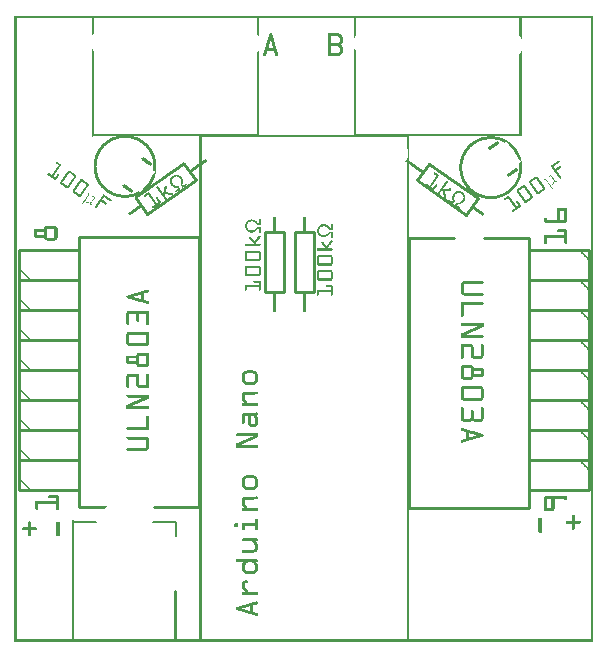
<source format=gto>
G04 MADE WITH FRITZING*
G04 WWW.FRITZING.ORG*
G04 DOUBLE SIDED*
G04 HOLES PLATED*
G04 CONTOUR ON CENTER OF CONTOUR VECTOR*
%ASAXBY*%
%FSLAX23Y23*%
%MOIN*%
%OFA0B0*%
%SFA1.0B1.0*%
%ADD10C,0.008000*%
%ADD11C,0.010000*%
%ADD12R,0.001000X0.001000*%
%LNSILK1*%
G90*
G70*
G54D10*
X538Y402D02*
X461Y402D01*
D02*
X538Y402D02*
X538Y353D01*
D02*
X195Y402D02*
X272Y402D01*
G54D11*
D02*
X616Y449D02*
X616Y1349D01*
D02*
X616Y1349D02*
X216Y1349D01*
D02*
X216Y1349D02*
X216Y449D01*
D02*
X616Y449D02*
X466Y449D01*
D02*
X1316Y1348D02*
X1316Y448D01*
D02*
X1316Y448D02*
X1716Y448D01*
D02*
X1716Y448D02*
X1716Y1348D01*
D02*
X1316Y1348D02*
X1466Y1348D01*
D02*
X1566Y1348D02*
X1716Y1348D01*
D02*
X1916Y708D02*
X1716Y708D01*
D02*
X1716Y708D02*
X1716Y608D01*
D02*
X1716Y608D02*
X1916Y608D01*
D02*
X1916Y608D02*
X1916Y708D01*
D02*
X16Y1108D02*
X216Y1108D01*
D02*
X216Y1108D02*
X216Y1208D01*
D02*
X216Y1208D02*
X16Y1208D01*
D02*
X16Y1208D02*
X16Y1108D01*
D02*
X16Y1008D02*
X216Y1008D01*
D02*
X216Y1008D02*
X216Y1108D01*
D02*
X216Y1108D02*
X16Y1108D01*
D02*
X16Y1108D02*
X16Y1008D01*
D02*
X1916Y808D02*
X1716Y808D01*
D02*
X1716Y808D02*
X1716Y708D01*
D02*
X1716Y708D02*
X1916Y708D01*
D02*
X1916Y708D02*
X1916Y808D01*
D02*
X16Y908D02*
X216Y908D01*
D02*
X216Y908D02*
X216Y1008D01*
D02*
X216Y1008D02*
X16Y1008D01*
D02*
X16Y1008D02*
X16Y908D01*
D02*
X1916Y908D02*
X1716Y908D01*
D02*
X1716Y908D02*
X1716Y808D01*
D02*
X1716Y808D02*
X1916Y808D01*
D02*
X1916Y808D02*
X1916Y908D01*
D02*
X16Y808D02*
X216Y808D01*
D02*
X216Y808D02*
X216Y908D01*
D02*
X216Y908D02*
X16Y908D01*
D02*
X16Y908D02*
X16Y808D01*
D02*
X1916Y1008D02*
X1716Y1008D01*
D02*
X1716Y1008D02*
X1716Y908D01*
D02*
X1716Y908D02*
X1916Y908D01*
D02*
X1916Y908D02*
X1916Y1008D01*
D02*
X16Y708D02*
X216Y708D01*
D02*
X216Y708D02*
X216Y808D01*
D02*
X216Y808D02*
X16Y808D01*
D02*
X16Y808D02*
X16Y708D01*
D02*
X1916Y1108D02*
X1716Y1108D01*
D02*
X1716Y1108D02*
X1716Y1008D01*
D02*
X1716Y1008D02*
X1916Y1008D01*
D02*
X1916Y1008D02*
X1916Y1108D01*
D02*
X16Y608D02*
X216Y608D01*
D02*
X216Y608D02*
X216Y708D01*
D02*
X216Y708D02*
X16Y708D01*
D02*
X16Y708D02*
X16Y608D01*
D02*
X1916Y1208D02*
X1716Y1208D01*
D02*
X1716Y1208D02*
X1716Y1108D01*
D02*
X1716Y1108D02*
X1916Y1108D01*
D02*
X1916Y1108D02*
X1916Y1208D01*
D02*
X16Y508D02*
X216Y508D01*
D02*
X216Y508D02*
X216Y608D01*
D02*
X216Y608D02*
X16Y608D01*
D02*
X16Y608D02*
X16Y508D01*
D02*
X1916Y1308D02*
X1716Y1308D01*
D02*
X1716Y1308D02*
X1716Y1208D01*
D02*
X1716Y1208D02*
X1916Y1208D01*
D02*
X1916Y1208D02*
X1916Y1308D01*
D02*
X16Y1208D02*
X216Y1208D01*
D02*
X216Y1208D02*
X216Y1308D01*
D02*
X216Y1308D02*
X16Y1308D01*
D02*
X16Y1308D02*
X16Y1208D01*
D02*
X1916Y608D02*
X1716Y608D01*
D02*
X1716Y608D02*
X1716Y508D01*
D02*
X1716Y508D02*
X1916Y508D01*
D02*
X1916Y508D02*
X1916Y608D01*
G54D10*
D02*
X1137Y1690D02*
X1688Y1690D01*
D02*
X261Y1689D02*
X812Y1689D01*
G54D11*
D02*
X604Y1540D02*
X440Y1426D01*
D02*
X440Y1426D02*
X403Y1480D01*
D02*
X566Y1594D02*
X604Y1540D01*
D02*
X1380Y1594D02*
X1544Y1479D01*
D02*
X1544Y1479D02*
X1506Y1425D01*
D02*
X1506Y1425D02*
X1342Y1540D01*
D02*
X1342Y1540D02*
X1380Y1594D01*
D02*
X933Y1167D02*
X933Y1367D01*
D02*
X933Y1367D02*
X999Y1367D01*
D02*
X999Y1367D02*
X999Y1167D01*
D02*
X999Y1167D02*
X933Y1167D01*
D02*
X833Y1167D02*
X833Y1367D01*
D02*
X833Y1367D02*
X899Y1367D01*
D02*
X899Y1367D02*
X899Y1167D01*
D02*
X899Y1167D02*
X833Y1167D01*
G54D12*
X0Y2087D02*
X1929Y2087D01*
X0Y2086D02*
X1929Y2086D01*
X0Y2085D02*
X1929Y2085D01*
X0Y2084D02*
X1929Y2084D01*
X0Y2083D02*
X1929Y2083D01*
X0Y2082D02*
X1929Y2082D01*
X0Y2081D02*
X1929Y2081D01*
X0Y2080D02*
X1929Y2080D01*
X0Y2079D02*
X7Y2079D01*
X257Y2079D02*
X264Y2079D01*
X808Y2079D02*
X815Y2079D01*
X1132Y2079D02*
X1139Y2079D01*
X1683Y2079D02*
X1690Y2079D01*
X1922Y2079D02*
X1929Y2079D01*
X0Y2078D02*
X7Y2078D01*
X257Y2078D02*
X264Y2078D01*
X808Y2078D02*
X815Y2078D01*
X1132Y2078D02*
X1139Y2078D01*
X1683Y2078D02*
X1690Y2078D01*
X1922Y2078D02*
X1929Y2078D01*
X0Y2077D02*
X7Y2077D01*
X257Y2077D02*
X264Y2077D01*
X808Y2077D02*
X815Y2077D01*
X1132Y2077D02*
X1139Y2077D01*
X1683Y2077D02*
X1690Y2077D01*
X1922Y2077D02*
X1929Y2077D01*
X0Y2076D02*
X7Y2076D01*
X257Y2076D02*
X264Y2076D01*
X808Y2076D02*
X815Y2076D01*
X1132Y2076D02*
X1139Y2076D01*
X1683Y2076D02*
X1690Y2076D01*
X1922Y2076D02*
X1929Y2076D01*
X0Y2075D02*
X7Y2075D01*
X257Y2075D02*
X264Y2075D01*
X808Y2075D02*
X815Y2075D01*
X1132Y2075D02*
X1139Y2075D01*
X1683Y2075D02*
X1690Y2075D01*
X1922Y2075D02*
X1929Y2075D01*
X0Y2074D02*
X7Y2074D01*
X257Y2074D02*
X264Y2074D01*
X808Y2074D02*
X815Y2074D01*
X1132Y2074D02*
X1139Y2074D01*
X1683Y2074D02*
X1690Y2074D01*
X1922Y2074D02*
X1929Y2074D01*
X0Y2073D02*
X7Y2073D01*
X257Y2073D02*
X264Y2073D01*
X808Y2073D02*
X815Y2073D01*
X1132Y2073D02*
X1139Y2073D01*
X1683Y2073D02*
X1690Y2073D01*
X1922Y2073D02*
X1929Y2073D01*
X0Y2072D02*
X7Y2072D01*
X257Y2072D02*
X264Y2072D01*
X808Y2072D02*
X815Y2072D01*
X1132Y2072D02*
X1139Y2072D01*
X1683Y2072D02*
X1690Y2072D01*
X1922Y2072D02*
X1929Y2072D01*
X0Y2071D02*
X7Y2071D01*
X257Y2071D02*
X264Y2071D01*
X808Y2071D02*
X815Y2071D01*
X1132Y2071D02*
X1139Y2071D01*
X1683Y2071D02*
X1690Y2071D01*
X1922Y2071D02*
X1929Y2071D01*
X0Y2070D02*
X7Y2070D01*
X257Y2070D02*
X264Y2070D01*
X808Y2070D02*
X815Y2070D01*
X1132Y2070D02*
X1139Y2070D01*
X1683Y2070D02*
X1690Y2070D01*
X1922Y2070D02*
X1929Y2070D01*
X0Y2069D02*
X7Y2069D01*
X257Y2069D02*
X264Y2069D01*
X808Y2069D02*
X815Y2069D01*
X1132Y2069D02*
X1139Y2069D01*
X1683Y2069D02*
X1690Y2069D01*
X1922Y2069D02*
X1929Y2069D01*
X0Y2068D02*
X7Y2068D01*
X257Y2068D02*
X264Y2068D01*
X808Y2068D02*
X815Y2068D01*
X1132Y2068D02*
X1139Y2068D01*
X1683Y2068D02*
X1690Y2068D01*
X1922Y2068D02*
X1929Y2068D01*
X0Y2067D02*
X7Y2067D01*
X257Y2067D02*
X264Y2067D01*
X808Y2067D02*
X815Y2067D01*
X1132Y2067D02*
X1139Y2067D01*
X1683Y2067D02*
X1690Y2067D01*
X1922Y2067D02*
X1929Y2067D01*
X0Y2066D02*
X7Y2066D01*
X257Y2066D02*
X264Y2066D01*
X808Y2066D02*
X815Y2066D01*
X1132Y2066D02*
X1139Y2066D01*
X1683Y2066D02*
X1690Y2066D01*
X1922Y2066D02*
X1929Y2066D01*
X0Y2065D02*
X7Y2065D01*
X257Y2065D02*
X264Y2065D01*
X808Y2065D02*
X815Y2065D01*
X1132Y2065D02*
X1139Y2065D01*
X1683Y2065D02*
X1690Y2065D01*
X1922Y2065D02*
X1929Y2065D01*
X0Y2064D02*
X7Y2064D01*
X257Y2064D02*
X264Y2064D01*
X808Y2064D02*
X815Y2064D01*
X1132Y2064D02*
X1139Y2064D01*
X1683Y2064D02*
X1690Y2064D01*
X1922Y2064D02*
X1929Y2064D01*
X0Y2063D02*
X7Y2063D01*
X257Y2063D02*
X264Y2063D01*
X808Y2063D02*
X815Y2063D01*
X1132Y2063D02*
X1139Y2063D01*
X1683Y2063D02*
X1690Y2063D01*
X1922Y2063D02*
X1929Y2063D01*
X0Y2062D02*
X7Y2062D01*
X257Y2062D02*
X264Y2062D01*
X808Y2062D02*
X815Y2062D01*
X1132Y2062D02*
X1139Y2062D01*
X1683Y2062D02*
X1690Y2062D01*
X1922Y2062D02*
X1929Y2062D01*
X0Y2061D02*
X7Y2061D01*
X257Y2061D02*
X264Y2061D01*
X808Y2061D02*
X815Y2061D01*
X1132Y2061D02*
X1139Y2061D01*
X1683Y2061D02*
X1690Y2061D01*
X1922Y2061D02*
X1929Y2061D01*
X0Y2060D02*
X7Y2060D01*
X257Y2060D02*
X264Y2060D01*
X808Y2060D02*
X815Y2060D01*
X1132Y2060D02*
X1139Y2060D01*
X1683Y2060D02*
X1690Y2060D01*
X1922Y2060D02*
X1929Y2060D01*
X0Y2059D02*
X7Y2059D01*
X257Y2059D02*
X264Y2059D01*
X808Y2059D02*
X815Y2059D01*
X1132Y2059D02*
X1139Y2059D01*
X1683Y2059D02*
X1690Y2059D01*
X1922Y2059D02*
X1929Y2059D01*
X0Y2058D02*
X7Y2058D01*
X257Y2058D02*
X264Y2058D01*
X808Y2058D02*
X815Y2058D01*
X1132Y2058D02*
X1139Y2058D01*
X1683Y2058D02*
X1690Y2058D01*
X1922Y2058D02*
X1929Y2058D01*
X0Y2057D02*
X7Y2057D01*
X257Y2057D02*
X264Y2057D01*
X808Y2057D02*
X815Y2057D01*
X1132Y2057D02*
X1139Y2057D01*
X1683Y2057D02*
X1690Y2057D01*
X1922Y2057D02*
X1929Y2057D01*
X0Y2056D02*
X7Y2056D01*
X257Y2056D02*
X264Y2056D01*
X808Y2056D02*
X815Y2056D01*
X1132Y2056D02*
X1139Y2056D01*
X1683Y2056D02*
X1690Y2056D01*
X1922Y2056D02*
X1929Y2056D01*
X0Y2055D02*
X7Y2055D01*
X257Y2055D02*
X264Y2055D01*
X808Y2055D02*
X815Y2055D01*
X1132Y2055D02*
X1139Y2055D01*
X1683Y2055D02*
X1690Y2055D01*
X1922Y2055D02*
X1929Y2055D01*
X0Y2054D02*
X7Y2054D01*
X257Y2054D02*
X264Y2054D01*
X808Y2054D02*
X815Y2054D01*
X1132Y2054D02*
X1139Y2054D01*
X1683Y2054D02*
X1690Y2054D01*
X1922Y2054D02*
X1929Y2054D01*
X0Y2053D02*
X7Y2053D01*
X257Y2053D02*
X264Y2053D01*
X808Y2053D02*
X815Y2053D01*
X1132Y2053D02*
X1139Y2053D01*
X1683Y2053D02*
X1690Y2053D01*
X1922Y2053D02*
X1929Y2053D01*
X0Y2052D02*
X7Y2052D01*
X257Y2052D02*
X264Y2052D01*
X808Y2052D02*
X815Y2052D01*
X1132Y2052D02*
X1139Y2052D01*
X1683Y2052D02*
X1690Y2052D01*
X1922Y2052D02*
X1929Y2052D01*
X0Y2051D02*
X7Y2051D01*
X257Y2051D02*
X264Y2051D01*
X808Y2051D02*
X815Y2051D01*
X1132Y2051D02*
X1139Y2051D01*
X1683Y2051D02*
X1690Y2051D01*
X1922Y2051D02*
X1929Y2051D01*
X0Y2050D02*
X7Y2050D01*
X257Y2050D02*
X264Y2050D01*
X808Y2050D02*
X815Y2050D01*
X1132Y2050D02*
X1139Y2050D01*
X1683Y2050D02*
X1690Y2050D01*
X1922Y2050D02*
X1929Y2050D01*
X0Y2049D02*
X7Y2049D01*
X257Y2049D02*
X264Y2049D01*
X808Y2049D02*
X815Y2049D01*
X1132Y2049D02*
X1139Y2049D01*
X1683Y2049D02*
X1690Y2049D01*
X1922Y2049D02*
X1929Y2049D01*
X0Y2048D02*
X7Y2048D01*
X257Y2048D02*
X264Y2048D01*
X808Y2048D02*
X815Y2048D01*
X1132Y2048D02*
X1139Y2048D01*
X1683Y2048D02*
X1690Y2048D01*
X1922Y2048D02*
X1929Y2048D01*
X0Y2047D02*
X7Y2047D01*
X257Y2047D02*
X264Y2047D01*
X808Y2047D02*
X815Y2047D01*
X1132Y2047D02*
X1139Y2047D01*
X1683Y2047D02*
X1690Y2047D01*
X1922Y2047D02*
X1929Y2047D01*
X0Y2046D02*
X7Y2046D01*
X257Y2046D02*
X264Y2046D01*
X808Y2046D02*
X815Y2046D01*
X1132Y2046D02*
X1139Y2046D01*
X1683Y2046D02*
X1690Y2046D01*
X1922Y2046D02*
X1929Y2046D01*
X0Y2045D02*
X7Y2045D01*
X257Y2045D02*
X264Y2045D01*
X808Y2045D02*
X815Y2045D01*
X1132Y2045D02*
X1139Y2045D01*
X1683Y2045D02*
X1690Y2045D01*
X1922Y2045D02*
X1929Y2045D01*
X0Y2044D02*
X7Y2044D01*
X257Y2044D02*
X264Y2044D01*
X808Y2044D02*
X815Y2044D01*
X1132Y2044D02*
X1139Y2044D01*
X1683Y2044D02*
X1690Y2044D01*
X1922Y2044D02*
X1929Y2044D01*
X0Y2043D02*
X7Y2043D01*
X257Y2043D02*
X264Y2043D01*
X808Y2043D02*
X815Y2043D01*
X1132Y2043D02*
X1139Y2043D01*
X1683Y2043D02*
X1690Y2043D01*
X1922Y2043D02*
X1929Y2043D01*
X0Y2042D02*
X7Y2042D01*
X257Y2042D02*
X264Y2042D01*
X808Y2042D02*
X815Y2042D01*
X1132Y2042D02*
X1139Y2042D01*
X1683Y2042D02*
X1690Y2042D01*
X1922Y2042D02*
X1929Y2042D01*
X0Y2041D02*
X7Y2041D01*
X257Y2041D02*
X264Y2041D01*
X808Y2041D02*
X815Y2041D01*
X1132Y2041D02*
X1139Y2041D01*
X1683Y2041D02*
X1690Y2041D01*
X1922Y2041D02*
X1929Y2041D01*
X0Y2040D02*
X7Y2040D01*
X257Y2040D02*
X264Y2040D01*
X808Y2040D02*
X815Y2040D01*
X1132Y2040D02*
X1139Y2040D01*
X1683Y2040D02*
X1690Y2040D01*
X1922Y2040D02*
X1929Y2040D01*
X0Y2039D02*
X7Y2039D01*
X257Y2039D02*
X264Y2039D01*
X808Y2039D02*
X815Y2039D01*
X1132Y2039D02*
X1139Y2039D01*
X1683Y2039D02*
X1690Y2039D01*
X1922Y2039D02*
X1929Y2039D01*
X0Y2038D02*
X7Y2038D01*
X257Y2038D02*
X264Y2038D01*
X808Y2038D02*
X815Y2038D01*
X1132Y2038D02*
X1139Y2038D01*
X1683Y2038D02*
X1690Y2038D01*
X1922Y2038D02*
X1929Y2038D01*
X0Y2037D02*
X7Y2037D01*
X257Y2037D02*
X264Y2037D01*
X808Y2037D02*
X815Y2037D01*
X1132Y2037D02*
X1139Y2037D01*
X1683Y2037D02*
X1690Y2037D01*
X1922Y2037D02*
X1929Y2037D01*
X0Y2036D02*
X7Y2036D01*
X257Y2036D02*
X264Y2036D01*
X808Y2036D02*
X815Y2036D01*
X1132Y2036D02*
X1139Y2036D01*
X1683Y2036D02*
X1690Y2036D01*
X1922Y2036D02*
X1929Y2036D01*
X0Y2035D02*
X7Y2035D01*
X257Y2035D02*
X264Y2035D01*
X808Y2035D02*
X815Y2035D01*
X1132Y2035D02*
X1139Y2035D01*
X1683Y2035D02*
X1690Y2035D01*
X1922Y2035D02*
X1929Y2035D01*
X0Y2034D02*
X7Y2034D01*
X257Y2034D02*
X264Y2034D01*
X808Y2034D02*
X815Y2034D01*
X1132Y2034D02*
X1139Y2034D01*
X1683Y2034D02*
X1690Y2034D01*
X1922Y2034D02*
X1929Y2034D01*
X0Y2033D02*
X7Y2033D01*
X257Y2033D02*
X264Y2033D01*
X808Y2033D02*
X815Y2033D01*
X1132Y2033D02*
X1139Y2033D01*
X1683Y2033D02*
X1690Y2033D01*
X1922Y2033D02*
X1929Y2033D01*
X0Y2032D02*
X7Y2032D01*
X257Y2032D02*
X264Y2032D01*
X808Y2032D02*
X815Y2032D01*
X1132Y2032D02*
X1139Y2032D01*
X1683Y2032D02*
X1690Y2032D01*
X1922Y2032D02*
X1929Y2032D01*
X0Y2031D02*
X7Y2031D01*
X257Y2031D02*
X264Y2031D01*
X808Y2031D02*
X815Y2031D01*
X1132Y2031D02*
X1139Y2031D01*
X1683Y2031D02*
X1690Y2031D01*
X1922Y2031D02*
X1929Y2031D01*
X0Y2030D02*
X7Y2030D01*
X257Y2030D02*
X264Y2030D01*
X808Y2030D02*
X815Y2030D01*
X852Y2030D02*
X856Y2030D01*
X1045Y2030D02*
X1079Y2030D01*
X1132Y2030D02*
X1139Y2030D01*
X1683Y2030D02*
X1690Y2030D01*
X1922Y2030D02*
X1929Y2030D01*
X0Y2029D02*
X7Y2029D01*
X257Y2029D02*
X263Y2029D01*
X808Y2029D02*
X815Y2029D01*
X851Y2029D02*
X857Y2029D01*
X1045Y2029D02*
X1082Y2029D01*
X1132Y2029D02*
X1139Y2029D01*
X1683Y2029D02*
X1690Y2029D01*
X1922Y2029D02*
X1929Y2029D01*
X0Y2028D02*
X7Y2028D01*
X257Y2028D02*
X262Y2028D01*
X808Y2028D02*
X815Y2028D01*
X850Y2028D02*
X858Y2028D01*
X1045Y2028D02*
X1084Y2028D01*
X1132Y2028D02*
X1139Y2028D01*
X1683Y2028D02*
X1690Y2028D01*
X1922Y2028D02*
X1929Y2028D01*
X0Y2027D02*
X7Y2027D01*
X257Y2027D02*
X261Y2027D01*
X808Y2027D02*
X815Y2027D01*
X849Y2027D02*
X858Y2027D01*
X1045Y2027D02*
X1085Y2027D01*
X1132Y2027D02*
X1139Y2027D01*
X1683Y2027D02*
X1690Y2027D01*
X1922Y2027D02*
X1929Y2027D01*
X0Y2026D02*
X7Y2026D01*
X257Y2026D02*
X261Y2026D01*
X809Y2026D02*
X815Y2026D01*
X849Y2026D02*
X858Y2026D01*
X1045Y2026D02*
X1087Y2026D01*
X1132Y2026D02*
X1139Y2026D01*
X1683Y2026D02*
X1690Y2026D01*
X1922Y2026D02*
X1929Y2026D01*
X0Y2025D02*
X7Y2025D01*
X257Y2025D02*
X260Y2025D01*
X810Y2025D02*
X815Y2025D01*
X849Y2025D02*
X859Y2025D01*
X1045Y2025D02*
X1088Y2025D01*
X1132Y2025D02*
X1138Y2025D01*
X1683Y2025D02*
X1690Y2025D01*
X1922Y2025D02*
X1929Y2025D01*
X0Y2024D02*
X7Y2024D01*
X257Y2024D02*
X260Y2024D01*
X811Y2024D02*
X815Y2024D01*
X849Y2024D02*
X859Y2024D01*
X1045Y2024D02*
X1089Y2024D01*
X1132Y2024D02*
X1137Y2024D01*
X1683Y2024D02*
X1690Y2024D01*
X1922Y2024D02*
X1929Y2024D01*
X0Y2023D02*
X7Y2023D01*
X257Y2023D02*
X259Y2023D01*
X811Y2023D02*
X815Y2023D01*
X848Y2023D02*
X859Y2023D01*
X1045Y2023D02*
X1090Y2023D01*
X1132Y2023D02*
X1137Y2023D01*
X1683Y2023D02*
X1690Y2023D01*
X1922Y2023D02*
X1929Y2023D01*
X0Y2022D02*
X7Y2022D01*
X257Y2022D02*
X259Y2022D01*
X812Y2022D02*
X815Y2022D01*
X848Y2022D02*
X860Y2022D01*
X1045Y2022D02*
X1090Y2022D01*
X1132Y2022D02*
X1136Y2022D01*
X1683Y2022D02*
X1690Y2022D01*
X1922Y2022D02*
X1929Y2022D01*
X0Y2021D02*
X7Y2021D01*
X257Y2021D02*
X258Y2021D01*
X813Y2021D02*
X815Y2021D01*
X848Y2021D02*
X860Y2021D01*
X1045Y2021D02*
X1091Y2021D01*
X1132Y2021D02*
X1136Y2021D01*
X1684Y2021D02*
X1690Y2021D01*
X1922Y2021D02*
X1929Y2021D01*
X0Y2020D02*
X7Y2020D01*
X257Y2020D02*
X258Y2020D01*
X813Y2020D02*
X815Y2020D01*
X847Y2020D02*
X860Y2020D01*
X1045Y2020D02*
X1054Y2020D01*
X1078Y2020D02*
X1092Y2020D01*
X1132Y2020D02*
X1135Y2020D01*
X1684Y2020D02*
X1690Y2020D01*
X1922Y2020D02*
X1929Y2020D01*
X0Y2019D02*
X7Y2019D01*
X257Y2019D02*
X257Y2019D01*
X814Y2019D02*
X815Y2019D01*
X847Y2019D02*
X860Y2019D01*
X1045Y2019D02*
X1054Y2019D01*
X1080Y2019D02*
X1092Y2019D01*
X1132Y2019D02*
X1134Y2019D01*
X1685Y2019D02*
X1690Y2019D01*
X1922Y2019D02*
X1929Y2019D01*
X0Y2018D02*
X7Y2018D01*
X257Y2018D02*
X257Y2018D01*
X814Y2018D02*
X815Y2018D01*
X847Y2018D02*
X861Y2018D01*
X1045Y2018D02*
X1054Y2018D01*
X1081Y2018D02*
X1093Y2018D01*
X1132Y2018D02*
X1134Y2018D01*
X1686Y2018D02*
X1690Y2018D01*
X1922Y2018D02*
X1929Y2018D01*
X0Y2017D02*
X7Y2017D01*
X815Y2017D02*
X815Y2017D01*
X846Y2017D02*
X861Y2017D01*
X1045Y2017D02*
X1054Y2017D01*
X1082Y2017D02*
X1093Y2017D01*
X1132Y2017D02*
X1133Y2017D01*
X1686Y2017D02*
X1690Y2017D01*
X1922Y2017D02*
X1929Y2017D01*
X0Y2016D02*
X7Y2016D01*
X815Y2016D02*
X815Y2016D01*
X846Y2016D02*
X861Y2016D01*
X1045Y2016D02*
X1054Y2016D01*
X1083Y2016D02*
X1093Y2016D01*
X1132Y2016D02*
X1133Y2016D01*
X1687Y2016D02*
X1690Y2016D01*
X1922Y2016D02*
X1929Y2016D01*
X0Y2015D02*
X7Y2015D01*
X846Y2015D02*
X862Y2015D01*
X1045Y2015D02*
X1054Y2015D01*
X1084Y2015D02*
X1094Y2015D01*
X1132Y2015D02*
X1133Y2015D01*
X1688Y2015D02*
X1690Y2015D01*
X1922Y2015D02*
X1929Y2015D01*
X0Y2014D02*
X7Y2014D01*
X846Y2014D02*
X862Y2014D01*
X1045Y2014D02*
X1054Y2014D01*
X1084Y2014D02*
X1094Y2014D01*
X1132Y2014D02*
X1132Y2014D01*
X1688Y2014D02*
X1690Y2014D01*
X1922Y2014D02*
X1929Y2014D01*
X0Y2013D02*
X7Y2013D01*
X845Y2013D02*
X862Y2013D01*
X1045Y2013D02*
X1054Y2013D01*
X1085Y2013D02*
X1094Y2013D01*
X1132Y2013D02*
X1132Y2013D01*
X1689Y2013D02*
X1690Y2013D01*
X1922Y2013D02*
X1929Y2013D01*
X0Y2012D02*
X7Y2012D01*
X845Y2012D02*
X863Y2012D01*
X1045Y2012D02*
X1054Y2012D01*
X1085Y2012D02*
X1094Y2012D01*
X1689Y2012D02*
X1690Y2012D01*
X1922Y2012D02*
X1929Y2012D01*
X0Y2011D02*
X7Y2011D01*
X845Y2011D02*
X863Y2011D01*
X1045Y2011D02*
X1054Y2011D01*
X1085Y2011D02*
X1094Y2011D01*
X1690Y2011D02*
X1690Y2011D01*
X1922Y2011D02*
X1929Y2011D01*
X0Y2010D02*
X7Y2010D01*
X844Y2010D02*
X863Y2010D01*
X1045Y2010D02*
X1054Y2010D01*
X1085Y2010D02*
X1094Y2010D01*
X1690Y2010D02*
X1690Y2010D01*
X1922Y2010D02*
X1929Y2010D01*
X0Y2009D02*
X7Y2009D01*
X844Y2009D02*
X863Y2009D01*
X1045Y2009D02*
X1054Y2009D01*
X1085Y2009D02*
X1094Y2009D01*
X1922Y2009D02*
X1929Y2009D01*
X0Y2008D02*
X7Y2008D01*
X844Y2008D02*
X864Y2008D01*
X1045Y2008D02*
X1054Y2008D01*
X1085Y2008D02*
X1094Y2008D01*
X1922Y2008D02*
X1929Y2008D01*
X0Y2007D02*
X7Y2007D01*
X844Y2007D02*
X864Y2007D01*
X1045Y2007D02*
X1054Y2007D01*
X1085Y2007D02*
X1094Y2007D01*
X1922Y2007D02*
X1929Y2007D01*
X0Y2006D02*
X7Y2006D01*
X843Y2006D02*
X853Y2006D01*
X855Y2006D02*
X864Y2006D01*
X1045Y2006D02*
X1054Y2006D01*
X1085Y2006D02*
X1094Y2006D01*
X1922Y2006D02*
X1929Y2006D01*
X0Y2005D02*
X7Y2005D01*
X843Y2005D02*
X852Y2005D01*
X855Y2005D02*
X865Y2005D01*
X1045Y2005D02*
X1054Y2005D01*
X1085Y2005D02*
X1094Y2005D01*
X1922Y2005D02*
X1929Y2005D01*
X0Y2004D02*
X7Y2004D01*
X843Y2004D02*
X852Y2004D01*
X855Y2004D02*
X865Y2004D01*
X1045Y2004D02*
X1054Y2004D01*
X1085Y2004D02*
X1094Y2004D01*
X1922Y2004D02*
X1929Y2004D01*
X0Y2003D02*
X7Y2003D01*
X842Y2003D02*
X852Y2003D01*
X856Y2003D02*
X865Y2003D01*
X1045Y2003D02*
X1054Y2003D01*
X1084Y2003D02*
X1094Y2003D01*
X1922Y2003D02*
X1929Y2003D01*
X0Y2002D02*
X7Y2002D01*
X842Y2002D02*
X852Y2002D01*
X856Y2002D02*
X865Y2002D01*
X1045Y2002D02*
X1054Y2002D01*
X1084Y2002D02*
X1094Y2002D01*
X1922Y2002D02*
X1929Y2002D01*
X0Y2001D02*
X7Y2001D01*
X842Y2001D02*
X851Y2001D01*
X856Y2001D02*
X866Y2001D01*
X1045Y2001D02*
X1054Y2001D01*
X1083Y2001D02*
X1093Y2001D01*
X1922Y2001D02*
X1929Y2001D01*
X0Y2000D02*
X7Y2000D01*
X841Y2000D02*
X851Y2000D01*
X856Y2000D02*
X866Y2000D01*
X1045Y2000D02*
X1054Y2000D01*
X1082Y2000D02*
X1093Y2000D01*
X1922Y2000D02*
X1929Y2000D01*
X0Y1999D02*
X7Y1999D01*
X841Y1999D02*
X851Y1999D01*
X857Y1999D02*
X866Y1999D01*
X1045Y1999D02*
X1054Y1999D01*
X1081Y1999D02*
X1093Y1999D01*
X1922Y1999D02*
X1929Y1999D01*
X0Y1998D02*
X7Y1998D01*
X841Y1998D02*
X850Y1998D01*
X857Y1998D02*
X867Y1998D01*
X1045Y1998D02*
X1054Y1998D01*
X1080Y1998D02*
X1092Y1998D01*
X1922Y1998D02*
X1929Y1998D01*
X0Y1997D02*
X7Y1997D01*
X841Y1997D02*
X850Y1997D01*
X857Y1997D02*
X867Y1997D01*
X1045Y1997D02*
X1055Y1997D01*
X1077Y1997D02*
X1091Y1997D01*
X1922Y1997D02*
X1929Y1997D01*
X0Y1996D02*
X7Y1996D01*
X840Y1996D02*
X850Y1996D01*
X858Y1996D02*
X867Y1996D01*
X1045Y1996D02*
X1091Y1996D01*
X1922Y1996D02*
X1929Y1996D01*
X0Y1995D02*
X7Y1995D01*
X840Y1995D02*
X850Y1995D01*
X858Y1995D02*
X867Y1995D01*
X1045Y1995D02*
X1090Y1995D01*
X1922Y1995D02*
X1929Y1995D01*
X0Y1994D02*
X7Y1994D01*
X840Y1994D02*
X849Y1994D01*
X858Y1994D02*
X868Y1994D01*
X1045Y1994D02*
X1089Y1994D01*
X1922Y1994D02*
X1929Y1994D01*
X0Y1993D02*
X7Y1993D01*
X839Y1993D02*
X849Y1993D01*
X859Y1993D02*
X868Y1993D01*
X1045Y1993D02*
X1088Y1993D01*
X1922Y1993D02*
X1929Y1993D01*
X0Y1992D02*
X7Y1992D01*
X839Y1992D02*
X849Y1992D01*
X859Y1992D02*
X868Y1992D01*
X1045Y1992D02*
X1087Y1992D01*
X1922Y1992D02*
X1929Y1992D01*
X0Y1991D02*
X7Y1991D01*
X839Y1991D02*
X848Y1991D01*
X859Y1991D02*
X869Y1991D01*
X1045Y1991D02*
X1088Y1991D01*
X1922Y1991D02*
X1929Y1991D01*
X0Y1990D02*
X7Y1990D01*
X839Y1990D02*
X848Y1990D01*
X859Y1990D02*
X869Y1990D01*
X1045Y1990D02*
X1089Y1990D01*
X1922Y1990D02*
X1929Y1990D01*
X0Y1989D02*
X7Y1989D01*
X838Y1989D02*
X848Y1989D01*
X860Y1989D02*
X869Y1989D01*
X1045Y1989D02*
X1090Y1989D01*
X1922Y1989D02*
X1929Y1989D01*
X0Y1988D02*
X7Y1988D01*
X838Y1988D02*
X848Y1988D01*
X860Y1988D02*
X870Y1988D01*
X1045Y1988D02*
X1090Y1988D01*
X1922Y1988D02*
X1929Y1988D01*
X0Y1987D02*
X7Y1987D01*
X838Y1987D02*
X847Y1987D01*
X860Y1987D02*
X870Y1987D01*
X1045Y1987D02*
X1091Y1987D01*
X1922Y1987D02*
X1929Y1987D01*
X0Y1986D02*
X7Y1986D01*
X837Y1986D02*
X847Y1986D01*
X861Y1986D02*
X870Y1986D01*
X1045Y1986D02*
X1054Y1986D01*
X1079Y1986D02*
X1092Y1986D01*
X1922Y1986D02*
X1929Y1986D01*
X0Y1985D02*
X7Y1985D01*
X837Y1985D02*
X847Y1985D01*
X861Y1985D02*
X870Y1985D01*
X1045Y1985D02*
X1054Y1985D01*
X1080Y1985D02*
X1092Y1985D01*
X1922Y1985D02*
X1929Y1985D01*
X0Y1984D02*
X7Y1984D01*
X837Y1984D02*
X846Y1984D01*
X861Y1984D02*
X871Y1984D01*
X1045Y1984D02*
X1054Y1984D01*
X1082Y1984D02*
X1093Y1984D01*
X1922Y1984D02*
X1929Y1984D01*
X0Y1983D02*
X7Y1983D01*
X257Y1983D02*
X257Y1983D01*
X837Y1983D02*
X846Y1983D01*
X861Y1983D02*
X871Y1983D01*
X1045Y1983D02*
X1054Y1983D01*
X1083Y1983D02*
X1093Y1983D01*
X1922Y1983D02*
X1929Y1983D01*
X0Y1982D02*
X7Y1982D01*
X257Y1982D02*
X257Y1982D01*
X836Y1982D02*
X846Y1982D01*
X862Y1982D02*
X871Y1982D01*
X1045Y1982D02*
X1054Y1982D01*
X1083Y1982D02*
X1093Y1982D01*
X1922Y1982D02*
X1929Y1982D01*
X0Y1981D02*
X7Y1981D01*
X257Y1981D02*
X257Y1981D01*
X836Y1981D02*
X845Y1981D01*
X862Y1981D02*
X872Y1981D01*
X1045Y1981D02*
X1054Y1981D01*
X1084Y1981D02*
X1094Y1981D01*
X1922Y1981D02*
X1929Y1981D01*
X0Y1980D02*
X7Y1980D01*
X257Y1980D02*
X258Y1980D01*
X836Y1980D02*
X845Y1980D01*
X862Y1980D02*
X872Y1980D01*
X1045Y1980D02*
X1054Y1980D01*
X1084Y1980D02*
X1094Y1980D01*
X1132Y1980D02*
X1132Y1980D01*
X1922Y1980D02*
X1929Y1980D01*
X0Y1979D02*
X7Y1979D01*
X257Y1979D02*
X258Y1979D01*
X835Y1979D02*
X872Y1979D01*
X1045Y1979D02*
X1054Y1979D01*
X1085Y1979D02*
X1094Y1979D01*
X1132Y1979D02*
X1132Y1979D01*
X1922Y1979D02*
X1929Y1979D01*
X0Y1978D02*
X7Y1978D01*
X257Y1978D02*
X259Y1978D01*
X835Y1978D02*
X872Y1978D01*
X1045Y1978D02*
X1054Y1978D01*
X1085Y1978D02*
X1094Y1978D01*
X1132Y1978D02*
X1133Y1978D01*
X1922Y1978D02*
X1929Y1978D01*
X0Y1977D02*
X7Y1977D01*
X257Y1977D02*
X259Y1977D01*
X835Y1977D02*
X873Y1977D01*
X1045Y1977D02*
X1054Y1977D01*
X1085Y1977D02*
X1094Y1977D01*
X1132Y1977D02*
X1133Y1977D01*
X1922Y1977D02*
X1929Y1977D01*
X0Y1976D02*
X7Y1976D01*
X257Y1976D02*
X260Y1976D01*
X834Y1976D02*
X873Y1976D01*
X1045Y1976D02*
X1054Y1976D01*
X1085Y1976D02*
X1094Y1976D01*
X1132Y1976D02*
X1133Y1976D01*
X1922Y1976D02*
X1929Y1976D01*
X0Y1975D02*
X7Y1975D01*
X257Y1975D02*
X260Y1975D01*
X834Y1975D02*
X873Y1975D01*
X1045Y1975D02*
X1054Y1975D01*
X1085Y1975D02*
X1094Y1975D01*
X1132Y1975D02*
X1134Y1975D01*
X1922Y1975D02*
X1929Y1975D01*
X0Y1974D02*
X7Y1974D01*
X257Y1974D02*
X261Y1974D01*
X815Y1974D02*
X815Y1974D01*
X834Y1974D02*
X874Y1974D01*
X1045Y1974D02*
X1054Y1974D01*
X1085Y1974D02*
X1094Y1974D01*
X1132Y1974D02*
X1134Y1974D01*
X1922Y1974D02*
X1929Y1974D01*
X0Y1973D02*
X7Y1973D01*
X257Y1973D02*
X262Y1973D01*
X815Y1973D02*
X815Y1973D01*
X834Y1973D02*
X874Y1973D01*
X1045Y1973D02*
X1054Y1973D01*
X1085Y1973D02*
X1094Y1973D01*
X1132Y1973D02*
X1135Y1973D01*
X1922Y1973D02*
X1929Y1973D01*
X0Y1972D02*
X7Y1972D01*
X257Y1972D02*
X262Y1972D01*
X814Y1972D02*
X815Y1972D01*
X833Y1972D02*
X874Y1972D01*
X1045Y1972D02*
X1054Y1972D01*
X1085Y1972D02*
X1094Y1972D01*
X1132Y1972D02*
X1136Y1972D01*
X1922Y1972D02*
X1929Y1972D01*
X0Y1971D02*
X7Y1971D01*
X257Y1971D02*
X263Y1971D01*
X814Y1971D02*
X815Y1971D01*
X833Y1971D02*
X874Y1971D01*
X1045Y1971D02*
X1054Y1971D01*
X1085Y1971D02*
X1094Y1971D01*
X1132Y1971D02*
X1136Y1971D01*
X1690Y1971D02*
X1690Y1971D01*
X1922Y1971D02*
X1929Y1971D01*
X0Y1970D02*
X7Y1970D01*
X257Y1970D02*
X264Y1970D01*
X813Y1970D02*
X815Y1970D01*
X833Y1970D02*
X875Y1970D01*
X1045Y1970D02*
X1054Y1970D01*
X1085Y1970D02*
X1094Y1970D01*
X1132Y1970D02*
X1137Y1970D01*
X1690Y1970D02*
X1690Y1970D01*
X1922Y1970D02*
X1929Y1970D01*
X0Y1969D02*
X7Y1969D01*
X257Y1969D02*
X264Y1969D01*
X813Y1969D02*
X815Y1969D01*
X832Y1969D02*
X842Y1969D01*
X866Y1969D02*
X875Y1969D01*
X1045Y1969D02*
X1054Y1969D01*
X1084Y1969D02*
X1094Y1969D01*
X1132Y1969D02*
X1137Y1969D01*
X1689Y1969D02*
X1690Y1969D01*
X1922Y1969D02*
X1929Y1969D01*
X0Y1968D02*
X7Y1968D01*
X257Y1968D02*
X264Y1968D01*
X812Y1968D02*
X815Y1968D01*
X832Y1968D02*
X842Y1968D01*
X866Y1968D02*
X875Y1968D01*
X1045Y1968D02*
X1054Y1968D01*
X1084Y1968D02*
X1093Y1968D01*
X1132Y1968D02*
X1138Y1968D01*
X1689Y1968D02*
X1690Y1968D01*
X1922Y1968D02*
X1929Y1968D01*
X0Y1967D02*
X7Y1967D01*
X257Y1967D02*
X264Y1967D01*
X811Y1967D02*
X815Y1967D01*
X832Y1967D02*
X841Y1967D01*
X866Y1967D02*
X876Y1967D01*
X1045Y1967D02*
X1054Y1967D01*
X1083Y1967D02*
X1093Y1967D01*
X1132Y1967D02*
X1139Y1967D01*
X1688Y1967D02*
X1690Y1967D01*
X1922Y1967D02*
X1929Y1967D01*
X0Y1966D02*
X7Y1966D01*
X257Y1966D02*
X264Y1966D01*
X810Y1966D02*
X815Y1966D01*
X832Y1966D02*
X841Y1966D01*
X866Y1966D02*
X876Y1966D01*
X1045Y1966D02*
X1054Y1966D01*
X1082Y1966D02*
X1093Y1966D01*
X1132Y1966D02*
X1139Y1966D01*
X1688Y1966D02*
X1690Y1966D01*
X1922Y1966D02*
X1929Y1966D01*
X0Y1965D02*
X7Y1965D01*
X257Y1965D02*
X264Y1965D01*
X810Y1965D02*
X815Y1965D01*
X831Y1965D02*
X841Y1965D01*
X867Y1965D02*
X876Y1965D01*
X1045Y1965D02*
X1054Y1965D01*
X1081Y1965D02*
X1092Y1965D01*
X1132Y1965D02*
X1139Y1965D01*
X1687Y1965D02*
X1690Y1965D01*
X1922Y1965D02*
X1929Y1965D01*
X0Y1964D02*
X7Y1964D01*
X257Y1964D02*
X264Y1964D01*
X809Y1964D02*
X815Y1964D01*
X831Y1964D02*
X840Y1964D01*
X867Y1964D02*
X877Y1964D01*
X1045Y1964D02*
X1054Y1964D01*
X1080Y1964D02*
X1092Y1964D01*
X1132Y1964D02*
X1139Y1964D01*
X1686Y1964D02*
X1690Y1964D01*
X1922Y1964D02*
X1929Y1964D01*
X0Y1963D02*
X7Y1963D01*
X257Y1963D02*
X264Y1963D01*
X808Y1963D02*
X815Y1963D01*
X831Y1963D02*
X840Y1963D01*
X867Y1963D02*
X877Y1963D01*
X1045Y1963D02*
X1055Y1963D01*
X1077Y1963D02*
X1091Y1963D01*
X1132Y1963D02*
X1139Y1963D01*
X1686Y1963D02*
X1690Y1963D01*
X1922Y1963D02*
X1929Y1963D01*
X0Y1962D02*
X7Y1962D01*
X257Y1962D02*
X264Y1962D01*
X808Y1962D02*
X815Y1962D01*
X830Y1962D02*
X840Y1962D01*
X868Y1962D02*
X877Y1962D01*
X1045Y1962D02*
X1091Y1962D01*
X1132Y1962D02*
X1139Y1962D01*
X1685Y1962D02*
X1690Y1962D01*
X1922Y1962D02*
X1929Y1962D01*
X0Y1961D02*
X7Y1961D01*
X257Y1961D02*
X264Y1961D01*
X808Y1961D02*
X815Y1961D01*
X830Y1961D02*
X840Y1961D01*
X868Y1961D02*
X877Y1961D01*
X1045Y1961D02*
X1090Y1961D01*
X1132Y1961D02*
X1139Y1961D01*
X1684Y1961D02*
X1690Y1961D01*
X1922Y1961D02*
X1929Y1961D01*
X0Y1960D02*
X7Y1960D01*
X257Y1960D02*
X264Y1960D01*
X808Y1960D02*
X815Y1960D01*
X830Y1960D02*
X839Y1960D01*
X868Y1960D02*
X878Y1960D01*
X1045Y1960D02*
X1089Y1960D01*
X1132Y1960D02*
X1139Y1960D01*
X1684Y1960D02*
X1690Y1960D01*
X1922Y1960D02*
X1929Y1960D01*
X0Y1959D02*
X7Y1959D01*
X257Y1959D02*
X264Y1959D01*
X808Y1959D02*
X815Y1959D01*
X829Y1959D02*
X839Y1959D01*
X869Y1959D02*
X878Y1959D01*
X1045Y1959D02*
X1088Y1959D01*
X1132Y1959D02*
X1139Y1959D01*
X1683Y1959D02*
X1690Y1959D01*
X1922Y1959D02*
X1929Y1959D01*
X0Y1958D02*
X7Y1958D01*
X257Y1958D02*
X264Y1958D01*
X808Y1958D02*
X815Y1958D01*
X829Y1958D02*
X839Y1958D01*
X869Y1958D02*
X878Y1958D01*
X1045Y1958D02*
X1087Y1958D01*
X1132Y1958D02*
X1139Y1958D01*
X1683Y1958D02*
X1690Y1958D01*
X1922Y1958D02*
X1929Y1958D01*
X0Y1957D02*
X7Y1957D01*
X257Y1957D02*
X264Y1957D01*
X808Y1957D02*
X815Y1957D01*
X829Y1957D02*
X838Y1957D01*
X869Y1957D02*
X878Y1957D01*
X1045Y1957D02*
X1086Y1957D01*
X1132Y1957D02*
X1139Y1957D01*
X1683Y1957D02*
X1690Y1957D01*
X1922Y1957D02*
X1929Y1957D01*
X0Y1956D02*
X7Y1956D01*
X257Y1956D02*
X264Y1956D01*
X808Y1956D02*
X815Y1956D01*
X830Y1956D02*
X838Y1956D01*
X869Y1956D02*
X878Y1956D01*
X1045Y1956D02*
X1085Y1956D01*
X1132Y1956D02*
X1139Y1956D01*
X1683Y1956D02*
X1690Y1956D01*
X1922Y1956D02*
X1929Y1956D01*
X0Y1955D02*
X7Y1955D01*
X257Y1955D02*
X264Y1955D01*
X808Y1955D02*
X815Y1955D01*
X830Y1955D02*
X838Y1955D01*
X870Y1955D02*
X877Y1955D01*
X1045Y1955D02*
X1083Y1955D01*
X1132Y1955D02*
X1139Y1955D01*
X1683Y1955D02*
X1690Y1955D01*
X1922Y1955D02*
X1929Y1955D01*
X0Y1954D02*
X7Y1954D01*
X257Y1954D02*
X264Y1954D01*
X808Y1954D02*
X815Y1954D01*
X831Y1954D02*
X837Y1954D01*
X871Y1954D02*
X876Y1954D01*
X1045Y1954D02*
X1081Y1954D01*
X1132Y1954D02*
X1139Y1954D01*
X1683Y1954D02*
X1690Y1954D01*
X1922Y1954D02*
X1929Y1954D01*
X0Y1953D02*
X7Y1953D01*
X257Y1953D02*
X264Y1953D01*
X808Y1953D02*
X815Y1953D01*
X833Y1953D02*
X835Y1953D01*
X873Y1953D02*
X875Y1953D01*
X1045Y1953D02*
X1077Y1953D01*
X1132Y1953D02*
X1139Y1953D01*
X1683Y1953D02*
X1690Y1953D01*
X1922Y1953D02*
X1929Y1953D01*
X0Y1952D02*
X7Y1952D01*
X257Y1952D02*
X264Y1952D01*
X808Y1952D02*
X815Y1952D01*
X1132Y1952D02*
X1139Y1952D01*
X1683Y1952D02*
X1690Y1952D01*
X1922Y1952D02*
X1929Y1952D01*
X0Y1951D02*
X7Y1951D01*
X257Y1951D02*
X264Y1951D01*
X808Y1951D02*
X815Y1951D01*
X1132Y1951D02*
X1139Y1951D01*
X1683Y1951D02*
X1690Y1951D01*
X1922Y1951D02*
X1929Y1951D01*
X0Y1950D02*
X7Y1950D01*
X257Y1950D02*
X264Y1950D01*
X808Y1950D02*
X815Y1950D01*
X1132Y1950D02*
X1139Y1950D01*
X1683Y1950D02*
X1690Y1950D01*
X1922Y1950D02*
X1929Y1950D01*
X0Y1949D02*
X7Y1949D01*
X257Y1949D02*
X264Y1949D01*
X808Y1949D02*
X815Y1949D01*
X1132Y1949D02*
X1139Y1949D01*
X1683Y1949D02*
X1690Y1949D01*
X1922Y1949D02*
X1929Y1949D01*
X0Y1948D02*
X7Y1948D01*
X257Y1948D02*
X264Y1948D01*
X808Y1948D02*
X815Y1948D01*
X1132Y1948D02*
X1139Y1948D01*
X1683Y1948D02*
X1690Y1948D01*
X1922Y1948D02*
X1929Y1948D01*
X0Y1947D02*
X7Y1947D01*
X257Y1947D02*
X264Y1947D01*
X808Y1947D02*
X815Y1947D01*
X1132Y1947D02*
X1139Y1947D01*
X1683Y1947D02*
X1690Y1947D01*
X1922Y1947D02*
X1929Y1947D01*
X0Y1946D02*
X7Y1946D01*
X257Y1946D02*
X264Y1946D01*
X808Y1946D02*
X815Y1946D01*
X1132Y1946D02*
X1139Y1946D01*
X1683Y1946D02*
X1690Y1946D01*
X1922Y1946D02*
X1929Y1946D01*
X0Y1945D02*
X7Y1945D01*
X257Y1945D02*
X264Y1945D01*
X808Y1945D02*
X815Y1945D01*
X1132Y1945D02*
X1139Y1945D01*
X1683Y1945D02*
X1690Y1945D01*
X1922Y1945D02*
X1929Y1945D01*
X0Y1944D02*
X7Y1944D01*
X257Y1944D02*
X264Y1944D01*
X808Y1944D02*
X815Y1944D01*
X1132Y1944D02*
X1139Y1944D01*
X1683Y1944D02*
X1690Y1944D01*
X1922Y1944D02*
X1929Y1944D01*
X0Y1943D02*
X7Y1943D01*
X257Y1943D02*
X264Y1943D01*
X808Y1943D02*
X815Y1943D01*
X1132Y1943D02*
X1139Y1943D01*
X1683Y1943D02*
X1690Y1943D01*
X1922Y1943D02*
X1929Y1943D01*
X0Y1942D02*
X7Y1942D01*
X257Y1942D02*
X264Y1942D01*
X808Y1942D02*
X815Y1942D01*
X1132Y1942D02*
X1139Y1942D01*
X1683Y1942D02*
X1690Y1942D01*
X1922Y1942D02*
X1929Y1942D01*
X0Y1941D02*
X7Y1941D01*
X257Y1941D02*
X264Y1941D01*
X808Y1941D02*
X815Y1941D01*
X1132Y1941D02*
X1139Y1941D01*
X1683Y1941D02*
X1690Y1941D01*
X1922Y1941D02*
X1929Y1941D01*
X0Y1940D02*
X7Y1940D01*
X257Y1940D02*
X264Y1940D01*
X808Y1940D02*
X815Y1940D01*
X1132Y1940D02*
X1139Y1940D01*
X1683Y1940D02*
X1690Y1940D01*
X1922Y1940D02*
X1929Y1940D01*
X0Y1939D02*
X7Y1939D01*
X257Y1939D02*
X264Y1939D01*
X808Y1939D02*
X815Y1939D01*
X1132Y1939D02*
X1139Y1939D01*
X1683Y1939D02*
X1690Y1939D01*
X1922Y1939D02*
X1929Y1939D01*
X0Y1938D02*
X7Y1938D01*
X257Y1938D02*
X264Y1938D01*
X808Y1938D02*
X815Y1938D01*
X1132Y1938D02*
X1139Y1938D01*
X1683Y1938D02*
X1690Y1938D01*
X1922Y1938D02*
X1929Y1938D01*
X0Y1937D02*
X7Y1937D01*
X257Y1937D02*
X264Y1937D01*
X808Y1937D02*
X815Y1937D01*
X1132Y1937D02*
X1139Y1937D01*
X1683Y1937D02*
X1690Y1937D01*
X1922Y1937D02*
X1929Y1937D01*
X0Y1936D02*
X7Y1936D01*
X257Y1936D02*
X264Y1936D01*
X808Y1936D02*
X815Y1936D01*
X1132Y1936D02*
X1139Y1936D01*
X1683Y1936D02*
X1690Y1936D01*
X1922Y1936D02*
X1929Y1936D01*
X0Y1935D02*
X7Y1935D01*
X257Y1935D02*
X264Y1935D01*
X808Y1935D02*
X815Y1935D01*
X1132Y1935D02*
X1139Y1935D01*
X1683Y1935D02*
X1690Y1935D01*
X1922Y1935D02*
X1929Y1935D01*
X0Y1934D02*
X7Y1934D01*
X257Y1934D02*
X264Y1934D01*
X808Y1934D02*
X815Y1934D01*
X1132Y1934D02*
X1139Y1934D01*
X1683Y1934D02*
X1690Y1934D01*
X1922Y1934D02*
X1929Y1934D01*
X0Y1933D02*
X7Y1933D01*
X257Y1933D02*
X264Y1933D01*
X808Y1933D02*
X815Y1933D01*
X1132Y1933D02*
X1139Y1933D01*
X1683Y1933D02*
X1690Y1933D01*
X1922Y1933D02*
X1929Y1933D01*
X0Y1932D02*
X7Y1932D01*
X257Y1932D02*
X264Y1932D01*
X808Y1932D02*
X815Y1932D01*
X1132Y1932D02*
X1139Y1932D01*
X1683Y1932D02*
X1690Y1932D01*
X1922Y1932D02*
X1929Y1932D01*
X0Y1931D02*
X7Y1931D01*
X257Y1931D02*
X264Y1931D01*
X808Y1931D02*
X815Y1931D01*
X1132Y1931D02*
X1139Y1931D01*
X1683Y1931D02*
X1690Y1931D01*
X1922Y1931D02*
X1929Y1931D01*
X0Y1930D02*
X7Y1930D01*
X257Y1930D02*
X264Y1930D01*
X808Y1930D02*
X815Y1930D01*
X1132Y1930D02*
X1139Y1930D01*
X1683Y1930D02*
X1690Y1930D01*
X1922Y1930D02*
X1929Y1930D01*
X0Y1929D02*
X7Y1929D01*
X257Y1929D02*
X264Y1929D01*
X808Y1929D02*
X815Y1929D01*
X1132Y1929D02*
X1139Y1929D01*
X1683Y1929D02*
X1690Y1929D01*
X1922Y1929D02*
X1929Y1929D01*
X0Y1928D02*
X7Y1928D01*
X257Y1928D02*
X264Y1928D01*
X808Y1928D02*
X815Y1928D01*
X1132Y1928D02*
X1139Y1928D01*
X1683Y1928D02*
X1690Y1928D01*
X1922Y1928D02*
X1929Y1928D01*
X0Y1927D02*
X7Y1927D01*
X257Y1927D02*
X264Y1927D01*
X808Y1927D02*
X815Y1927D01*
X1132Y1927D02*
X1139Y1927D01*
X1683Y1927D02*
X1690Y1927D01*
X1922Y1927D02*
X1929Y1927D01*
X0Y1926D02*
X7Y1926D01*
X257Y1926D02*
X264Y1926D01*
X808Y1926D02*
X815Y1926D01*
X1132Y1926D02*
X1139Y1926D01*
X1683Y1926D02*
X1690Y1926D01*
X1922Y1926D02*
X1929Y1926D01*
X0Y1925D02*
X7Y1925D01*
X257Y1925D02*
X264Y1925D01*
X808Y1925D02*
X815Y1925D01*
X1132Y1925D02*
X1139Y1925D01*
X1683Y1925D02*
X1690Y1925D01*
X1922Y1925D02*
X1929Y1925D01*
X0Y1924D02*
X7Y1924D01*
X257Y1924D02*
X264Y1924D01*
X808Y1924D02*
X815Y1924D01*
X1132Y1924D02*
X1139Y1924D01*
X1683Y1924D02*
X1690Y1924D01*
X1922Y1924D02*
X1929Y1924D01*
X0Y1923D02*
X7Y1923D01*
X257Y1923D02*
X264Y1923D01*
X808Y1923D02*
X815Y1923D01*
X1132Y1923D02*
X1139Y1923D01*
X1683Y1923D02*
X1690Y1923D01*
X1922Y1923D02*
X1929Y1923D01*
X0Y1922D02*
X7Y1922D01*
X257Y1922D02*
X264Y1922D01*
X808Y1922D02*
X815Y1922D01*
X1132Y1922D02*
X1139Y1922D01*
X1683Y1922D02*
X1690Y1922D01*
X1922Y1922D02*
X1929Y1922D01*
X0Y1921D02*
X7Y1921D01*
X257Y1921D02*
X264Y1921D01*
X808Y1921D02*
X815Y1921D01*
X1132Y1921D02*
X1139Y1921D01*
X1683Y1921D02*
X1690Y1921D01*
X1922Y1921D02*
X1929Y1921D01*
X0Y1920D02*
X7Y1920D01*
X257Y1920D02*
X264Y1920D01*
X808Y1920D02*
X815Y1920D01*
X1132Y1920D02*
X1139Y1920D01*
X1683Y1920D02*
X1690Y1920D01*
X1922Y1920D02*
X1929Y1920D01*
X0Y1919D02*
X7Y1919D01*
X257Y1919D02*
X264Y1919D01*
X808Y1919D02*
X815Y1919D01*
X1132Y1919D02*
X1139Y1919D01*
X1683Y1919D02*
X1690Y1919D01*
X1922Y1919D02*
X1929Y1919D01*
X0Y1918D02*
X7Y1918D01*
X257Y1918D02*
X264Y1918D01*
X808Y1918D02*
X815Y1918D01*
X1132Y1918D02*
X1139Y1918D01*
X1683Y1918D02*
X1690Y1918D01*
X1922Y1918D02*
X1929Y1918D01*
X0Y1917D02*
X7Y1917D01*
X257Y1917D02*
X264Y1917D01*
X808Y1917D02*
X815Y1917D01*
X1132Y1917D02*
X1139Y1917D01*
X1683Y1917D02*
X1690Y1917D01*
X1922Y1917D02*
X1929Y1917D01*
X0Y1916D02*
X7Y1916D01*
X257Y1916D02*
X264Y1916D01*
X808Y1916D02*
X815Y1916D01*
X1132Y1916D02*
X1139Y1916D01*
X1683Y1916D02*
X1690Y1916D01*
X1922Y1916D02*
X1929Y1916D01*
X0Y1915D02*
X7Y1915D01*
X257Y1915D02*
X264Y1915D01*
X808Y1915D02*
X815Y1915D01*
X1132Y1915D02*
X1139Y1915D01*
X1683Y1915D02*
X1690Y1915D01*
X1922Y1915D02*
X1929Y1915D01*
X0Y1914D02*
X7Y1914D01*
X257Y1914D02*
X264Y1914D01*
X808Y1914D02*
X815Y1914D01*
X1132Y1914D02*
X1139Y1914D01*
X1683Y1914D02*
X1690Y1914D01*
X1922Y1914D02*
X1929Y1914D01*
X0Y1913D02*
X7Y1913D01*
X257Y1913D02*
X264Y1913D01*
X808Y1913D02*
X815Y1913D01*
X1132Y1913D02*
X1139Y1913D01*
X1683Y1913D02*
X1690Y1913D01*
X1922Y1913D02*
X1929Y1913D01*
X0Y1912D02*
X7Y1912D01*
X257Y1912D02*
X264Y1912D01*
X808Y1912D02*
X815Y1912D01*
X1132Y1912D02*
X1139Y1912D01*
X1683Y1912D02*
X1690Y1912D01*
X1922Y1912D02*
X1929Y1912D01*
X0Y1911D02*
X7Y1911D01*
X257Y1911D02*
X264Y1911D01*
X808Y1911D02*
X815Y1911D01*
X1132Y1911D02*
X1139Y1911D01*
X1683Y1911D02*
X1690Y1911D01*
X1922Y1911D02*
X1929Y1911D01*
X0Y1910D02*
X7Y1910D01*
X257Y1910D02*
X264Y1910D01*
X808Y1910D02*
X815Y1910D01*
X1132Y1910D02*
X1139Y1910D01*
X1683Y1910D02*
X1690Y1910D01*
X1922Y1910D02*
X1929Y1910D01*
X0Y1909D02*
X7Y1909D01*
X257Y1909D02*
X264Y1909D01*
X808Y1909D02*
X815Y1909D01*
X1132Y1909D02*
X1139Y1909D01*
X1683Y1909D02*
X1690Y1909D01*
X1922Y1909D02*
X1929Y1909D01*
X0Y1908D02*
X7Y1908D01*
X257Y1908D02*
X264Y1908D01*
X808Y1908D02*
X815Y1908D01*
X1132Y1908D02*
X1139Y1908D01*
X1683Y1908D02*
X1690Y1908D01*
X1922Y1908D02*
X1929Y1908D01*
X0Y1907D02*
X7Y1907D01*
X257Y1907D02*
X264Y1907D01*
X808Y1907D02*
X815Y1907D01*
X1132Y1907D02*
X1139Y1907D01*
X1683Y1907D02*
X1690Y1907D01*
X1922Y1907D02*
X1929Y1907D01*
X0Y1906D02*
X7Y1906D01*
X257Y1906D02*
X264Y1906D01*
X808Y1906D02*
X815Y1906D01*
X1132Y1906D02*
X1139Y1906D01*
X1683Y1906D02*
X1690Y1906D01*
X1922Y1906D02*
X1929Y1906D01*
X0Y1905D02*
X7Y1905D01*
X257Y1905D02*
X264Y1905D01*
X808Y1905D02*
X815Y1905D01*
X1132Y1905D02*
X1139Y1905D01*
X1683Y1905D02*
X1690Y1905D01*
X1922Y1905D02*
X1929Y1905D01*
X0Y1904D02*
X7Y1904D01*
X257Y1904D02*
X264Y1904D01*
X808Y1904D02*
X815Y1904D01*
X1132Y1904D02*
X1139Y1904D01*
X1683Y1904D02*
X1690Y1904D01*
X1922Y1904D02*
X1929Y1904D01*
X0Y1903D02*
X7Y1903D01*
X257Y1903D02*
X264Y1903D01*
X808Y1903D02*
X815Y1903D01*
X1132Y1903D02*
X1139Y1903D01*
X1683Y1903D02*
X1690Y1903D01*
X1922Y1903D02*
X1929Y1903D01*
X0Y1902D02*
X7Y1902D01*
X257Y1902D02*
X264Y1902D01*
X808Y1902D02*
X815Y1902D01*
X1132Y1902D02*
X1139Y1902D01*
X1683Y1902D02*
X1690Y1902D01*
X1922Y1902D02*
X1929Y1902D01*
X0Y1901D02*
X7Y1901D01*
X257Y1901D02*
X264Y1901D01*
X808Y1901D02*
X815Y1901D01*
X1132Y1901D02*
X1139Y1901D01*
X1683Y1901D02*
X1690Y1901D01*
X1922Y1901D02*
X1929Y1901D01*
X0Y1900D02*
X7Y1900D01*
X257Y1900D02*
X264Y1900D01*
X808Y1900D02*
X815Y1900D01*
X1132Y1900D02*
X1139Y1900D01*
X1683Y1900D02*
X1690Y1900D01*
X1922Y1900D02*
X1929Y1900D01*
X0Y1899D02*
X7Y1899D01*
X257Y1899D02*
X264Y1899D01*
X808Y1899D02*
X815Y1899D01*
X1132Y1899D02*
X1139Y1899D01*
X1683Y1899D02*
X1690Y1899D01*
X1922Y1899D02*
X1929Y1899D01*
X0Y1898D02*
X7Y1898D01*
X257Y1898D02*
X264Y1898D01*
X808Y1898D02*
X815Y1898D01*
X1132Y1898D02*
X1139Y1898D01*
X1683Y1898D02*
X1690Y1898D01*
X1922Y1898D02*
X1929Y1898D01*
X0Y1897D02*
X7Y1897D01*
X257Y1897D02*
X264Y1897D01*
X808Y1897D02*
X815Y1897D01*
X1132Y1897D02*
X1139Y1897D01*
X1683Y1897D02*
X1690Y1897D01*
X1922Y1897D02*
X1929Y1897D01*
X0Y1896D02*
X7Y1896D01*
X257Y1896D02*
X264Y1896D01*
X808Y1896D02*
X815Y1896D01*
X1132Y1896D02*
X1139Y1896D01*
X1683Y1896D02*
X1690Y1896D01*
X1922Y1896D02*
X1929Y1896D01*
X0Y1895D02*
X7Y1895D01*
X257Y1895D02*
X264Y1895D01*
X808Y1895D02*
X815Y1895D01*
X1132Y1895D02*
X1139Y1895D01*
X1683Y1895D02*
X1690Y1895D01*
X1922Y1895D02*
X1929Y1895D01*
X0Y1894D02*
X7Y1894D01*
X257Y1894D02*
X264Y1894D01*
X808Y1894D02*
X815Y1894D01*
X1132Y1894D02*
X1139Y1894D01*
X1683Y1894D02*
X1690Y1894D01*
X1922Y1894D02*
X1929Y1894D01*
X0Y1893D02*
X7Y1893D01*
X257Y1893D02*
X264Y1893D01*
X808Y1893D02*
X815Y1893D01*
X1132Y1893D02*
X1139Y1893D01*
X1683Y1893D02*
X1690Y1893D01*
X1922Y1893D02*
X1929Y1893D01*
X0Y1892D02*
X7Y1892D01*
X257Y1892D02*
X264Y1892D01*
X808Y1892D02*
X815Y1892D01*
X1132Y1892D02*
X1139Y1892D01*
X1683Y1892D02*
X1690Y1892D01*
X1922Y1892D02*
X1929Y1892D01*
X0Y1891D02*
X7Y1891D01*
X257Y1891D02*
X264Y1891D01*
X808Y1891D02*
X815Y1891D01*
X1132Y1891D02*
X1139Y1891D01*
X1683Y1891D02*
X1690Y1891D01*
X1922Y1891D02*
X1929Y1891D01*
X0Y1890D02*
X7Y1890D01*
X257Y1890D02*
X264Y1890D01*
X808Y1890D02*
X815Y1890D01*
X1132Y1890D02*
X1139Y1890D01*
X1683Y1890D02*
X1690Y1890D01*
X1922Y1890D02*
X1929Y1890D01*
X0Y1889D02*
X7Y1889D01*
X257Y1889D02*
X264Y1889D01*
X808Y1889D02*
X815Y1889D01*
X1132Y1889D02*
X1139Y1889D01*
X1683Y1889D02*
X1690Y1889D01*
X1922Y1889D02*
X1929Y1889D01*
X0Y1888D02*
X7Y1888D01*
X257Y1888D02*
X264Y1888D01*
X808Y1888D02*
X815Y1888D01*
X1132Y1888D02*
X1139Y1888D01*
X1683Y1888D02*
X1690Y1888D01*
X1922Y1888D02*
X1929Y1888D01*
X0Y1887D02*
X7Y1887D01*
X257Y1887D02*
X264Y1887D01*
X808Y1887D02*
X815Y1887D01*
X1132Y1887D02*
X1139Y1887D01*
X1683Y1887D02*
X1690Y1887D01*
X1922Y1887D02*
X1929Y1887D01*
X0Y1886D02*
X7Y1886D01*
X257Y1886D02*
X264Y1886D01*
X808Y1886D02*
X815Y1886D01*
X1132Y1886D02*
X1139Y1886D01*
X1683Y1886D02*
X1690Y1886D01*
X1922Y1886D02*
X1929Y1886D01*
X0Y1885D02*
X7Y1885D01*
X257Y1885D02*
X264Y1885D01*
X808Y1885D02*
X815Y1885D01*
X1132Y1885D02*
X1139Y1885D01*
X1683Y1885D02*
X1690Y1885D01*
X1922Y1885D02*
X1929Y1885D01*
X0Y1884D02*
X7Y1884D01*
X257Y1884D02*
X264Y1884D01*
X808Y1884D02*
X815Y1884D01*
X1132Y1884D02*
X1139Y1884D01*
X1683Y1884D02*
X1690Y1884D01*
X1922Y1884D02*
X1929Y1884D01*
X0Y1883D02*
X7Y1883D01*
X257Y1883D02*
X264Y1883D01*
X808Y1883D02*
X815Y1883D01*
X1132Y1883D02*
X1139Y1883D01*
X1683Y1883D02*
X1690Y1883D01*
X1922Y1883D02*
X1929Y1883D01*
X0Y1882D02*
X7Y1882D01*
X257Y1882D02*
X264Y1882D01*
X808Y1882D02*
X815Y1882D01*
X1132Y1882D02*
X1139Y1882D01*
X1683Y1882D02*
X1690Y1882D01*
X1922Y1882D02*
X1929Y1882D01*
X0Y1881D02*
X7Y1881D01*
X257Y1881D02*
X264Y1881D01*
X808Y1881D02*
X815Y1881D01*
X1132Y1881D02*
X1139Y1881D01*
X1683Y1881D02*
X1690Y1881D01*
X1922Y1881D02*
X1929Y1881D01*
X0Y1880D02*
X7Y1880D01*
X257Y1880D02*
X264Y1880D01*
X808Y1880D02*
X815Y1880D01*
X1132Y1880D02*
X1139Y1880D01*
X1683Y1880D02*
X1690Y1880D01*
X1922Y1880D02*
X1929Y1880D01*
X0Y1879D02*
X7Y1879D01*
X257Y1879D02*
X264Y1879D01*
X808Y1879D02*
X815Y1879D01*
X1132Y1879D02*
X1139Y1879D01*
X1683Y1879D02*
X1690Y1879D01*
X1922Y1879D02*
X1929Y1879D01*
X0Y1878D02*
X7Y1878D01*
X257Y1878D02*
X264Y1878D01*
X808Y1878D02*
X815Y1878D01*
X1132Y1878D02*
X1139Y1878D01*
X1683Y1878D02*
X1690Y1878D01*
X1922Y1878D02*
X1929Y1878D01*
X0Y1877D02*
X7Y1877D01*
X257Y1877D02*
X264Y1877D01*
X808Y1877D02*
X815Y1877D01*
X1132Y1877D02*
X1139Y1877D01*
X1683Y1877D02*
X1690Y1877D01*
X1922Y1877D02*
X1929Y1877D01*
X0Y1876D02*
X7Y1876D01*
X257Y1876D02*
X264Y1876D01*
X808Y1876D02*
X815Y1876D01*
X1132Y1876D02*
X1139Y1876D01*
X1683Y1876D02*
X1690Y1876D01*
X1922Y1876D02*
X1929Y1876D01*
X0Y1875D02*
X7Y1875D01*
X257Y1875D02*
X264Y1875D01*
X808Y1875D02*
X815Y1875D01*
X1132Y1875D02*
X1139Y1875D01*
X1683Y1875D02*
X1690Y1875D01*
X1922Y1875D02*
X1929Y1875D01*
X0Y1874D02*
X7Y1874D01*
X257Y1874D02*
X264Y1874D01*
X808Y1874D02*
X815Y1874D01*
X1132Y1874D02*
X1139Y1874D01*
X1683Y1874D02*
X1690Y1874D01*
X1922Y1874D02*
X1929Y1874D01*
X0Y1873D02*
X7Y1873D01*
X257Y1873D02*
X264Y1873D01*
X808Y1873D02*
X815Y1873D01*
X1132Y1873D02*
X1139Y1873D01*
X1683Y1873D02*
X1690Y1873D01*
X1922Y1873D02*
X1929Y1873D01*
X0Y1872D02*
X7Y1872D01*
X257Y1872D02*
X264Y1872D01*
X808Y1872D02*
X815Y1872D01*
X1132Y1872D02*
X1139Y1872D01*
X1683Y1872D02*
X1690Y1872D01*
X1922Y1872D02*
X1929Y1872D01*
X0Y1871D02*
X7Y1871D01*
X257Y1871D02*
X264Y1871D01*
X808Y1871D02*
X815Y1871D01*
X1132Y1871D02*
X1139Y1871D01*
X1683Y1871D02*
X1690Y1871D01*
X1922Y1871D02*
X1929Y1871D01*
X0Y1870D02*
X7Y1870D01*
X257Y1870D02*
X264Y1870D01*
X808Y1870D02*
X815Y1870D01*
X1132Y1870D02*
X1139Y1870D01*
X1683Y1870D02*
X1690Y1870D01*
X1922Y1870D02*
X1929Y1870D01*
X0Y1869D02*
X7Y1869D01*
X257Y1869D02*
X264Y1869D01*
X808Y1869D02*
X815Y1869D01*
X1132Y1869D02*
X1139Y1869D01*
X1683Y1869D02*
X1690Y1869D01*
X1922Y1869D02*
X1929Y1869D01*
X0Y1868D02*
X7Y1868D01*
X257Y1868D02*
X264Y1868D01*
X808Y1868D02*
X815Y1868D01*
X1132Y1868D02*
X1139Y1868D01*
X1683Y1868D02*
X1690Y1868D01*
X1922Y1868D02*
X1929Y1868D01*
X0Y1867D02*
X7Y1867D01*
X257Y1867D02*
X264Y1867D01*
X808Y1867D02*
X815Y1867D01*
X1132Y1867D02*
X1139Y1867D01*
X1683Y1867D02*
X1690Y1867D01*
X1922Y1867D02*
X1929Y1867D01*
X0Y1866D02*
X7Y1866D01*
X257Y1866D02*
X264Y1866D01*
X808Y1866D02*
X815Y1866D01*
X1132Y1866D02*
X1139Y1866D01*
X1683Y1866D02*
X1690Y1866D01*
X1922Y1866D02*
X1929Y1866D01*
X0Y1865D02*
X7Y1865D01*
X257Y1865D02*
X264Y1865D01*
X808Y1865D02*
X815Y1865D01*
X1132Y1865D02*
X1139Y1865D01*
X1683Y1865D02*
X1690Y1865D01*
X1922Y1865D02*
X1929Y1865D01*
X0Y1864D02*
X7Y1864D01*
X257Y1864D02*
X264Y1864D01*
X808Y1864D02*
X815Y1864D01*
X1132Y1864D02*
X1139Y1864D01*
X1683Y1864D02*
X1690Y1864D01*
X1922Y1864D02*
X1929Y1864D01*
X0Y1863D02*
X7Y1863D01*
X257Y1863D02*
X264Y1863D01*
X808Y1863D02*
X815Y1863D01*
X1132Y1863D02*
X1139Y1863D01*
X1683Y1863D02*
X1690Y1863D01*
X1922Y1863D02*
X1929Y1863D01*
X0Y1862D02*
X7Y1862D01*
X257Y1862D02*
X264Y1862D01*
X808Y1862D02*
X815Y1862D01*
X1132Y1862D02*
X1139Y1862D01*
X1683Y1862D02*
X1690Y1862D01*
X1922Y1862D02*
X1929Y1862D01*
X0Y1861D02*
X7Y1861D01*
X257Y1861D02*
X264Y1861D01*
X808Y1861D02*
X815Y1861D01*
X1132Y1861D02*
X1139Y1861D01*
X1683Y1861D02*
X1690Y1861D01*
X1922Y1861D02*
X1929Y1861D01*
X0Y1860D02*
X7Y1860D01*
X257Y1860D02*
X264Y1860D01*
X808Y1860D02*
X815Y1860D01*
X1132Y1860D02*
X1139Y1860D01*
X1683Y1860D02*
X1690Y1860D01*
X1922Y1860D02*
X1929Y1860D01*
X0Y1859D02*
X7Y1859D01*
X257Y1859D02*
X264Y1859D01*
X808Y1859D02*
X815Y1859D01*
X1132Y1859D02*
X1139Y1859D01*
X1683Y1859D02*
X1690Y1859D01*
X1922Y1859D02*
X1929Y1859D01*
X0Y1858D02*
X7Y1858D01*
X257Y1858D02*
X264Y1858D01*
X808Y1858D02*
X815Y1858D01*
X1132Y1858D02*
X1139Y1858D01*
X1683Y1858D02*
X1690Y1858D01*
X1922Y1858D02*
X1929Y1858D01*
X0Y1857D02*
X7Y1857D01*
X257Y1857D02*
X264Y1857D01*
X808Y1857D02*
X815Y1857D01*
X1132Y1857D02*
X1139Y1857D01*
X1683Y1857D02*
X1690Y1857D01*
X1922Y1857D02*
X1929Y1857D01*
X0Y1856D02*
X7Y1856D01*
X257Y1856D02*
X264Y1856D01*
X808Y1856D02*
X815Y1856D01*
X1132Y1856D02*
X1139Y1856D01*
X1683Y1856D02*
X1690Y1856D01*
X1922Y1856D02*
X1929Y1856D01*
X0Y1855D02*
X7Y1855D01*
X257Y1855D02*
X264Y1855D01*
X808Y1855D02*
X815Y1855D01*
X1132Y1855D02*
X1139Y1855D01*
X1683Y1855D02*
X1690Y1855D01*
X1922Y1855D02*
X1929Y1855D01*
X0Y1854D02*
X7Y1854D01*
X257Y1854D02*
X264Y1854D01*
X808Y1854D02*
X815Y1854D01*
X1132Y1854D02*
X1139Y1854D01*
X1683Y1854D02*
X1690Y1854D01*
X1922Y1854D02*
X1929Y1854D01*
X0Y1853D02*
X7Y1853D01*
X257Y1853D02*
X264Y1853D01*
X808Y1853D02*
X815Y1853D01*
X1132Y1853D02*
X1139Y1853D01*
X1683Y1853D02*
X1690Y1853D01*
X1922Y1853D02*
X1929Y1853D01*
X0Y1852D02*
X7Y1852D01*
X257Y1852D02*
X264Y1852D01*
X808Y1852D02*
X815Y1852D01*
X1132Y1852D02*
X1139Y1852D01*
X1683Y1852D02*
X1690Y1852D01*
X1922Y1852D02*
X1929Y1852D01*
X0Y1851D02*
X7Y1851D01*
X257Y1851D02*
X264Y1851D01*
X808Y1851D02*
X815Y1851D01*
X1132Y1851D02*
X1139Y1851D01*
X1683Y1851D02*
X1690Y1851D01*
X1922Y1851D02*
X1929Y1851D01*
X0Y1850D02*
X7Y1850D01*
X257Y1850D02*
X264Y1850D01*
X808Y1850D02*
X815Y1850D01*
X1132Y1850D02*
X1139Y1850D01*
X1683Y1850D02*
X1690Y1850D01*
X1922Y1850D02*
X1929Y1850D01*
X0Y1849D02*
X7Y1849D01*
X257Y1849D02*
X264Y1849D01*
X808Y1849D02*
X815Y1849D01*
X1132Y1849D02*
X1139Y1849D01*
X1683Y1849D02*
X1690Y1849D01*
X1922Y1849D02*
X1929Y1849D01*
X0Y1848D02*
X7Y1848D01*
X257Y1848D02*
X264Y1848D01*
X808Y1848D02*
X815Y1848D01*
X1132Y1848D02*
X1139Y1848D01*
X1683Y1848D02*
X1690Y1848D01*
X1922Y1848D02*
X1929Y1848D01*
X0Y1847D02*
X7Y1847D01*
X257Y1847D02*
X264Y1847D01*
X808Y1847D02*
X815Y1847D01*
X1132Y1847D02*
X1139Y1847D01*
X1683Y1847D02*
X1690Y1847D01*
X1922Y1847D02*
X1929Y1847D01*
X0Y1846D02*
X7Y1846D01*
X257Y1846D02*
X264Y1846D01*
X808Y1846D02*
X815Y1846D01*
X1132Y1846D02*
X1139Y1846D01*
X1683Y1846D02*
X1690Y1846D01*
X1922Y1846D02*
X1929Y1846D01*
X0Y1845D02*
X7Y1845D01*
X257Y1845D02*
X264Y1845D01*
X808Y1845D02*
X815Y1845D01*
X1132Y1845D02*
X1139Y1845D01*
X1683Y1845D02*
X1690Y1845D01*
X1922Y1845D02*
X1929Y1845D01*
X0Y1844D02*
X7Y1844D01*
X257Y1844D02*
X264Y1844D01*
X808Y1844D02*
X815Y1844D01*
X1132Y1844D02*
X1139Y1844D01*
X1683Y1844D02*
X1690Y1844D01*
X1922Y1844D02*
X1929Y1844D01*
X0Y1843D02*
X7Y1843D01*
X257Y1843D02*
X264Y1843D01*
X808Y1843D02*
X815Y1843D01*
X1132Y1843D02*
X1139Y1843D01*
X1683Y1843D02*
X1690Y1843D01*
X1922Y1843D02*
X1929Y1843D01*
X0Y1842D02*
X7Y1842D01*
X257Y1842D02*
X264Y1842D01*
X808Y1842D02*
X815Y1842D01*
X1132Y1842D02*
X1139Y1842D01*
X1683Y1842D02*
X1690Y1842D01*
X1922Y1842D02*
X1929Y1842D01*
X0Y1841D02*
X7Y1841D01*
X257Y1841D02*
X264Y1841D01*
X808Y1841D02*
X815Y1841D01*
X1132Y1841D02*
X1139Y1841D01*
X1683Y1841D02*
X1690Y1841D01*
X1922Y1841D02*
X1929Y1841D01*
X0Y1840D02*
X7Y1840D01*
X257Y1840D02*
X264Y1840D01*
X808Y1840D02*
X815Y1840D01*
X1132Y1840D02*
X1139Y1840D01*
X1683Y1840D02*
X1690Y1840D01*
X1922Y1840D02*
X1929Y1840D01*
X0Y1839D02*
X7Y1839D01*
X257Y1839D02*
X264Y1839D01*
X808Y1839D02*
X815Y1839D01*
X1132Y1839D02*
X1139Y1839D01*
X1683Y1839D02*
X1690Y1839D01*
X1922Y1839D02*
X1929Y1839D01*
X0Y1838D02*
X7Y1838D01*
X257Y1838D02*
X264Y1838D01*
X808Y1838D02*
X815Y1838D01*
X1132Y1838D02*
X1139Y1838D01*
X1683Y1838D02*
X1690Y1838D01*
X1922Y1838D02*
X1929Y1838D01*
X0Y1837D02*
X7Y1837D01*
X257Y1837D02*
X264Y1837D01*
X808Y1837D02*
X815Y1837D01*
X1132Y1837D02*
X1139Y1837D01*
X1683Y1837D02*
X1690Y1837D01*
X1922Y1837D02*
X1929Y1837D01*
X0Y1836D02*
X7Y1836D01*
X257Y1836D02*
X264Y1836D01*
X808Y1836D02*
X815Y1836D01*
X1132Y1836D02*
X1139Y1836D01*
X1683Y1836D02*
X1690Y1836D01*
X1922Y1836D02*
X1929Y1836D01*
X0Y1835D02*
X7Y1835D01*
X257Y1835D02*
X264Y1835D01*
X808Y1835D02*
X815Y1835D01*
X1132Y1835D02*
X1139Y1835D01*
X1683Y1835D02*
X1690Y1835D01*
X1922Y1835D02*
X1929Y1835D01*
X0Y1834D02*
X7Y1834D01*
X257Y1834D02*
X264Y1834D01*
X808Y1834D02*
X815Y1834D01*
X1132Y1834D02*
X1139Y1834D01*
X1683Y1834D02*
X1690Y1834D01*
X1922Y1834D02*
X1929Y1834D01*
X0Y1833D02*
X7Y1833D01*
X257Y1833D02*
X264Y1833D01*
X808Y1833D02*
X815Y1833D01*
X1132Y1833D02*
X1139Y1833D01*
X1683Y1833D02*
X1690Y1833D01*
X1922Y1833D02*
X1929Y1833D01*
X0Y1832D02*
X7Y1832D01*
X257Y1832D02*
X264Y1832D01*
X808Y1832D02*
X815Y1832D01*
X1132Y1832D02*
X1139Y1832D01*
X1683Y1832D02*
X1690Y1832D01*
X1922Y1832D02*
X1929Y1832D01*
X0Y1831D02*
X7Y1831D01*
X257Y1831D02*
X264Y1831D01*
X808Y1831D02*
X815Y1831D01*
X1132Y1831D02*
X1139Y1831D01*
X1683Y1831D02*
X1690Y1831D01*
X1922Y1831D02*
X1929Y1831D01*
X0Y1830D02*
X7Y1830D01*
X257Y1830D02*
X264Y1830D01*
X808Y1830D02*
X815Y1830D01*
X1132Y1830D02*
X1139Y1830D01*
X1683Y1830D02*
X1690Y1830D01*
X1922Y1830D02*
X1929Y1830D01*
X0Y1829D02*
X7Y1829D01*
X257Y1829D02*
X264Y1829D01*
X808Y1829D02*
X815Y1829D01*
X1132Y1829D02*
X1139Y1829D01*
X1683Y1829D02*
X1690Y1829D01*
X1922Y1829D02*
X1929Y1829D01*
X0Y1828D02*
X7Y1828D01*
X257Y1828D02*
X264Y1828D01*
X808Y1828D02*
X815Y1828D01*
X1132Y1828D02*
X1139Y1828D01*
X1683Y1828D02*
X1690Y1828D01*
X1922Y1828D02*
X1929Y1828D01*
X0Y1827D02*
X7Y1827D01*
X257Y1827D02*
X264Y1827D01*
X808Y1827D02*
X815Y1827D01*
X1132Y1827D02*
X1139Y1827D01*
X1683Y1827D02*
X1690Y1827D01*
X1922Y1827D02*
X1929Y1827D01*
X0Y1826D02*
X7Y1826D01*
X257Y1826D02*
X264Y1826D01*
X808Y1826D02*
X815Y1826D01*
X1132Y1826D02*
X1139Y1826D01*
X1683Y1826D02*
X1690Y1826D01*
X1922Y1826D02*
X1929Y1826D01*
X0Y1825D02*
X7Y1825D01*
X257Y1825D02*
X264Y1825D01*
X808Y1825D02*
X815Y1825D01*
X1132Y1825D02*
X1139Y1825D01*
X1683Y1825D02*
X1690Y1825D01*
X1922Y1825D02*
X1929Y1825D01*
X0Y1824D02*
X7Y1824D01*
X257Y1824D02*
X264Y1824D01*
X808Y1824D02*
X815Y1824D01*
X1132Y1824D02*
X1139Y1824D01*
X1683Y1824D02*
X1690Y1824D01*
X1922Y1824D02*
X1929Y1824D01*
X0Y1823D02*
X7Y1823D01*
X257Y1823D02*
X264Y1823D01*
X808Y1823D02*
X815Y1823D01*
X1132Y1823D02*
X1139Y1823D01*
X1683Y1823D02*
X1690Y1823D01*
X1922Y1823D02*
X1929Y1823D01*
X0Y1822D02*
X7Y1822D01*
X257Y1822D02*
X264Y1822D01*
X808Y1822D02*
X815Y1822D01*
X1132Y1822D02*
X1139Y1822D01*
X1683Y1822D02*
X1690Y1822D01*
X1922Y1822D02*
X1929Y1822D01*
X0Y1821D02*
X7Y1821D01*
X257Y1821D02*
X264Y1821D01*
X808Y1821D02*
X815Y1821D01*
X1132Y1821D02*
X1139Y1821D01*
X1683Y1821D02*
X1690Y1821D01*
X1922Y1821D02*
X1929Y1821D01*
X0Y1820D02*
X7Y1820D01*
X257Y1820D02*
X264Y1820D01*
X808Y1820D02*
X815Y1820D01*
X1132Y1820D02*
X1139Y1820D01*
X1683Y1820D02*
X1690Y1820D01*
X1922Y1820D02*
X1929Y1820D01*
X0Y1819D02*
X7Y1819D01*
X257Y1819D02*
X264Y1819D01*
X808Y1819D02*
X815Y1819D01*
X1132Y1819D02*
X1139Y1819D01*
X1683Y1819D02*
X1690Y1819D01*
X1922Y1819D02*
X1929Y1819D01*
X0Y1818D02*
X7Y1818D01*
X257Y1818D02*
X264Y1818D01*
X808Y1818D02*
X815Y1818D01*
X1132Y1818D02*
X1139Y1818D01*
X1683Y1818D02*
X1690Y1818D01*
X1922Y1818D02*
X1929Y1818D01*
X0Y1817D02*
X7Y1817D01*
X257Y1817D02*
X264Y1817D01*
X808Y1817D02*
X815Y1817D01*
X1132Y1817D02*
X1139Y1817D01*
X1683Y1817D02*
X1690Y1817D01*
X1922Y1817D02*
X1929Y1817D01*
X0Y1816D02*
X7Y1816D01*
X257Y1816D02*
X264Y1816D01*
X808Y1816D02*
X815Y1816D01*
X1132Y1816D02*
X1139Y1816D01*
X1683Y1816D02*
X1690Y1816D01*
X1922Y1816D02*
X1929Y1816D01*
X0Y1815D02*
X7Y1815D01*
X257Y1815D02*
X264Y1815D01*
X808Y1815D02*
X815Y1815D01*
X1132Y1815D02*
X1139Y1815D01*
X1683Y1815D02*
X1690Y1815D01*
X1922Y1815D02*
X1929Y1815D01*
X0Y1814D02*
X7Y1814D01*
X257Y1814D02*
X264Y1814D01*
X808Y1814D02*
X815Y1814D01*
X1132Y1814D02*
X1139Y1814D01*
X1683Y1814D02*
X1690Y1814D01*
X1922Y1814D02*
X1929Y1814D01*
X0Y1813D02*
X7Y1813D01*
X257Y1813D02*
X264Y1813D01*
X808Y1813D02*
X815Y1813D01*
X1132Y1813D02*
X1139Y1813D01*
X1683Y1813D02*
X1690Y1813D01*
X1922Y1813D02*
X1929Y1813D01*
X0Y1812D02*
X7Y1812D01*
X257Y1812D02*
X264Y1812D01*
X808Y1812D02*
X815Y1812D01*
X1132Y1812D02*
X1139Y1812D01*
X1683Y1812D02*
X1690Y1812D01*
X1922Y1812D02*
X1929Y1812D01*
X0Y1811D02*
X7Y1811D01*
X257Y1811D02*
X264Y1811D01*
X808Y1811D02*
X815Y1811D01*
X1132Y1811D02*
X1139Y1811D01*
X1683Y1811D02*
X1690Y1811D01*
X1922Y1811D02*
X1929Y1811D01*
X0Y1810D02*
X7Y1810D01*
X257Y1810D02*
X264Y1810D01*
X808Y1810D02*
X815Y1810D01*
X1132Y1810D02*
X1139Y1810D01*
X1683Y1810D02*
X1690Y1810D01*
X1922Y1810D02*
X1929Y1810D01*
X0Y1809D02*
X7Y1809D01*
X257Y1809D02*
X264Y1809D01*
X808Y1809D02*
X815Y1809D01*
X1132Y1809D02*
X1139Y1809D01*
X1683Y1809D02*
X1690Y1809D01*
X1922Y1809D02*
X1929Y1809D01*
X0Y1808D02*
X7Y1808D01*
X257Y1808D02*
X264Y1808D01*
X808Y1808D02*
X815Y1808D01*
X1132Y1808D02*
X1139Y1808D01*
X1683Y1808D02*
X1690Y1808D01*
X1922Y1808D02*
X1929Y1808D01*
X0Y1807D02*
X7Y1807D01*
X257Y1807D02*
X264Y1807D01*
X808Y1807D02*
X815Y1807D01*
X1132Y1807D02*
X1139Y1807D01*
X1683Y1807D02*
X1690Y1807D01*
X1922Y1807D02*
X1929Y1807D01*
X0Y1806D02*
X7Y1806D01*
X257Y1806D02*
X264Y1806D01*
X808Y1806D02*
X815Y1806D01*
X1132Y1806D02*
X1139Y1806D01*
X1683Y1806D02*
X1690Y1806D01*
X1922Y1806D02*
X1929Y1806D01*
X0Y1805D02*
X7Y1805D01*
X257Y1805D02*
X264Y1805D01*
X808Y1805D02*
X815Y1805D01*
X1132Y1805D02*
X1139Y1805D01*
X1683Y1805D02*
X1690Y1805D01*
X1922Y1805D02*
X1929Y1805D01*
X0Y1804D02*
X7Y1804D01*
X257Y1804D02*
X264Y1804D01*
X808Y1804D02*
X815Y1804D01*
X1132Y1804D02*
X1139Y1804D01*
X1683Y1804D02*
X1690Y1804D01*
X1922Y1804D02*
X1929Y1804D01*
X0Y1803D02*
X7Y1803D01*
X257Y1803D02*
X264Y1803D01*
X808Y1803D02*
X815Y1803D01*
X1132Y1803D02*
X1139Y1803D01*
X1683Y1803D02*
X1690Y1803D01*
X1922Y1803D02*
X1929Y1803D01*
X0Y1802D02*
X7Y1802D01*
X257Y1802D02*
X264Y1802D01*
X808Y1802D02*
X815Y1802D01*
X1132Y1802D02*
X1139Y1802D01*
X1683Y1802D02*
X1690Y1802D01*
X1922Y1802D02*
X1929Y1802D01*
X0Y1801D02*
X7Y1801D01*
X257Y1801D02*
X264Y1801D01*
X808Y1801D02*
X815Y1801D01*
X1132Y1801D02*
X1139Y1801D01*
X1683Y1801D02*
X1690Y1801D01*
X1922Y1801D02*
X1929Y1801D01*
X0Y1800D02*
X7Y1800D01*
X257Y1800D02*
X264Y1800D01*
X808Y1800D02*
X815Y1800D01*
X1132Y1800D02*
X1139Y1800D01*
X1683Y1800D02*
X1690Y1800D01*
X1922Y1800D02*
X1929Y1800D01*
X0Y1799D02*
X7Y1799D01*
X257Y1799D02*
X264Y1799D01*
X808Y1799D02*
X815Y1799D01*
X1132Y1799D02*
X1139Y1799D01*
X1683Y1799D02*
X1690Y1799D01*
X1922Y1799D02*
X1929Y1799D01*
X0Y1798D02*
X7Y1798D01*
X257Y1798D02*
X264Y1798D01*
X808Y1798D02*
X815Y1798D01*
X1132Y1798D02*
X1139Y1798D01*
X1683Y1798D02*
X1690Y1798D01*
X1922Y1798D02*
X1929Y1798D01*
X0Y1797D02*
X7Y1797D01*
X257Y1797D02*
X264Y1797D01*
X808Y1797D02*
X815Y1797D01*
X1132Y1797D02*
X1139Y1797D01*
X1683Y1797D02*
X1690Y1797D01*
X1922Y1797D02*
X1929Y1797D01*
X0Y1796D02*
X7Y1796D01*
X257Y1796D02*
X264Y1796D01*
X808Y1796D02*
X815Y1796D01*
X1132Y1796D02*
X1139Y1796D01*
X1683Y1796D02*
X1690Y1796D01*
X1922Y1796D02*
X1929Y1796D01*
X0Y1795D02*
X7Y1795D01*
X257Y1795D02*
X264Y1795D01*
X808Y1795D02*
X815Y1795D01*
X1132Y1795D02*
X1139Y1795D01*
X1683Y1795D02*
X1690Y1795D01*
X1922Y1795D02*
X1929Y1795D01*
X0Y1794D02*
X7Y1794D01*
X257Y1794D02*
X264Y1794D01*
X808Y1794D02*
X815Y1794D01*
X1132Y1794D02*
X1139Y1794D01*
X1683Y1794D02*
X1690Y1794D01*
X1922Y1794D02*
X1929Y1794D01*
X0Y1793D02*
X7Y1793D01*
X257Y1793D02*
X264Y1793D01*
X808Y1793D02*
X815Y1793D01*
X1132Y1793D02*
X1139Y1793D01*
X1683Y1793D02*
X1690Y1793D01*
X1922Y1793D02*
X1929Y1793D01*
X0Y1792D02*
X7Y1792D01*
X257Y1792D02*
X264Y1792D01*
X808Y1792D02*
X815Y1792D01*
X1132Y1792D02*
X1139Y1792D01*
X1683Y1792D02*
X1690Y1792D01*
X1922Y1792D02*
X1929Y1792D01*
X0Y1791D02*
X7Y1791D01*
X257Y1791D02*
X264Y1791D01*
X808Y1791D02*
X815Y1791D01*
X1132Y1791D02*
X1139Y1791D01*
X1683Y1791D02*
X1690Y1791D01*
X1922Y1791D02*
X1929Y1791D01*
X0Y1790D02*
X7Y1790D01*
X257Y1790D02*
X264Y1790D01*
X808Y1790D02*
X815Y1790D01*
X1132Y1790D02*
X1139Y1790D01*
X1683Y1790D02*
X1690Y1790D01*
X1922Y1790D02*
X1929Y1790D01*
X0Y1789D02*
X7Y1789D01*
X257Y1789D02*
X264Y1789D01*
X808Y1789D02*
X815Y1789D01*
X1132Y1789D02*
X1139Y1789D01*
X1683Y1789D02*
X1690Y1789D01*
X1922Y1789D02*
X1929Y1789D01*
X0Y1788D02*
X7Y1788D01*
X257Y1788D02*
X264Y1788D01*
X808Y1788D02*
X815Y1788D01*
X1132Y1788D02*
X1139Y1788D01*
X1683Y1788D02*
X1690Y1788D01*
X1922Y1788D02*
X1929Y1788D01*
X0Y1787D02*
X7Y1787D01*
X257Y1787D02*
X264Y1787D01*
X808Y1787D02*
X815Y1787D01*
X1132Y1787D02*
X1139Y1787D01*
X1683Y1787D02*
X1690Y1787D01*
X1922Y1787D02*
X1929Y1787D01*
X0Y1786D02*
X7Y1786D01*
X257Y1786D02*
X264Y1786D01*
X808Y1786D02*
X815Y1786D01*
X1132Y1786D02*
X1139Y1786D01*
X1683Y1786D02*
X1690Y1786D01*
X1922Y1786D02*
X1929Y1786D01*
X0Y1785D02*
X7Y1785D01*
X257Y1785D02*
X264Y1785D01*
X808Y1785D02*
X815Y1785D01*
X1132Y1785D02*
X1139Y1785D01*
X1683Y1785D02*
X1690Y1785D01*
X1922Y1785D02*
X1929Y1785D01*
X0Y1784D02*
X7Y1784D01*
X257Y1784D02*
X264Y1784D01*
X808Y1784D02*
X815Y1784D01*
X1132Y1784D02*
X1139Y1784D01*
X1683Y1784D02*
X1690Y1784D01*
X1922Y1784D02*
X1929Y1784D01*
X0Y1783D02*
X7Y1783D01*
X257Y1783D02*
X264Y1783D01*
X808Y1783D02*
X815Y1783D01*
X1132Y1783D02*
X1139Y1783D01*
X1683Y1783D02*
X1690Y1783D01*
X1922Y1783D02*
X1929Y1783D01*
X0Y1782D02*
X7Y1782D01*
X257Y1782D02*
X264Y1782D01*
X808Y1782D02*
X815Y1782D01*
X1132Y1782D02*
X1139Y1782D01*
X1683Y1782D02*
X1690Y1782D01*
X1922Y1782D02*
X1929Y1782D01*
X0Y1781D02*
X7Y1781D01*
X257Y1781D02*
X264Y1781D01*
X808Y1781D02*
X815Y1781D01*
X1132Y1781D02*
X1139Y1781D01*
X1683Y1781D02*
X1690Y1781D01*
X1922Y1781D02*
X1929Y1781D01*
X0Y1780D02*
X7Y1780D01*
X257Y1780D02*
X264Y1780D01*
X808Y1780D02*
X815Y1780D01*
X1132Y1780D02*
X1139Y1780D01*
X1683Y1780D02*
X1690Y1780D01*
X1922Y1780D02*
X1929Y1780D01*
X0Y1779D02*
X7Y1779D01*
X257Y1779D02*
X264Y1779D01*
X808Y1779D02*
X815Y1779D01*
X1132Y1779D02*
X1139Y1779D01*
X1683Y1779D02*
X1690Y1779D01*
X1922Y1779D02*
X1929Y1779D01*
X0Y1778D02*
X7Y1778D01*
X257Y1778D02*
X264Y1778D01*
X808Y1778D02*
X815Y1778D01*
X1132Y1778D02*
X1139Y1778D01*
X1683Y1778D02*
X1690Y1778D01*
X1922Y1778D02*
X1929Y1778D01*
X0Y1777D02*
X7Y1777D01*
X257Y1777D02*
X264Y1777D01*
X808Y1777D02*
X815Y1777D01*
X1132Y1777D02*
X1139Y1777D01*
X1683Y1777D02*
X1690Y1777D01*
X1922Y1777D02*
X1929Y1777D01*
X0Y1776D02*
X7Y1776D01*
X257Y1776D02*
X264Y1776D01*
X808Y1776D02*
X815Y1776D01*
X1132Y1776D02*
X1139Y1776D01*
X1683Y1776D02*
X1690Y1776D01*
X1922Y1776D02*
X1929Y1776D01*
X0Y1775D02*
X7Y1775D01*
X257Y1775D02*
X264Y1775D01*
X808Y1775D02*
X815Y1775D01*
X1132Y1775D02*
X1139Y1775D01*
X1683Y1775D02*
X1690Y1775D01*
X1922Y1775D02*
X1929Y1775D01*
X0Y1774D02*
X7Y1774D01*
X257Y1774D02*
X264Y1774D01*
X808Y1774D02*
X815Y1774D01*
X1132Y1774D02*
X1139Y1774D01*
X1683Y1774D02*
X1690Y1774D01*
X1922Y1774D02*
X1929Y1774D01*
X0Y1773D02*
X7Y1773D01*
X257Y1773D02*
X264Y1773D01*
X808Y1773D02*
X815Y1773D01*
X1132Y1773D02*
X1139Y1773D01*
X1683Y1773D02*
X1690Y1773D01*
X1922Y1773D02*
X1929Y1773D01*
X0Y1772D02*
X7Y1772D01*
X257Y1772D02*
X264Y1772D01*
X808Y1772D02*
X815Y1772D01*
X1132Y1772D02*
X1139Y1772D01*
X1683Y1772D02*
X1690Y1772D01*
X1922Y1772D02*
X1929Y1772D01*
X0Y1771D02*
X7Y1771D01*
X257Y1771D02*
X264Y1771D01*
X808Y1771D02*
X815Y1771D01*
X1132Y1771D02*
X1139Y1771D01*
X1683Y1771D02*
X1690Y1771D01*
X1922Y1771D02*
X1929Y1771D01*
X0Y1770D02*
X7Y1770D01*
X257Y1770D02*
X264Y1770D01*
X808Y1770D02*
X815Y1770D01*
X1132Y1770D02*
X1139Y1770D01*
X1683Y1770D02*
X1690Y1770D01*
X1922Y1770D02*
X1929Y1770D01*
X0Y1769D02*
X7Y1769D01*
X257Y1769D02*
X264Y1769D01*
X808Y1769D02*
X815Y1769D01*
X1132Y1769D02*
X1139Y1769D01*
X1683Y1769D02*
X1690Y1769D01*
X1922Y1769D02*
X1929Y1769D01*
X0Y1768D02*
X7Y1768D01*
X257Y1768D02*
X264Y1768D01*
X808Y1768D02*
X815Y1768D01*
X1132Y1768D02*
X1139Y1768D01*
X1683Y1768D02*
X1690Y1768D01*
X1922Y1768D02*
X1929Y1768D01*
X0Y1767D02*
X7Y1767D01*
X257Y1767D02*
X264Y1767D01*
X808Y1767D02*
X815Y1767D01*
X1132Y1767D02*
X1139Y1767D01*
X1683Y1767D02*
X1690Y1767D01*
X1922Y1767D02*
X1929Y1767D01*
X0Y1766D02*
X7Y1766D01*
X257Y1766D02*
X264Y1766D01*
X808Y1766D02*
X815Y1766D01*
X1132Y1766D02*
X1139Y1766D01*
X1683Y1766D02*
X1690Y1766D01*
X1922Y1766D02*
X1929Y1766D01*
X0Y1765D02*
X7Y1765D01*
X257Y1765D02*
X264Y1765D01*
X808Y1765D02*
X815Y1765D01*
X1132Y1765D02*
X1139Y1765D01*
X1683Y1765D02*
X1690Y1765D01*
X1922Y1765D02*
X1929Y1765D01*
X0Y1764D02*
X7Y1764D01*
X257Y1764D02*
X264Y1764D01*
X808Y1764D02*
X815Y1764D01*
X1132Y1764D02*
X1139Y1764D01*
X1683Y1764D02*
X1690Y1764D01*
X1922Y1764D02*
X1929Y1764D01*
X0Y1763D02*
X7Y1763D01*
X257Y1763D02*
X264Y1763D01*
X808Y1763D02*
X815Y1763D01*
X1132Y1763D02*
X1139Y1763D01*
X1683Y1763D02*
X1690Y1763D01*
X1922Y1763D02*
X1929Y1763D01*
X0Y1762D02*
X7Y1762D01*
X257Y1762D02*
X264Y1762D01*
X808Y1762D02*
X815Y1762D01*
X1132Y1762D02*
X1139Y1762D01*
X1683Y1762D02*
X1690Y1762D01*
X1922Y1762D02*
X1929Y1762D01*
X0Y1761D02*
X7Y1761D01*
X257Y1761D02*
X264Y1761D01*
X808Y1761D02*
X815Y1761D01*
X1132Y1761D02*
X1139Y1761D01*
X1683Y1761D02*
X1690Y1761D01*
X1922Y1761D02*
X1929Y1761D01*
X0Y1760D02*
X7Y1760D01*
X257Y1760D02*
X264Y1760D01*
X808Y1760D02*
X815Y1760D01*
X1132Y1760D02*
X1139Y1760D01*
X1683Y1760D02*
X1690Y1760D01*
X1922Y1760D02*
X1929Y1760D01*
X0Y1759D02*
X7Y1759D01*
X257Y1759D02*
X264Y1759D01*
X808Y1759D02*
X815Y1759D01*
X1132Y1759D02*
X1139Y1759D01*
X1683Y1759D02*
X1690Y1759D01*
X1922Y1759D02*
X1929Y1759D01*
X0Y1758D02*
X7Y1758D01*
X257Y1758D02*
X264Y1758D01*
X808Y1758D02*
X815Y1758D01*
X1132Y1758D02*
X1139Y1758D01*
X1683Y1758D02*
X1690Y1758D01*
X1922Y1758D02*
X1929Y1758D01*
X0Y1757D02*
X7Y1757D01*
X257Y1757D02*
X264Y1757D01*
X808Y1757D02*
X815Y1757D01*
X1132Y1757D02*
X1139Y1757D01*
X1683Y1757D02*
X1690Y1757D01*
X1922Y1757D02*
X1929Y1757D01*
X0Y1756D02*
X7Y1756D01*
X257Y1756D02*
X264Y1756D01*
X808Y1756D02*
X815Y1756D01*
X1132Y1756D02*
X1139Y1756D01*
X1683Y1756D02*
X1690Y1756D01*
X1922Y1756D02*
X1929Y1756D01*
X0Y1755D02*
X7Y1755D01*
X257Y1755D02*
X264Y1755D01*
X808Y1755D02*
X815Y1755D01*
X1132Y1755D02*
X1139Y1755D01*
X1683Y1755D02*
X1690Y1755D01*
X1922Y1755D02*
X1929Y1755D01*
X0Y1754D02*
X7Y1754D01*
X257Y1754D02*
X264Y1754D01*
X808Y1754D02*
X815Y1754D01*
X1132Y1754D02*
X1139Y1754D01*
X1683Y1754D02*
X1690Y1754D01*
X1922Y1754D02*
X1929Y1754D01*
X0Y1753D02*
X7Y1753D01*
X257Y1753D02*
X264Y1753D01*
X808Y1753D02*
X815Y1753D01*
X1132Y1753D02*
X1139Y1753D01*
X1683Y1753D02*
X1690Y1753D01*
X1922Y1753D02*
X1929Y1753D01*
X0Y1752D02*
X7Y1752D01*
X257Y1752D02*
X264Y1752D01*
X808Y1752D02*
X815Y1752D01*
X1132Y1752D02*
X1139Y1752D01*
X1683Y1752D02*
X1690Y1752D01*
X1922Y1752D02*
X1929Y1752D01*
X0Y1751D02*
X7Y1751D01*
X257Y1751D02*
X264Y1751D01*
X808Y1751D02*
X815Y1751D01*
X1132Y1751D02*
X1139Y1751D01*
X1683Y1751D02*
X1690Y1751D01*
X1922Y1751D02*
X1929Y1751D01*
X0Y1750D02*
X7Y1750D01*
X257Y1750D02*
X264Y1750D01*
X808Y1750D02*
X815Y1750D01*
X1132Y1750D02*
X1139Y1750D01*
X1683Y1750D02*
X1690Y1750D01*
X1922Y1750D02*
X1929Y1750D01*
X0Y1749D02*
X7Y1749D01*
X257Y1749D02*
X264Y1749D01*
X808Y1749D02*
X815Y1749D01*
X1132Y1749D02*
X1139Y1749D01*
X1683Y1749D02*
X1690Y1749D01*
X1922Y1749D02*
X1929Y1749D01*
X0Y1748D02*
X7Y1748D01*
X257Y1748D02*
X264Y1748D01*
X808Y1748D02*
X815Y1748D01*
X1132Y1748D02*
X1139Y1748D01*
X1683Y1748D02*
X1690Y1748D01*
X1922Y1748D02*
X1929Y1748D01*
X0Y1747D02*
X7Y1747D01*
X257Y1747D02*
X264Y1747D01*
X808Y1747D02*
X815Y1747D01*
X1132Y1747D02*
X1139Y1747D01*
X1683Y1747D02*
X1690Y1747D01*
X1922Y1747D02*
X1929Y1747D01*
X0Y1746D02*
X7Y1746D01*
X257Y1746D02*
X264Y1746D01*
X808Y1746D02*
X815Y1746D01*
X1132Y1746D02*
X1139Y1746D01*
X1683Y1746D02*
X1690Y1746D01*
X1922Y1746D02*
X1929Y1746D01*
X0Y1745D02*
X7Y1745D01*
X257Y1745D02*
X264Y1745D01*
X808Y1745D02*
X815Y1745D01*
X1132Y1745D02*
X1139Y1745D01*
X1683Y1745D02*
X1690Y1745D01*
X1922Y1745D02*
X1929Y1745D01*
X0Y1744D02*
X7Y1744D01*
X257Y1744D02*
X264Y1744D01*
X808Y1744D02*
X815Y1744D01*
X1132Y1744D02*
X1139Y1744D01*
X1683Y1744D02*
X1690Y1744D01*
X1922Y1744D02*
X1929Y1744D01*
X0Y1743D02*
X7Y1743D01*
X257Y1743D02*
X264Y1743D01*
X808Y1743D02*
X815Y1743D01*
X1132Y1743D02*
X1139Y1743D01*
X1683Y1743D02*
X1690Y1743D01*
X1922Y1743D02*
X1929Y1743D01*
X0Y1742D02*
X7Y1742D01*
X257Y1742D02*
X264Y1742D01*
X808Y1742D02*
X815Y1742D01*
X1132Y1742D02*
X1139Y1742D01*
X1683Y1742D02*
X1690Y1742D01*
X1922Y1742D02*
X1929Y1742D01*
X0Y1741D02*
X7Y1741D01*
X257Y1741D02*
X264Y1741D01*
X808Y1741D02*
X815Y1741D01*
X1132Y1741D02*
X1139Y1741D01*
X1683Y1741D02*
X1690Y1741D01*
X1922Y1741D02*
X1929Y1741D01*
X0Y1740D02*
X7Y1740D01*
X257Y1740D02*
X264Y1740D01*
X808Y1740D02*
X815Y1740D01*
X1132Y1740D02*
X1139Y1740D01*
X1683Y1740D02*
X1690Y1740D01*
X1922Y1740D02*
X1929Y1740D01*
X0Y1739D02*
X7Y1739D01*
X257Y1739D02*
X264Y1739D01*
X808Y1739D02*
X815Y1739D01*
X1132Y1739D02*
X1139Y1739D01*
X1683Y1739D02*
X1690Y1739D01*
X1922Y1739D02*
X1929Y1739D01*
X0Y1738D02*
X7Y1738D01*
X257Y1738D02*
X264Y1738D01*
X808Y1738D02*
X815Y1738D01*
X1132Y1738D02*
X1139Y1738D01*
X1683Y1738D02*
X1690Y1738D01*
X1922Y1738D02*
X1929Y1738D01*
X0Y1737D02*
X7Y1737D01*
X257Y1737D02*
X264Y1737D01*
X808Y1737D02*
X815Y1737D01*
X1132Y1737D02*
X1139Y1737D01*
X1683Y1737D02*
X1690Y1737D01*
X1922Y1737D02*
X1929Y1737D01*
X0Y1736D02*
X7Y1736D01*
X257Y1736D02*
X264Y1736D01*
X808Y1736D02*
X815Y1736D01*
X1132Y1736D02*
X1139Y1736D01*
X1683Y1736D02*
X1690Y1736D01*
X1922Y1736D02*
X1929Y1736D01*
X0Y1735D02*
X7Y1735D01*
X257Y1735D02*
X264Y1735D01*
X808Y1735D02*
X815Y1735D01*
X1132Y1735D02*
X1139Y1735D01*
X1683Y1735D02*
X1690Y1735D01*
X1922Y1735D02*
X1929Y1735D01*
X0Y1734D02*
X7Y1734D01*
X257Y1734D02*
X264Y1734D01*
X808Y1734D02*
X815Y1734D01*
X1132Y1734D02*
X1139Y1734D01*
X1683Y1734D02*
X1690Y1734D01*
X1922Y1734D02*
X1929Y1734D01*
X0Y1733D02*
X7Y1733D01*
X257Y1733D02*
X264Y1733D01*
X808Y1733D02*
X815Y1733D01*
X1132Y1733D02*
X1139Y1733D01*
X1683Y1733D02*
X1690Y1733D01*
X1922Y1733D02*
X1929Y1733D01*
X0Y1732D02*
X7Y1732D01*
X257Y1732D02*
X264Y1732D01*
X808Y1732D02*
X815Y1732D01*
X1132Y1732D02*
X1139Y1732D01*
X1683Y1732D02*
X1690Y1732D01*
X1922Y1732D02*
X1929Y1732D01*
X0Y1731D02*
X7Y1731D01*
X257Y1731D02*
X264Y1731D01*
X808Y1731D02*
X815Y1731D01*
X1132Y1731D02*
X1139Y1731D01*
X1683Y1731D02*
X1690Y1731D01*
X1922Y1731D02*
X1929Y1731D01*
X0Y1730D02*
X7Y1730D01*
X257Y1730D02*
X264Y1730D01*
X808Y1730D02*
X815Y1730D01*
X1132Y1730D02*
X1139Y1730D01*
X1683Y1730D02*
X1690Y1730D01*
X1922Y1730D02*
X1929Y1730D01*
X0Y1729D02*
X7Y1729D01*
X257Y1729D02*
X264Y1729D01*
X808Y1729D02*
X815Y1729D01*
X1132Y1729D02*
X1139Y1729D01*
X1683Y1729D02*
X1690Y1729D01*
X1922Y1729D02*
X1929Y1729D01*
X0Y1728D02*
X7Y1728D01*
X257Y1728D02*
X264Y1728D01*
X808Y1728D02*
X815Y1728D01*
X1132Y1728D02*
X1139Y1728D01*
X1683Y1728D02*
X1690Y1728D01*
X1922Y1728D02*
X1929Y1728D01*
X0Y1727D02*
X7Y1727D01*
X257Y1727D02*
X264Y1727D01*
X808Y1727D02*
X815Y1727D01*
X1132Y1727D02*
X1139Y1727D01*
X1683Y1727D02*
X1690Y1727D01*
X1922Y1727D02*
X1929Y1727D01*
X0Y1726D02*
X7Y1726D01*
X257Y1726D02*
X264Y1726D01*
X808Y1726D02*
X815Y1726D01*
X1132Y1726D02*
X1139Y1726D01*
X1683Y1726D02*
X1690Y1726D01*
X1922Y1726D02*
X1929Y1726D01*
X0Y1725D02*
X7Y1725D01*
X257Y1725D02*
X264Y1725D01*
X808Y1725D02*
X815Y1725D01*
X1132Y1725D02*
X1139Y1725D01*
X1683Y1725D02*
X1690Y1725D01*
X1922Y1725D02*
X1929Y1725D01*
X0Y1724D02*
X7Y1724D01*
X257Y1724D02*
X264Y1724D01*
X808Y1724D02*
X815Y1724D01*
X1132Y1724D02*
X1139Y1724D01*
X1683Y1724D02*
X1690Y1724D01*
X1922Y1724D02*
X1929Y1724D01*
X0Y1723D02*
X7Y1723D01*
X257Y1723D02*
X264Y1723D01*
X808Y1723D02*
X815Y1723D01*
X1132Y1723D02*
X1139Y1723D01*
X1683Y1723D02*
X1690Y1723D01*
X1922Y1723D02*
X1929Y1723D01*
X0Y1722D02*
X7Y1722D01*
X257Y1722D02*
X264Y1722D01*
X808Y1722D02*
X815Y1722D01*
X1132Y1722D02*
X1139Y1722D01*
X1683Y1722D02*
X1690Y1722D01*
X1922Y1722D02*
X1929Y1722D01*
X0Y1721D02*
X7Y1721D01*
X257Y1721D02*
X264Y1721D01*
X808Y1721D02*
X815Y1721D01*
X1132Y1721D02*
X1139Y1721D01*
X1683Y1721D02*
X1690Y1721D01*
X1922Y1721D02*
X1929Y1721D01*
X0Y1720D02*
X7Y1720D01*
X257Y1720D02*
X264Y1720D01*
X808Y1720D02*
X815Y1720D01*
X1132Y1720D02*
X1139Y1720D01*
X1683Y1720D02*
X1690Y1720D01*
X1922Y1720D02*
X1929Y1720D01*
X0Y1719D02*
X7Y1719D01*
X257Y1719D02*
X264Y1719D01*
X808Y1719D02*
X815Y1719D01*
X1132Y1719D02*
X1139Y1719D01*
X1683Y1719D02*
X1690Y1719D01*
X1922Y1719D02*
X1929Y1719D01*
X0Y1718D02*
X7Y1718D01*
X257Y1718D02*
X264Y1718D01*
X808Y1718D02*
X815Y1718D01*
X1132Y1718D02*
X1139Y1718D01*
X1683Y1718D02*
X1690Y1718D01*
X1922Y1718D02*
X1929Y1718D01*
X0Y1717D02*
X7Y1717D01*
X257Y1717D02*
X264Y1717D01*
X808Y1717D02*
X815Y1717D01*
X1132Y1717D02*
X1139Y1717D01*
X1683Y1717D02*
X1690Y1717D01*
X1922Y1717D02*
X1929Y1717D01*
X0Y1716D02*
X7Y1716D01*
X257Y1716D02*
X264Y1716D01*
X808Y1716D02*
X815Y1716D01*
X1132Y1716D02*
X1139Y1716D01*
X1683Y1716D02*
X1690Y1716D01*
X1922Y1716D02*
X1929Y1716D01*
X0Y1715D02*
X7Y1715D01*
X257Y1715D02*
X264Y1715D01*
X808Y1715D02*
X815Y1715D01*
X1132Y1715D02*
X1139Y1715D01*
X1683Y1715D02*
X1690Y1715D01*
X1922Y1715D02*
X1929Y1715D01*
X0Y1714D02*
X7Y1714D01*
X257Y1714D02*
X264Y1714D01*
X808Y1714D02*
X815Y1714D01*
X1132Y1714D02*
X1139Y1714D01*
X1683Y1714D02*
X1690Y1714D01*
X1922Y1714D02*
X1929Y1714D01*
X0Y1713D02*
X7Y1713D01*
X257Y1713D02*
X264Y1713D01*
X808Y1713D02*
X815Y1713D01*
X1132Y1713D02*
X1139Y1713D01*
X1683Y1713D02*
X1690Y1713D01*
X1922Y1713D02*
X1929Y1713D01*
X0Y1712D02*
X7Y1712D01*
X257Y1712D02*
X264Y1712D01*
X808Y1712D02*
X815Y1712D01*
X1132Y1712D02*
X1139Y1712D01*
X1683Y1712D02*
X1690Y1712D01*
X1922Y1712D02*
X1929Y1712D01*
X0Y1711D02*
X7Y1711D01*
X257Y1711D02*
X264Y1711D01*
X808Y1711D02*
X815Y1711D01*
X1132Y1711D02*
X1139Y1711D01*
X1683Y1711D02*
X1690Y1711D01*
X1922Y1711D02*
X1929Y1711D01*
X0Y1710D02*
X7Y1710D01*
X257Y1710D02*
X264Y1710D01*
X808Y1710D02*
X815Y1710D01*
X1132Y1710D02*
X1139Y1710D01*
X1683Y1710D02*
X1690Y1710D01*
X1922Y1710D02*
X1929Y1710D01*
X0Y1709D02*
X7Y1709D01*
X257Y1709D02*
X264Y1709D01*
X808Y1709D02*
X815Y1709D01*
X1132Y1709D02*
X1139Y1709D01*
X1683Y1709D02*
X1690Y1709D01*
X1922Y1709D02*
X1929Y1709D01*
X0Y1708D02*
X7Y1708D01*
X257Y1708D02*
X264Y1708D01*
X808Y1708D02*
X815Y1708D01*
X1132Y1708D02*
X1139Y1708D01*
X1683Y1708D02*
X1690Y1708D01*
X1922Y1708D02*
X1929Y1708D01*
X0Y1707D02*
X7Y1707D01*
X257Y1707D02*
X264Y1707D01*
X808Y1707D02*
X815Y1707D01*
X1132Y1707D02*
X1139Y1707D01*
X1683Y1707D02*
X1690Y1707D01*
X1922Y1707D02*
X1929Y1707D01*
X0Y1706D02*
X7Y1706D01*
X257Y1706D02*
X264Y1706D01*
X808Y1706D02*
X815Y1706D01*
X1132Y1706D02*
X1139Y1706D01*
X1683Y1706D02*
X1690Y1706D01*
X1922Y1706D02*
X1929Y1706D01*
X0Y1705D02*
X7Y1705D01*
X257Y1705D02*
X264Y1705D01*
X808Y1705D02*
X815Y1705D01*
X1132Y1705D02*
X1139Y1705D01*
X1683Y1705D02*
X1690Y1705D01*
X1922Y1705D02*
X1929Y1705D01*
X0Y1704D02*
X7Y1704D01*
X257Y1704D02*
X264Y1704D01*
X808Y1704D02*
X815Y1704D01*
X1132Y1704D02*
X1139Y1704D01*
X1683Y1704D02*
X1690Y1704D01*
X1922Y1704D02*
X1929Y1704D01*
X0Y1703D02*
X7Y1703D01*
X257Y1703D02*
X264Y1703D01*
X808Y1703D02*
X815Y1703D01*
X1132Y1703D02*
X1139Y1703D01*
X1683Y1703D02*
X1690Y1703D01*
X1922Y1703D02*
X1929Y1703D01*
X0Y1702D02*
X7Y1702D01*
X257Y1702D02*
X264Y1702D01*
X808Y1702D02*
X815Y1702D01*
X1132Y1702D02*
X1139Y1702D01*
X1683Y1702D02*
X1690Y1702D01*
X1922Y1702D02*
X1929Y1702D01*
X0Y1701D02*
X7Y1701D01*
X257Y1701D02*
X264Y1701D01*
X808Y1701D02*
X815Y1701D01*
X1132Y1701D02*
X1139Y1701D01*
X1683Y1701D02*
X1690Y1701D01*
X1922Y1701D02*
X1929Y1701D01*
X0Y1700D02*
X7Y1700D01*
X257Y1700D02*
X264Y1700D01*
X808Y1700D02*
X815Y1700D01*
X1132Y1700D02*
X1139Y1700D01*
X1683Y1700D02*
X1690Y1700D01*
X1922Y1700D02*
X1929Y1700D01*
X0Y1699D02*
X7Y1699D01*
X257Y1699D02*
X264Y1699D01*
X808Y1699D02*
X815Y1699D01*
X1132Y1699D02*
X1139Y1699D01*
X1683Y1699D02*
X1690Y1699D01*
X1922Y1699D02*
X1929Y1699D01*
X0Y1698D02*
X7Y1698D01*
X257Y1698D02*
X264Y1698D01*
X808Y1698D02*
X815Y1698D01*
X1132Y1698D02*
X1139Y1698D01*
X1683Y1698D02*
X1690Y1698D01*
X1922Y1698D02*
X1929Y1698D01*
X0Y1697D02*
X7Y1697D01*
X257Y1697D02*
X264Y1697D01*
X808Y1697D02*
X815Y1697D01*
X1132Y1697D02*
X1139Y1697D01*
X1683Y1697D02*
X1690Y1697D01*
X1922Y1697D02*
X1929Y1697D01*
X0Y1696D02*
X7Y1696D01*
X257Y1696D02*
X264Y1696D01*
X808Y1696D02*
X815Y1696D01*
X1132Y1696D02*
X1139Y1696D01*
X1683Y1696D02*
X1690Y1696D01*
X1922Y1696D02*
X1929Y1696D01*
X0Y1695D02*
X7Y1695D01*
X257Y1695D02*
X264Y1695D01*
X808Y1695D02*
X815Y1695D01*
X1132Y1695D02*
X1139Y1695D01*
X1683Y1695D02*
X1690Y1695D01*
X1922Y1695D02*
X1929Y1695D01*
X0Y1694D02*
X7Y1694D01*
X257Y1694D02*
X264Y1694D01*
X808Y1694D02*
X815Y1694D01*
X1132Y1694D02*
X1139Y1694D01*
X1683Y1694D02*
X1690Y1694D01*
X1922Y1694D02*
X1929Y1694D01*
X0Y1693D02*
X7Y1693D01*
X257Y1693D02*
X264Y1693D01*
X808Y1693D02*
X815Y1693D01*
X1132Y1693D02*
X1139Y1693D01*
X1683Y1693D02*
X1690Y1693D01*
X1922Y1693D02*
X1929Y1693D01*
X0Y1692D02*
X7Y1692D01*
X257Y1692D02*
X264Y1692D01*
X808Y1692D02*
X815Y1692D01*
X1132Y1692D02*
X1139Y1692D01*
X1683Y1692D02*
X1690Y1692D01*
X1922Y1692D02*
X1929Y1692D01*
X0Y1691D02*
X7Y1691D01*
X257Y1691D02*
X264Y1691D01*
X616Y1691D02*
X1314Y1691D01*
X1683Y1691D02*
X1690Y1691D01*
X1922Y1691D02*
X1929Y1691D01*
X0Y1690D02*
X7Y1690D01*
X257Y1690D02*
X264Y1690D01*
X355Y1690D02*
X381Y1690D01*
X616Y1690D02*
X1314Y1690D01*
X1683Y1690D02*
X1690Y1690D01*
X1922Y1690D02*
X1929Y1690D01*
X0Y1689D02*
X7Y1689D01*
X257Y1689D02*
X264Y1689D01*
X349Y1689D02*
X387Y1689D01*
X616Y1689D02*
X1314Y1689D01*
X1684Y1689D02*
X1690Y1689D01*
X1922Y1689D02*
X1929Y1689D01*
X0Y1688D02*
X7Y1688D01*
X257Y1688D02*
X263Y1688D01*
X344Y1688D02*
X392Y1688D01*
X616Y1688D02*
X1314Y1688D01*
X1684Y1688D02*
X1689Y1688D01*
X1922Y1688D02*
X1929Y1688D01*
X0Y1687D02*
X7Y1687D01*
X258Y1687D02*
X263Y1687D01*
X340Y1687D02*
X396Y1687D01*
X616Y1687D02*
X1314Y1687D01*
X1686Y1687D02*
X1688Y1687D01*
X1922Y1687D02*
X1929Y1687D01*
X0Y1686D02*
X7Y1686D01*
X259Y1686D02*
X261Y1686D01*
X337Y1686D02*
X399Y1686D01*
X616Y1686D02*
X1314Y1686D01*
X1574Y1686D02*
X1600Y1686D01*
X1922Y1686D02*
X1929Y1686D01*
X0Y1685D02*
X7Y1685D01*
X334Y1685D02*
X402Y1685D01*
X616Y1685D02*
X1314Y1685D01*
X1568Y1685D02*
X1607Y1685D01*
X1922Y1685D02*
X1929Y1685D01*
X0Y1684D02*
X7Y1684D01*
X331Y1684D02*
X405Y1684D01*
X616Y1684D02*
X1314Y1684D01*
X1563Y1684D02*
X1611Y1684D01*
X1922Y1684D02*
X1929Y1684D01*
X0Y1683D02*
X7Y1683D01*
X329Y1683D02*
X407Y1683D01*
X616Y1683D02*
X623Y1683D01*
X1307Y1683D02*
X1314Y1683D01*
X1559Y1683D02*
X1615Y1683D01*
X1922Y1683D02*
X1929Y1683D01*
X0Y1682D02*
X7Y1682D01*
X326Y1682D02*
X410Y1682D01*
X616Y1682D02*
X623Y1682D01*
X1307Y1682D02*
X1314Y1682D01*
X1556Y1682D02*
X1618Y1682D01*
X1922Y1682D02*
X1929Y1682D01*
X0Y1681D02*
X7Y1681D01*
X324Y1681D02*
X412Y1681D01*
X616Y1681D02*
X623Y1681D01*
X1307Y1681D02*
X1314Y1681D01*
X1553Y1681D02*
X1621Y1681D01*
X1922Y1681D02*
X1929Y1681D01*
X0Y1680D02*
X7Y1680D01*
X322Y1680D02*
X355Y1680D01*
X382Y1680D02*
X414Y1680D01*
X616Y1680D02*
X623Y1680D01*
X1307Y1680D02*
X1314Y1680D01*
X1550Y1680D02*
X1624Y1680D01*
X1922Y1680D02*
X1929Y1680D01*
X0Y1679D02*
X7Y1679D01*
X320Y1679D02*
X349Y1679D01*
X388Y1679D02*
X416Y1679D01*
X616Y1679D02*
X623Y1679D01*
X1307Y1679D02*
X1314Y1679D01*
X1548Y1679D02*
X1627Y1679D01*
X1922Y1679D02*
X1929Y1679D01*
X0Y1678D02*
X7Y1678D01*
X318Y1678D02*
X344Y1678D01*
X392Y1678D02*
X418Y1678D01*
X616Y1678D02*
X623Y1678D01*
X1307Y1678D02*
X1314Y1678D01*
X1545Y1678D02*
X1629Y1678D01*
X1922Y1678D02*
X1929Y1678D01*
X0Y1677D02*
X7Y1677D01*
X317Y1677D02*
X340Y1677D01*
X396Y1677D02*
X420Y1677D01*
X616Y1677D02*
X623Y1677D01*
X1307Y1677D02*
X1314Y1677D01*
X1543Y1677D02*
X1631Y1677D01*
X1922Y1677D02*
X1929Y1677D01*
X0Y1676D02*
X7Y1676D01*
X315Y1676D02*
X337Y1676D01*
X399Y1676D02*
X421Y1676D01*
X616Y1676D02*
X623Y1676D01*
X1307Y1676D02*
X1314Y1676D01*
X1541Y1676D02*
X1573Y1676D01*
X1601Y1676D02*
X1633Y1676D01*
X1922Y1676D02*
X1929Y1676D01*
X0Y1675D02*
X7Y1675D01*
X313Y1675D02*
X334Y1675D01*
X402Y1675D02*
X423Y1675D01*
X616Y1675D02*
X623Y1675D01*
X1307Y1675D02*
X1314Y1675D01*
X1539Y1675D02*
X1567Y1675D01*
X1607Y1675D02*
X1635Y1675D01*
X1922Y1675D02*
X1929Y1675D01*
X0Y1674D02*
X7Y1674D01*
X311Y1674D02*
X332Y1674D01*
X404Y1674D02*
X425Y1674D01*
X616Y1674D02*
X623Y1674D01*
X1307Y1674D02*
X1314Y1674D01*
X1537Y1674D02*
X1563Y1674D01*
X1611Y1674D02*
X1637Y1674D01*
X1922Y1674D02*
X1929Y1674D01*
X0Y1673D02*
X7Y1673D01*
X310Y1673D02*
X329Y1673D01*
X407Y1673D02*
X426Y1673D01*
X616Y1673D02*
X623Y1673D01*
X1307Y1673D02*
X1314Y1673D01*
X1535Y1673D02*
X1559Y1673D01*
X1615Y1673D02*
X1639Y1673D01*
X1922Y1673D02*
X1929Y1673D01*
X0Y1672D02*
X7Y1672D01*
X308Y1672D02*
X327Y1672D01*
X409Y1672D02*
X428Y1672D01*
X616Y1672D02*
X623Y1672D01*
X1307Y1672D02*
X1314Y1672D01*
X1534Y1672D02*
X1556Y1672D01*
X1618Y1672D02*
X1640Y1672D01*
X1922Y1672D02*
X1929Y1672D01*
X0Y1671D02*
X7Y1671D01*
X307Y1671D02*
X325Y1671D01*
X411Y1671D02*
X429Y1671D01*
X616Y1671D02*
X623Y1671D01*
X1307Y1671D02*
X1314Y1671D01*
X1532Y1671D02*
X1553Y1671D01*
X1621Y1671D02*
X1642Y1671D01*
X1922Y1671D02*
X1929Y1671D01*
X0Y1670D02*
X7Y1670D01*
X306Y1670D02*
X323Y1670D01*
X413Y1670D02*
X430Y1670D01*
X616Y1670D02*
X623Y1670D01*
X1307Y1670D02*
X1314Y1670D01*
X1531Y1670D02*
X1551Y1670D01*
X1623Y1670D02*
X1644Y1670D01*
X1922Y1670D02*
X1929Y1670D01*
X0Y1669D02*
X7Y1669D01*
X304Y1669D02*
X321Y1669D01*
X415Y1669D02*
X432Y1669D01*
X616Y1669D02*
X623Y1669D01*
X1307Y1669D02*
X1314Y1669D01*
X1529Y1669D02*
X1549Y1669D01*
X1607Y1669D02*
X1611Y1669D01*
X1626Y1669D02*
X1637Y1669D01*
X1640Y1669D02*
X1645Y1669D01*
X1922Y1669D02*
X1929Y1669D01*
X0Y1668D02*
X7Y1668D01*
X303Y1668D02*
X320Y1668D01*
X416Y1668D02*
X433Y1668D01*
X616Y1668D02*
X623Y1668D01*
X1307Y1668D02*
X1314Y1668D01*
X1528Y1668D02*
X1546Y1668D01*
X1605Y1668D02*
X1612Y1668D01*
X1628Y1668D02*
X1635Y1668D01*
X1640Y1668D02*
X1647Y1668D01*
X1922Y1668D02*
X1929Y1668D01*
X0Y1667D02*
X7Y1667D01*
X302Y1667D02*
X318Y1667D01*
X418Y1667D02*
X434Y1667D01*
X616Y1667D02*
X623Y1667D01*
X1307Y1667D02*
X1314Y1667D01*
X1526Y1667D02*
X1544Y1667D01*
X1604Y1667D02*
X1613Y1667D01*
X1630Y1667D02*
X1634Y1667D01*
X1641Y1667D02*
X1648Y1667D01*
X1922Y1667D02*
X1929Y1667D01*
X0Y1666D02*
X7Y1666D01*
X301Y1666D02*
X316Y1666D01*
X420Y1666D02*
X435Y1666D01*
X616Y1666D02*
X623Y1666D01*
X1307Y1666D02*
X1314Y1666D01*
X1525Y1666D02*
X1542Y1666D01*
X1602Y1666D02*
X1614Y1666D01*
X1632Y1666D02*
X1633Y1666D01*
X1642Y1666D02*
X1650Y1666D01*
X1922Y1666D02*
X1929Y1666D01*
X0Y1665D02*
X7Y1665D01*
X299Y1665D02*
X315Y1665D01*
X421Y1665D02*
X437Y1665D01*
X616Y1665D02*
X623Y1665D01*
X1307Y1665D02*
X1314Y1665D01*
X1524Y1665D02*
X1541Y1665D01*
X1601Y1665D02*
X1614Y1665D01*
X1643Y1665D02*
X1651Y1665D01*
X1922Y1665D02*
X1929Y1665D01*
X0Y1664D02*
X7Y1664D01*
X298Y1664D02*
X313Y1664D01*
X423Y1664D02*
X438Y1664D01*
X616Y1664D02*
X623Y1664D01*
X1307Y1664D02*
X1314Y1664D01*
X1522Y1664D02*
X1539Y1664D01*
X1599Y1664D02*
X1614Y1664D01*
X1643Y1664D02*
X1652Y1664D01*
X1922Y1664D02*
X1929Y1664D01*
X0Y1663D02*
X7Y1663D01*
X297Y1663D02*
X312Y1663D01*
X424Y1663D02*
X439Y1663D01*
X616Y1663D02*
X623Y1663D01*
X1307Y1663D02*
X1314Y1663D01*
X1521Y1663D02*
X1537Y1663D01*
X1598Y1663D02*
X1614Y1663D01*
X1644Y1663D02*
X1653Y1663D01*
X1922Y1663D02*
X1929Y1663D01*
X0Y1662D02*
X7Y1662D01*
X296Y1662D02*
X310Y1662D01*
X425Y1662D02*
X440Y1662D01*
X616Y1662D02*
X623Y1662D01*
X1307Y1662D02*
X1314Y1662D01*
X1520Y1662D02*
X1536Y1662D01*
X1597Y1662D02*
X1613Y1662D01*
X1645Y1662D02*
X1655Y1662D01*
X1922Y1662D02*
X1929Y1662D01*
X0Y1661D02*
X7Y1661D01*
X295Y1661D02*
X309Y1661D01*
X427Y1661D02*
X441Y1661D01*
X616Y1661D02*
X623Y1661D01*
X1307Y1661D02*
X1314Y1661D01*
X1519Y1661D02*
X1534Y1661D01*
X1595Y1661D02*
X1613Y1661D01*
X1645Y1661D02*
X1656Y1661D01*
X1922Y1661D02*
X1929Y1661D01*
X0Y1660D02*
X7Y1660D01*
X294Y1660D02*
X308Y1660D01*
X428Y1660D02*
X442Y1660D01*
X616Y1660D02*
X623Y1660D01*
X1307Y1660D02*
X1314Y1660D01*
X1518Y1660D02*
X1533Y1660D01*
X1594Y1660D02*
X1612Y1660D01*
X1646Y1660D02*
X1657Y1660D01*
X1922Y1660D02*
X1929Y1660D01*
X0Y1659D02*
X7Y1659D01*
X293Y1659D02*
X307Y1659D01*
X429Y1659D02*
X443Y1659D01*
X616Y1659D02*
X623Y1659D01*
X1307Y1659D02*
X1314Y1659D01*
X1516Y1659D02*
X1531Y1659D01*
X1592Y1659D02*
X1610Y1659D01*
X1647Y1659D02*
X1658Y1659D01*
X1922Y1659D02*
X1929Y1659D01*
X0Y1658D02*
X7Y1658D01*
X292Y1658D02*
X305Y1658D01*
X430Y1658D02*
X444Y1658D01*
X616Y1658D02*
X623Y1658D01*
X1307Y1658D02*
X1314Y1658D01*
X1515Y1658D02*
X1530Y1658D01*
X1591Y1658D02*
X1609Y1658D01*
X1647Y1658D02*
X1659Y1658D01*
X1922Y1658D02*
X1929Y1658D01*
X0Y1657D02*
X7Y1657D01*
X291Y1657D02*
X304Y1657D01*
X432Y1657D02*
X445Y1657D01*
X616Y1657D02*
X623Y1657D01*
X1307Y1657D02*
X1314Y1657D01*
X1514Y1657D02*
X1528Y1657D01*
X1589Y1657D02*
X1608Y1657D01*
X1648Y1657D02*
X1660Y1657D01*
X1922Y1657D02*
X1929Y1657D01*
X0Y1656D02*
X7Y1656D01*
X290Y1656D02*
X303Y1656D01*
X433Y1656D02*
X446Y1656D01*
X616Y1656D02*
X623Y1656D01*
X1307Y1656D02*
X1314Y1656D01*
X1513Y1656D02*
X1527Y1656D01*
X1588Y1656D02*
X1606Y1656D01*
X1649Y1656D02*
X1661Y1656D01*
X1922Y1656D02*
X1929Y1656D01*
X0Y1655D02*
X7Y1655D01*
X289Y1655D02*
X302Y1655D01*
X434Y1655D02*
X446Y1655D01*
X616Y1655D02*
X623Y1655D01*
X1307Y1655D02*
X1314Y1655D01*
X1512Y1655D02*
X1526Y1655D01*
X1587Y1655D02*
X1605Y1655D01*
X1650Y1655D02*
X1662Y1655D01*
X1922Y1655D02*
X1929Y1655D01*
X0Y1654D02*
X7Y1654D01*
X289Y1654D02*
X301Y1654D01*
X435Y1654D02*
X447Y1654D01*
X616Y1654D02*
X623Y1654D01*
X1307Y1654D02*
X1314Y1654D01*
X1511Y1654D02*
X1525Y1654D01*
X1585Y1654D02*
X1603Y1654D01*
X1650Y1654D02*
X1663Y1654D01*
X1922Y1654D02*
X1929Y1654D01*
X0Y1653D02*
X7Y1653D01*
X288Y1653D02*
X300Y1653D01*
X436Y1653D02*
X448Y1653D01*
X616Y1653D02*
X623Y1653D01*
X1307Y1653D02*
X1314Y1653D01*
X1511Y1653D02*
X1524Y1653D01*
X1584Y1653D02*
X1602Y1653D01*
X1651Y1653D02*
X1664Y1653D01*
X1922Y1653D02*
X1929Y1653D01*
X0Y1652D02*
X7Y1652D01*
X287Y1652D02*
X299Y1652D01*
X437Y1652D02*
X449Y1652D01*
X616Y1652D02*
X623Y1652D01*
X1307Y1652D02*
X1314Y1652D01*
X1510Y1652D02*
X1523Y1652D01*
X1582Y1652D02*
X1600Y1652D01*
X1652Y1652D02*
X1665Y1652D01*
X1922Y1652D02*
X1929Y1652D01*
X0Y1651D02*
X7Y1651D01*
X286Y1651D02*
X298Y1651D01*
X438Y1651D02*
X450Y1651D01*
X616Y1651D02*
X623Y1651D01*
X1308Y1651D02*
X1314Y1651D01*
X1509Y1651D02*
X1521Y1651D01*
X1581Y1651D02*
X1599Y1651D01*
X1653Y1651D02*
X1666Y1651D01*
X1922Y1651D02*
X1929Y1651D01*
X0Y1650D02*
X7Y1650D01*
X285Y1650D02*
X297Y1650D01*
X439Y1650D02*
X451Y1650D01*
X616Y1650D02*
X623Y1650D01*
X1308Y1650D02*
X1314Y1650D01*
X1508Y1650D02*
X1520Y1650D01*
X1580Y1650D02*
X1598Y1650D01*
X1654Y1650D02*
X1667Y1650D01*
X1922Y1650D02*
X1929Y1650D01*
X0Y1649D02*
X7Y1649D01*
X285Y1649D02*
X296Y1649D01*
X440Y1649D02*
X451Y1649D01*
X616Y1649D02*
X623Y1649D01*
X1309Y1649D02*
X1314Y1649D01*
X1507Y1649D02*
X1519Y1649D01*
X1580Y1649D02*
X1596Y1649D01*
X1655Y1649D02*
X1668Y1649D01*
X1922Y1649D02*
X1929Y1649D01*
X0Y1648D02*
X7Y1648D01*
X284Y1648D02*
X296Y1648D01*
X440Y1648D02*
X452Y1648D01*
X616Y1648D02*
X623Y1648D01*
X1309Y1648D02*
X1314Y1648D01*
X1506Y1648D02*
X1518Y1648D01*
X1580Y1648D02*
X1595Y1648D01*
X1656Y1648D02*
X1668Y1648D01*
X1922Y1648D02*
X1929Y1648D01*
X0Y1647D02*
X7Y1647D01*
X283Y1647D02*
X295Y1647D01*
X441Y1647D02*
X453Y1647D01*
X616Y1647D02*
X623Y1647D01*
X1310Y1647D02*
X1314Y1647D01*
X1505Y1647D02*
X1517Y1647D01*
X1579Y1647D02*
X1593Y1647D01*
X1657Y1647D02*
X1669Y1647D01*
X1922Y1647D02*
X1929Y1647D01*
X0Y1646D02*
X7Y1646D01*
X282Y1646D02*
X294Y1646D01*
X442Y1646D02*
X453Y1646D01*
X616Y1646D02*
X623Y1646D01*
X1310Y1646D02*
X1314Y1646D01*
X1505Y1646D02*
X1517Y1646D01*
X1580Y1646D02*
X1592Y1646D01*
X1658Y1646D02*
X1670Y1646D01*
X1922Y1646D02*
X1929Y1646D01*
X0Y1645D02*
X7Y1645D01*
X282Y1645D02*
X293Y1645D01*
X443Y1645D02*
X454Y1645D01*
X616Y1645D02*
X623Y1645D01*
X1311Y1645D02*
X1314Y1645D01*
X1504Y1645D02*
X1516Y1645D01*
X1580Y1645D02*
X1590Y1645D01*
X1659Y1645D02*
X1671Y1645D01*
X1922Y1645D02*
X1929Y1645D01*
X0Y1644D02*
X7Y1644D01*
X281Y1644D02*
X292Y1644D01*
X444Y1644D02*
X455Y1644D01*
X616Y1644D02*
X623Y1644D01*
X1311Y1644D02*
X1314Y1644D01*
X1503Y1644D02*
X1515Y1644D01*
X1580Y1644D02*
X1589Y1644D01*
X1660Y1644D02*
X1671Y1644D01*
X1922Y1644D02*
X1929Y1644D01*
X0Y1643D02*
X7Y1643D01*
X280Y1643D02*
X292Y1643D01*
X444Y1643D02*
X455Y1643D01*
X616Y1643D02*
X623Y1643D01*
X1311Y1643D02*
X1314Y1643D01*
X1502Y1643D02*
X1514Y1643D01*
X1581Y1643D02*
X1588Y1643D01*
X1661Y1643D02*
X1672Y1643D01*
X1922Y1643D02*
X1929Y1643D01*
X0Y1642D02*
X7Y1642D01*
X280Y1642D02*
X291Y1642D01*
X445Y1642D02*
X456Y1642D01*
X616Y1642D02*
X623Y1642D01*
X1312Y1642D02*
X1314Y1642D01*
X1502Y1642D02*
X1513Y1642D01*
X1583Y1642D02*
X1586Y1642D01*
X1661Y1642D02*
X1673Y1642D01*
X1922Y1642D02*
X1929Y1642D01*
X0Y1641D02*
X7Y1641D01*
X279Y1641D02*
X290Y1641D01*
X446Y1641D02*
X457Y1641D01*
X616Y1641D02*
X623Y1641D01*
X1312Y1641D02*
X1314Y1641D01*
X1501Y1641D02*
X1512Y1641D01*
X1662Y1641D02*
X1674Y1641D01*
X1922Y1641D02*
X1929Y1641D01*
X0Y1640D02*
X7Y1640D01*
X278Y1640D02*
X289Y1640D01*
X447Y1640D02*
X457Y1640D01*
X616Y1640D02*
X623Y1640D01*
X1312Y1640D02*
X1314Y1640D01*
X1500Y1640D02*
X1511Y1640D01*
X1663Y1640D02*
X1674Y1640D01*
X1922Y1640D02*
X1929Y1640D01*
X0Y1639D02*
X7Y1639D01*
X278Y1639D02*
X289Y1639D01*
X447Y1639D02*
X458Y1639D01*
X616Y1639D02*
X623Y1639D01*
X1312Y1639D02*
X1314Y1639D01*
X1500Y1639D02*
X1511Y1639D01*
X1664Y1639D02*
X1675Y1639D01*
X1922Y1639D02*
X1929Y1639D01*
X0Y1638D02*
X7Y1638D01*
X277Y1638D02*
X288Y1638D01*
X448Y1638D02*
X458Y1638D01*
X616Y1638D02*
X623Y1638D01*
X1313Y1638D02*
X1314Y1638D01*
X1499Y1638D02*
X1510Y1638D01*
X1664Y1638D02*
X1676Y1638D01*
X1922Y1638D02*
X1929Y1638D01*
X0Y1637D02*
X7Y1637D01*
X277Y1637D02*
X287Y1637D01*
X449Y1637D02*
X459Y1637D01*
X616Y1637D02*
X623Y1637D01*
X1313Y1637D02*
X1314Y1637D01*
X1498Y1637D02*
X1509Y1637D01*
X1665Y1637D02*
X1676Y1637D01*
X1922Y1637D02*
X1929Y1637D01*
X0Y1636D02*
X7Y1636D01*
X276Y1636D02*
X287Y1636D01*
X449Y1636D02*
X460Y1636D01*
X616Y1636D02*
X623Y1636D01*
X1313Y1636D02*
X1314Y1636D01*
X1498Y1636D02*
X1509Y1636D01*
X1666Y1636D02*
X1677Y1636D01*
X1922Y1636D02*
X1929Y1636D01*
X0Y1635D02*
X7Y1635D01*
X276Y1635D02*
X286Y1635D01*
X450Y1635D02*
X460Y1635D01*
X616Y1635D02*
X623Y1635D01*
X1313Y1635D02*
X1314Y1635D01*
X1497Y1635D02*
X1508Y1635D01*
X1667Y1635D02*
X1677Y1635D01*
X1922Y1635D02*
X1929Y1635D01*
X0Y1634D02*
X7Y1634D01*
X275Y1634D02*
X286Y1634D01*
X450Y1634D02*
X461Y1634D01*
X616Y1634D02*
X623Y1634D01*
X1313Y1634D02*
X1314Y1634D01*
X1497Y1634D02*
X1507Y1634D01*
X1667Y1634D02*
X1678Y1634D01*
X1922Y1634D02*
X1929Y1634D01*
X0Y1633D02*
X7Y1633D01*
X275Y1633D02*
X285Y1633D01*
X451Y1633D02*
X461Y1633D01*
X616Y1633D02*
X623Y1633D01*
X1313Y1633D02*
X1314Y1633D01*
X1496Y1633D02*
X1507Y1633D01*
X1668Y1633D02*
X1678Y1633D01*
X1922Y1633D02*
X1929Y1633D01*
X0Y1632D02*
X7Y1632D01*
X274Y1632D02*
X284Y1632D01*
X452Y1632D02*
X462Y1632D01*
X616Y1632D02*
X623Y1632D01*
X1313Y1632D02*
X1314Y1632D01*
X1496Y1632D02*
X1506Y1632D01*
X1668Y1632D02*
X1679Y1632D01*
X1922Y1632D02*
X1929Y1632D01*
X0Y1631D02*
X7Y1631D01*
X274Y1631D02*
X284Y1631D01*
X452Y1631D02*
X462Y1631D01*
X616Y1631D02*
X623Y1631D01*
X1313Y1631D02*
X1314Y1631D01*
X1495Y1631D02*
X1505Y1631D01*
X1669Y1631D02*
X1680Y1631D01*
X1922Y1631D02*
X1929Y1631D01*
X0Y1630D02*
X7Y1630D01*
X273Y1630D02*
X283Y1630D01*
X453Y1630D02*
X463Y1630D01*
X616Y1630D02*
X623Y1630D01*
X1313Y1630D02*
X1314Y1630D01*
X1495Y1630D02*
X1505Y1630D01*
X1670Y1630D02*
X1680Y1630D01*
X1922Y1630D02*
X1929Y1630D01*
X0Y1629D02*
X7Y1629D01*
X273Y1629D02*
X283Y1629D01*
X453Y1629D02*
X463Y1629D01*
X616Y1629D02*
X623Y1629D01*
X1313Y1629D02*
X1314Y1629D01*
X1494Y1629D02*
X1504Y1629D01*
X1670Y1629D02*
X1681Y1629D01*
X1922Y1629D02*
X1929Y1629D01*
X0Y1628D02*
X7Y1628D01*
X272Y1628D02*
X282Y1628D01*
X454Y1628D02*
X463Y1628D01*
X616Y1628D02*
X623Y1628D01*
X1313Y1628D02*
X1314Y1628D01*
X1494Y1628D02*
X1504Y1628D01*
X1671Y1628D02*
X1681Y1628D01*
X1922Y1628D02*
X1929Y1628D01*
X0Y1627D02*
X7Y1627D01*
X272Y1627D02*
X282Y1627D01*
X454Y1627D02*
X464Y1627D01*
X616Y1627D02*
X623Y1627D01*
X1313Y1627D02*
X1314Y1627D01*
X1493Y1627D02*
X1503Y1627D01*
X1671Y1627D02*
X1682Y1627D01*
X1922Y1627D02*
X1929Y1627D01*
X0Y1626D02*
X7Y1626D01*
X271Y1626D02*
X281Y1626D01*
X455Y1626D02*
X464Y1626D01*
X616Y1626D02*
X623Y1626D01*
X1313Y1626D02*
X1314Y1626D01*
X1493Y1626D02*
X1503Y1626D01*
X1672Y1626D02*
X1682Y1626D01*
X1922Y1626D02*
X1929Y1626D01*
X0Y1625D02*
X7Y1625D01*
X271Y1625D02*
X281Y1625D01*
X455Y1625D02*
X465Y1625D01*
X616Y1625D02*
X623Y1625D01*
X1313Y1625D02*
X1314Y1625D01*
X1492Y1625D02*
X1502Y1625D01*
X1672Y1625D02*
X1682Y1625D01*
X1922Y1625D02*
X1929Y1625D01*
X0Y1624D02*
X7Y1624D01*
X271Y1624D02*
X280Y1624D01*
X455Y1624D02*
X465Y1624D01*
X616Y1624D02*
X623Y1624D01*
X1313Y1624D02*
X1314Y1624D01*
X1492Y1624D02*
X1501Y1624D01*
X1673Y1624D02*
X1683Y1624D01*
X1922Y1624D02*
X1929Y1624D01*
X0Y1623D02*
X7Y1623D01*
X270Y1623D02*
X280Y1623D01*
X456Y1623D02*
X466Y1623D01*
X616Y1623D02*
X623Y1623D01*
X1312Y1623D02*
X1314Y1623D01*
X1491Y1623D02*
X1501Y1623D01*
X1673Y1623D02*
X1683Y1623D01*
X1922Y1623D02*
X1929Y1623D01*
X0Y1622D02*
X7Y1622D01*
X270Y1622D02*
X280Y1622D01*
X456Y1622D02*
X466Y1622D01*
X616Y1622D02*
X623Y1622D01*
X1312Y1622D02*
X1314Y1622D01*
X1491Y1622D02*
X1501Y1622D01*
X1674Y1622D02*
X1684Y1622D01*
X1922Y1622D02*
X1929Y1622D01*
X0Y1621D02*
X7Y1621D01*
X270Y1621D02*
X279Y1621D01*
X457Y1621D02*
X466Y1621D01*
X616Y1621D02*
X623Y1621D01*
X1312Y1621D02*
X1314Y1621D01*
X1490Y1621D02*
X1500Y1621D01*
X1674Y1621D02*
X1684Y1621D01*
X1922Y1621D02*
X1929Y1621D01*
X0Y1620D02*
X7Y1620D01*
X269Y1620D02*
X279Y1620D01*
X457Y1620D02*
X467Y1620D01*
X616Y1620D02*
X623Y1620D01*
X1312Y1620D02*
X1314Y1620D01*
X1490Y1620D02*
X1500Y1620D01*
X1675Y1620D02*
X1685Y1620D01*
X1922Y1620D02*
X1929Y1620D01*
X0Y1619D02*
X7Y1619D01*
X269Y1619D02*
X278Y1619D01*
X458Y1619D02*
X467Y1619D01*
X616Y1619D02*
X623Y1619D01*
X1312Y1619D02*
X1314Y1619D01*
X1490Y1619D02*
X1499Y1619D01*
X1675Y1619D02*
X1685Y1619D01*
X1922Y1619D02*
X1929Y1619D01*
X0Y1618D02*
X7Y1618D01*
X269Y1618D02*
X278Y1618D01*
X458Y1618D02*
X467Y1618D01*
X616Y1618D02*
X623Y1618D01*
X1311Y1618D02*
X1314Y1618D01*
X1489Y1618D02*
X1499Y1618D01*
X1676Y1618D02*
X1685Y1618D01*
X1922Y1618D02*
X1929Y1618D01*
X0Y1617D02*
X7Y1617D01*
X268Y1617D02*
X278Y1617D01*
X458Y1617D02*
X468Y1617D01*
X616Y1617D02*
X623Y1617D01*
X1311Y1617D02*
X1314Y1617D01*
X1489Y1617D02*
X1498Y1617D01*
X1676Y1617D02*
X1686Y1617D01*
X1922Y1617D02*
X1929Y1617D01*
X0Y1616D02*
X7Y1616D01*
X268Y1616D02*
X277Y1616D01*
X427Y1616D02*
X430Y1616D01*
X458Y1616D02*
X468Y1616D01*
X616Y1616D02*
X623Y1616D01*
X1311Y1616D02*
X1314Y1616D01*
X1489Y1616D02*
X1498Y1616D01*
X1677Y1616D02*
X1686Y1616D01*
X1922Y1616D02*
X1929Y1616D01*
X0Y1615D02*
X7Y1615D01*
X268Y1615D02*
X277Y1615D01*
X425Y1615D02*
X431Y1615D01*
X459Y1615D02*
X468Y1615D01*
X616Y1615D02*
X623Y1615D01*
X1310Y1615D02*
X1314Y1615D01*
X1488Y1615D02*
X1498Y1615D01*
X1678Y1615D02*
X1686Y1615D01*
X1922Y1615D02*
X1929Y1615D01*
X0Y1614D02*
X7Y1614D01*
X267Y1614D02*
X277Y1614D01*
X424Y1614D02*
X433Y1614D01*
X459Y1614D02*
X469Y1614D01*
X616Y1614D02*
X623Y1614D01*
X1310Y1614D02*
X1314Y1614D01*
X1488Y1614D02*
X1497Y1614D01*
X1678Y1614D02*
X1687Y1614D01*
X1922Y1614D02*
X1929Y1614D01*
X0Y1613D02*
X7Y1613D01*
X267Y1613D02*
X276Y1613D01*
X424Y1613D02*
X434Y1613D01*
X459Y1613D02*
X469Y1613D01*
X616Y1613D02*
X623Y1613D01*
X1309Y1613D02*
X1314Y1613D01*
X1488Y1613D02*
X1497Y1613D01*
X1679Y1613D02*
X1687Y1613D01*
X1922Y1613D02*
X1929Y1613D01*
X0Y1612D02*
X7Y1612D01*
X267Y1612D02*
X276Y1612D01*
X423Y1612D02*
X436Y1612D01*
X460Y1612D02*
X469Y1612D01*
X616Y1612D02*
X623Y1612D01*
X1309Y1612D02*
X1314Y1612D01*
X1487Y1612D02*
X1497Y1612D01*
X1680Y1612D02*
X1687Y1612D01*
X1922Y1612D02*
X1929Y1612D01*
X0Y1611D02*
X7Y1611D01*
X267Y1611D02*
X276Y1611D01*
X423Y1611D02*
X437Y1611D01*
X460Y1611D02*
X469Y1611D01*
X616Y1611D02*
X623Y1611D01*
X1308Y1611D02*
X1314Y1611D01*
X1487Y1611D02*
X1496Y1611D01*
X1680Y1611D02*
X1688Y1611D01*
X1922Y1611D02*
X1929Y1611D01*
X0Y1610D02*
X7Y1610D01*
X266Y1610D02*
X276Y1610D01*
X423Y1610D02*
X439Y1610D01*
X460Y1610D02*
X469Y1610D01*
X616Y1610D02*
X623Y1610D01*
X636Y1610D02*
X637Y1610D01*
X1308Y1610D02*
X1314Y1610D01*
X1487Y1610D02*
X1496Y1610D01*
X1681Y1610D02*
X1688Y1610D01*
X1922Y1610D02*
X1929Y1610D01*
X0Y1609D02*
X7Y1609D01*
X266Y1609D02*
X275Y1609D01*
X424Y1609D02*
X440Y1609D01*
X461Y1609D02*
X470Y1609D01*
X616Y1609D02*
X623Y1609D01*
X634Y1609D02*
X638Y1609D01*
X1307Y1609D02*
X1314Y1609D01*
X1486Y1609D02*
X1496Y1609D01*
X1682Y1609D02*
X1688Y1609D01*
X1922Y1609D02*
X1929Y1609D01*
X0Y1608D02*
X7Y1608D01*
X266Y1608D02*
X275Y1608D01*
X424Y1608D02*
X441Y1608D01*
X461Y1608D02*
X470Y1608D01*
X616Y1608D02*
X623Y1608D01*
X633Y1608D02*
X638Y1608D01*
X1307Y1608D02*
X1314Y1608D01*
X1486Y1608D02*
X1495Y1608D01*
X1682Y1608D02*
X1688Y1608D01*
X1922Y1608D02*
X1929Y1608D01*
X0Y1607D02*
X7Y1607D01*
X266Y1607D02*
X275Y1607D01*
X425Y1607D02*
X443Y1607D01*
X461Y1607D02*
X470Y1607D01*
X616Y1607D02*
X623Y1607D01*
X631Y1607D02*
X639Y1607D01*
X1306Y1607D02*
X1314Y1607D01*
X1486Y1607D02*
X1495Y1607D01*
X1683Y1607D02*
X1689Y1607D01*
X1922Y1607D02*
X1929Y1607D01*
X0Y1606D02*
X7Y1606D01*
X266Y1606D02*
X275Y1606D01*
X426Y1606D02*
X444Y1606D01*
X461Y1606D02*
X470Y1606D01*
X616Y1606D02*
X623Y1606D01*
X630Y1606D02*
X640Y1606D01*
X1305Y1606D02*
X1314Y1606D01*
X1486Y1606D02*
X1495Y1606D01*
X1684Y1606D02*
X1689Y1606D01*
X1922Y1606D02*
X1929Y1606D01*
X0Y1605D02*
X7Y1605D01*
X265Y1605D02*
X274Y1605D01*
X428Y1605D02*
X446Y1605D01*
X461Y1605D02*
X471Y1605D01*
X616Y1605D02*
X623Y1605D01*
X629Y1605D02*
X640Y1605D01*
X1305Y1605D02*
X1315Y1605D01*
X1485Y1605D02*
X1495Y1605D01*
X1685Y1605D02*
X1689Y1605D01*
X1812Y1605D02*
X1816Y1605D01*
X1922Y1605D02*
X1929Y1605D01*
X0Y1604D02*
X7Y1604D01*
X265Y1604D02*
X274Y1604D01*
X429Y1604D02*
X447Y1604D01*
X462Y1604D02*
X471Y1604D01*
X616Y1604D02*
X623Y1604D01*
X627Y1604D02*
X641Y1604D01*
X1304Y1604D02*
X1316Y1604D01*
X1485Y1604D02*
X1494Y1604D01*
X1685Y1604D02*
X1689Y1604D01*
X1811Y1604D02*
X1817Y1604D01*
X1922Y1604D02*
X1929Y1604D01*
X0Y1603D02*
X7Y1603D01*
X265Y1603D02*
X274Y1603D01*
X430Y1603D02*
X449Y1603D01*
X462Y1603D02*
X471Y1603D01*
X616Y1603D02*
X623Y1603D01*
X626Y1603D02*
X642Y1603D01*
X1303Y1603D02*
X1318Y1603D01*
X1485Y1603D02*
X1494Y1603D01*
X1686Y1603D02*
X1689Y1603D01*
X1809Y1603D02*
X1817Y1603D01*
X1922Y1603D02*
X1929Y1603D01*
X0Y1602D02*
X7Y1602D01*
X265Y1602D02*
X274Y1602D01*
X432Y1602D02*
X450Y1602D01*
X462Y1602D02*
X471Y1602D01*
X616Y1602D02*
X641Y1602D01*
X1303Y1602D02*
X1319Y1602D01*
X1485Y1602D02*
X1494Y1602D01*
X1687Y1602D02*
X1690Y1602D01*
X1808Y1602D02*
X1817Y1602D01*
X1922Y1602D02*
X1929Y1602D01*
X0Y1601D02*
X7Y1601D01*
X139Y1601D02*
X142Y1601D01*
X265Y1601D02*
X274Y1601D01*
X433Y1601D02*
X451Y1601D01*
X462Y1601D02*
X471Y1601D01*
X616Y1601D02*
X639Y1601D01*
X1304Y1601D02*
X1321Y1601D01*
X1485Y1601D02*
X1494Y1601D01*
X1687Y1601D02*
X1690Y1601D01*
X1806Y1601D02*
X1817Y1601D01*
X1922Y1601D02*
X1929Y1601D01*
X0Y1600D02*
X7Y1600D01*
X138Y1600D02*
X144Y1600D01*
X265Y1600D02*
X274Y1600D01*
X435Y1600D02*
X453Y1600D01*
X462Y1600D02*
X471Y1600D01*
X616Y1600D02*
X638Y1600D01*
X1306Y1600D02*
X1322Y1600D01*
X1484Y1600D02*
X1494Y1600D01*
X1687Y1600D02*
X1690Y1600D01*
X1805Y1600D02*
X1816Y1600D01*
X1922Y1600D02*
X1929Y1600D01*
X0Y1599D02*
X7Y1599D01*
X137Y1599D02*
X145Y1599D01*
X264Y1599D02*
X273Y1599D01*
X436Y1599D02*
X454Y1599D01*
X462Y1599D02*
X471Y1599D01*
X563Y1599D02*
X563Y1599D01*
X616Y1599D02*
X636Y1599D01*
X1307Y1599D02*
X1323Y1599D01*
X1484Y1599D02*
X1493Y1599D01*
X1686Y1599D02*
X1690Y1599D01*
X1804Y1599D02*
X1815Y1599D01*
X1922Y1599D02*
X1929Y1599D01*
X0Y1598D02*
X7Y1598D01*
X137Y1598D02*
X147Y1598D01*
X264Y1598D02*
X273Y1598D01*
X438Y1598D02*
X456Y1598D01*
X463Y1598D02*
X472Y1598D01*
X561Y1598D02*
X563Y1598D01*
X616Y1598D02*
X635Y1598D01*
X1307Y1598D02*
X1325Y1598D01*
X1484Y1598D02*
X1493Y1598D01*
X1685Y1598D02*
X1690Y1598D01*
X1802Y1598D02*
X1813Y1598D01*
X1922Y1598D02*
X1929Y1598D01*
X0Y1597D02*
X7Y1597D01*
X138Y1597D02*
X148Y1597D01*
X264Y1597D02*
X273Y1597D01*
X439Y1597D02*
X457Y1597D01*
X463Y1597D02*
X472Y1597D01*
X560Y1597D02*
X564Y1597D01*
X616Y1597D02*
X634Y1597D01*
X1307Y1597D02*
X1326Y1597D01*
X1484Y1597D02*
X1493Y1597D01*
X1683Y1597D02*
X1690Y1597D01*
X1801Y1597D02*
X1812Y1597D01*
X1922Y1597D02*
X1929Y1597D01*
X0Y1596D02*
X7Y1596D01*
X138Y1596D02*
X149Y1596D01*
X264Y1596D02*
X273Y1596D01*
X440Y1596D02*
X457Y1596D01*
X463Y1596D02*
X472Y1596D01*
X558Y1596D02*
X565Y1596D01*
X616Y1596D02*
X632Y1596D01*
X1307Y1596D02*
X1328Y1596D01*
X1484Y1596D02*
X1493Y1596D01*
X1682Y1596D02*
X1691Y1596D01*
X1799Y1596D02*
X1811Y1596D01*
X1922Y1596D02*
X1929Y1596D01*
X0Y1595D02*
X7Y1595D01*
X140Y1595D02*
X151Y1595D01*
X264Y1595D02*
X273Y1595D01*
X442Y1595D02*
X458Y1595D01*
X463Y1595D02*
X472Y1595D01*
X557Y1595D02*
X565Y1595D01*
X614Y1595D02*
X631Y1595D01*
X1307Y1595D02*
X1329Y1595D01*
X1484Y1595D02*
X1493Y1595D01*
X1682Y1595D02*
X1691Y1595D01*
X1798Y1595D02*
X1809Y1595D01*
X1922Y1595D02*
X1929Y1595D01*
X0Y1594D02*
X7Y1594D01*
X141Y1594D02*
X152Y1594D01*
X264Y1594D02*
X273Y1594D01*
X443Y1594D02*
X458Y1594D01*
X463Y1594D02*
X472Y1594D01*
X555Y1594D02*
X566Y1594D01*
X613Y1594D02*
X629Y1594D01*
X1307Y1594D02*
X1331Y1594D01*
X1484Y1594D02*
X1493Y1594D01*
X1682Y1594D02*
X1691Y1594D01*
X1796Y1594D02*
X1808Y1594D01*
X1922Y1594D02*
X1929Y1594D01*
X0Y1593D02*
X7Y1593D01*
X142Y1593D02*
X154Y1593D01*
X264Y1593D02*
X273Y1593D01*
X445Y1593D02*
X458Y1593D01*
X463Y1593D02*
X472Y1593D01*
X554Y1593D02*
X567Y1593D01*
X612Y1593D02*
X628Y1593D01*
X1307Y1593D02*
X1314Y1593D01*
X1316Y1593D02*
X1332Y1593D01*
X1483Y1593D02*
X1493Y1593D01*
X1682Y1593D02*
X1691Y1593D01*
X1795Y1593D02*
X1806Y1593D01*
X1922Y1593D02*
X1929Y1593D01*
X0Y1592D02*
X7Y1592D01*
X144Y1592D02*
X155Y1592D01*
X264Y1592D02*
X273Y1592D01*
X446Y1592D02*
X457Y1592D01*
X463Y1592D02*
X472Y1592D01*
X553Y1592D02*
X568Y1592D01*
X610Y1592D02*
X627Y1592D01*
X1307Y1592D02*
X1314Y1592D01*
X1317Y1592D02*
X1333Y1592D01*
X1483Y1592D02*
X1492Y1592D01*
X1682Y1592D02*
X1691Y1592D01*
X1794Y1592D02*
X1805Y1592D01*
X1922Y1592D02*
X1929Y1592D01*
X0Y1591D02*
X7Y1591D01*
X145Y1591D02*
X156Y1591D01*
X264Y1591D02*
X273Y1591D01*
X448Y1591D02*
X457Y1591D01*
X463Y1591D02*
X472Y1591D01*
X551Y1591D02*
X568Y1591D01*
X609Y1591D02*
X625Y1591D01*
X1307Y1591D02*
X1314Y1591D01*
X1318Y1591D02*
X1335Y1591D01*
X1483Y1591D02*
X1492Y1591D01*
X1682Y1591D02*
X1691Y1591D01*
X1792Y1591D02*
X1803Y1591D01*
X1922Y1591D02*
X1929Y1591D01*
X0Y1590D02*
X7Y1590D01*
X147Y1590D02*
X155Y1590D01*
X264Y1590D02*
X273Y1590D01*
X449Y1590D02*
X456Y1590D01*
X463Y1590D02*
X472Y1590D01*
X550Y1590D02*
X566Y1590D01*
X607Y1590D02*
X624Y1590D01*
X1307Y1590D02*
X1314Y1590D01*
X1320Y1590D02*
X1336Y1590D01*
X1483Y1590D02*
X1492Y1590D01*
X1682Y1590D02*
X1691Y1590D01*
X1791Y1590D02*
X1802Y1590D01*
X1922Y1590D02*
X1929Y1590D01*
X0Y1589D02*
X7Y1589D01*
X147Y1589D02*
X154Y1589D01*
X264Y1589D02*
X273Y1589D01*
X451Y1589D02*
X455Y1589D01*
X463Y1589D02*
X472Y1589D01*
X548Y1589D02*
X565Y1589D01*
X606Y1589D02*
X623Y1589D01*
X1307Y1589D02*
X1314Y1589D01*
X1321Y1589D02*
X1338Y1589D01*
X1483Y1589D02*
X1492Y1589D01*
X1682Y1589D02*
X1691Y1589D01*
X1789Y1589D02*
X1801Y1589D01*
X1922Y1589D02*
X1929Y1589D01*
X0Y1588D02*
X7Y1588D01*
X146Y1588D02*
X154Y1588D01*
X264Y1588D02*
X272Y1588D01*
X463Y1588D02*
X472Y1588D01*
X547Y1588D02*
X563Y1588D01*
X604Y1588D02*
X623Y1588D01*
X1307Y1588D02*
X1314Y1588D01*
X1323Y1588D02*
X1339Y1588D01*
X1483Y1588D02*
X1492Y1588D01*
X1682Y1588D02*
X1691Y1588D01*
X1788Y1588D02*
X1799Y1588D01*
X1922Y1588D02*
X1929Y1588D01*
X0Y1587D02*
X7Y1587D01*
X145Y1587D02*
X153Y1587D01*
X264Y1587D02*
X272Y1587D01*
X463Y1587D02*
X472Y1587D01*
X545Y1587D02*
X562Y1587D01*
X603Y1587D02*
X623Y1587D01*
X1307Y1587D02*
X1314Y1587D01*
X1324Y1587D02*
X1341Y1587D01*
X1483Y1587D02*
X1492Y1587D01*
X1683Y1587D02*
X1691Y1587D01*
X1788Y1587D02*
X1798Y1587D01*
X1817Y1587D02*
X1820Y1587D01*
X1922Y1587D02*
X1929Y1587D01*
X0Y1586D02*
X7Y1586D01*
X145Y1586D02*
X152Y1586D01*
X264Y1586D02*
X272Y1586D01*
X463Y1586D02*
X472Y1586D01*
X544Y1586D02*
X560Y1586D01*
X602Y1586D02*
X623Y1586D01*
X1307Y1586D02*
X1314Y1586D01*
X1326Y1586D02*
X1342Y1586D01*
X1483Y1586D02*
X1492Y1586D01*
X1683Y1586D02*
X1692Y1586D01*
X1788Y1586D02*
X1796Y1586D01*
X1816Y1586D02*
X1821Y1586D01*
X1922Y1586D02*
X1929Y1586D01*
X0Y1585D02*
X7Y1585D01*
X144Y1585D02*
X152Y1585D01*
X264Y1585D02*
X273Y1585D01*
X463Y1585D02*
X472Y1585D01*
X543Y1585D02*
X559Y1585D01*
X600Y1585D02*
X623Y1585D01*
X1307Y1585D02*
X1314Y1585D01*
X1327Y1585D02*
X1343Y1585D01*
X1483Y1585D02*
X1492Y1585D01*
X1683Y1585D02*
X1692Y1585D01*
X1789Y1585D02*
X1797Y1585D01*
X1814Y1585D02*
X1822Y1585D01*
X1922Y1585D02*
X1929Y1585D01*
X0Y1584D02*
X7Y1584D01*
X143Y1584D02*
X151Y1584D01*
X264Y1584D02*
X273Y1584D01*
X463Y1584D02*
X472Y1584D01*
X541Y1584D02*
X558Y1584D01*
X599Y1584D02*
X623Y1584D01*
X1307Y1584D02*
X1314Y1584D01*
X1328Y1584D02*
X1345Y1584D01*
X1483Y1584D02*
X1492Y1584D01*
X1683Y1584D02*
X1692Y1584D01*
X1790Y1584D02*
X1797Y1584D01*
X1813Y1584D02*
X1822Y1584D01*
X1922Y1584D02*
X1929Y1584D01*
X0Y1583D02*
X7Y1583D01*
X143Y1583D02*
X150Y1583D01*
X264Y1583D02*
X273Y1583D01*
X463Y1583D02*
X472Y1583D01*
X540Y1583D02*
X556Y1583D01*
X597Y1583D02*
X614Y1583D01*
X616Y1583D02*
X623Y1583D01*
X1307Y1583D02*
X1314Y1583D01*
X1330Y1583D02*
X1346Y1583D01*
X1483Y1583D02*
X1492Y1583D01*
X1683Y1583D02*
X1692Y1583D01*
X1791Y1583D02*
X1798Y1583D01*
X1812Y1583D02*
X1822Y1583D01*
X1922Y1583D02*
X1929Y1583D01*
X0Y1582D02*
X7Y1582D01*
X142Y1582D02*
X149Y1582D01*
X264Y1582D02*
X273Y1582D01*
X463Y1582D02*
X472Y1582D01*
X538Y1582D02*
X555Y1582D01*
X596Y1582D02*
X612Y1582D01*
X616Y1582D02*
X623Y1582D01*
X1307Y1582D02*
X1314Y1582D01*
X1331Y1582D02*
X1348Y1582D01*
X1483Y1582D02*
X1492Y1582D01*
X1683Y1582D02*
X1692Y1582D01*
X1791Y1582D02*
X1799Y1582D01*
X1810Y1582D02*
X1821Y1582D01*
X1922Y1582D02*
X1929Y1582D01*
X0Y1581D02*
X7Y1581D01*
X141Y1581D02*
X149Y1581D01*
X264Y1581D02*
X273Y1581D01*
X463Y1581D02*
X472Y1581D01*
X537Y1581D02*
X553Y1581D01*
X594Y1581D02*
X611Y1581D01*
X616Y1581D02*
X623Y1581D01*
X1307Y1581D02*
X1314Y1581D01*
X1333Y1581D02*
X1349Y1581D01*
X1483Y1581D02*
X1492Y1581D01*
X1683Y1581D02*
X1692Y1581D01*
X1792Y1581D02*
X1800Y1581D01*
X1809Y1581D02*
X1820Y1581D01*
X1922Y1581D02*
X1929Y1581D01*
X0Y1580D02*
X7Y1580D01*
X140Y1580D02*
X148Y1580D01*
X264Y1580D02*
X273Y1580D01*
X463Y1580D02*
X472Y1580D01*
X535Y1580D02*
X552Y1580D01*
X593Y1580D02*
X609Y1580D01*
X616Y1580D02*
X623Y1580D01*
X1307Y1580D02*
X1314Y1580D01*
X1334Y1580D02*
X1351Y1580D01*
X1483Y1580D02*
X1492Y1580D01*
X1683Y1580D02*
X1692Y1580D01*
X1793Y1580D02*
X1800Y1580D01*
X1807Y1580D02*
X1819Y1580D01*
X1922Y1580D02*
X1929Y1580D01*
X0Y1579D02*
X7Y1579D01*
X140Y1579D02*
X147Y1579D01*
X264Y1579D02*
X273Y1579D01*
X463Y1579D02*
X472Y1579D01*
X534Y1579D02*
X550Y1579D01*
X592Y1579D02*
X608Y1579D01*
X616Y1579D02*
X623Y1579D01*
X1307Y1579D02*
X1314Y1579D01*
X1336Y1579D02*
X1352Y1579D01*
X1483Y1579D02*
X1492Y1579D01*
X1670Y1579D02*
X1674Y1579D01*
X1683Y1579D02*
X1692Y1579D01*
X1793Y1579D02*
X1801Y1579D01*
X1806Y1579D02*
X1817Y1579D01*
X1922Y1579D02*
X1929Y1579D01*
X0Y1578D02*
X7Y1578D01*
X139Y1578D02*
X147Y1578D01*
X264Y1578D02*
X273Y1578D01*
X463Y1578D02*
X472Y1578D01*
X533Y1578D02*
X549Y1578D01*
X590Y1578D02*
X607Y1578D01*
X616Y1578D02*
X623Y1578D01*
X1307Y1578D02*
X1314Y1578D01*
X1337Y1578D02*
X1353Y1578D01*
X1483Y1578D02*
X1492Y1578D01*
X1668Y1578D02*
X1675Y1578D01*
X1683Y1578D02*
X1691Y1578D01*
X1794Y1578D02*
X1802Y1578D01*
X1804Y1578D02*
X1816Y1578D01*
X1922Y1578D02*
X1929Y1578D01*
X0Y1577D02*
X7Y1577D01*
X138Y1577D02*
X146Y1577D01*
X264Y1577D02*
X273Y1577D01*
X463Y1577D02*
X472Y1577D01*
X531Y1577D02*
X548Y1577D01*
X589Y1577D02*
X605Y1577D01*
X616Y1577D02*
X623Y1577D01*
X1307Y1577D02*
X1314Y1577D01*
X1338Y1577D02*
X1355Y1577D01*
X1483Y1577D02*
X1492Y1577D01*
X1667Y1577D02*
X1676Y1577D01*
X1683Y1577D02*
X1691Y1577D01*
X1795Y1577D02*
X1814Y1577D01*
X1922Y1577D02*
X1929Y1577D01*
X0Y1576D02*
X7Y1576D01*
X138Y1576D02*
X145Y1576D01*
X264Y1576D02*
X273Y1576D01*
X463Y1576D02*
X472Y1576D01*
X530Y1576D02*
X546Y1576D01*
X587Y1576D02*
X604Y1576D01*
X616Y1576D02*
X623Y1576D01*
X1307Y1576D02*
X1314Y1576D01*
X1340Y1576D02*
X1356Y1576D01*
X1483Y1576D02*
X1492Y1576D01*
X1665Y1576D02*
X1677Y1576D01*
X1682Y1576D02*
X1691Y1576D01*
X1795Y1576D02*
X1813Y1576D01*
X1922Y1576D02*
X1929Y1576D01*
X0Y1575D02*
X7Y1575D01*
X137Y1575D02*
X145Y1575D01*
X264Y1575D02*
X273Y1575D01*
X463Y1575D02*
X472Y1575D01*
X528Y1575D02*
X545Y1575D01*
X586Y1575D02*
X602Y1575D01*
X616Y1575D02*
X623Y1575D01*
X1307Y1575D02*
X1314Y1575D01*
X1341Y1575D02*
X1358Y1575D01*
X1483Y1575D02*
X1492Y1575D01*
X1664Y1575D02*
X1677Y1575D01*
X1682Y1575D02*
X1691Y1575D01*
X1796Y1575D02*
X1811Y1575D01*
X1922Y1575D02*
X1929Y1575D01*
X0Y1574D02*
X7Y1574D01*
X136Y1574D02*
X144Y1574D01*
X264Y1574D02*
X273Y1574D01*
X463Y1574D02*
X472Y1574D01*
X527Y1574D02*
X543Y1574D01*
X584Y1574D02*
X601Y1574D01*
X616Y1574D02*
X623Y1574D01*
X1307Y1574D02*
X1314Y1574D01*
X1343Y1574D02*
X1359Y1574D01*
X1483Y1574D02*
X1492Y1574D01*
X1663Y1574D02*
X1677Y1574D01*
X1682Y1574D02*
X1691Y1574D01*
X1797Y1574D02*
X1810Y1574D01*
X1922Y1574D02*
X1929Y1574D01*
X0Y1573D02*
X7Y1573D01*
X136Y1573D02*
X143Y1573D01*
X264Y1573D02*
X273Y1573D01*
X463Y1573D02*
X471Y1573D01*
X525Y1573D02*
X542Y1573D01*
X583Y1573D02*
X599Y1573D01*
X616Y1573D02*
X623Y1573D01*
X1307Y1573D02*
X1314Y1573D01*
X1344Y1573D02*
X1361Y1573D01*
X1483Y1573D02*
X1492Y1573D01*
X1661Y1573D02*
X1677Y1573D01*
X1682Y1573D02*
X1691Y1573D01*
X1798Y1573D02*
X1809Y1573D01*
X1922Y1573D02*
X1929Y1573D01*
X0Y1572D02*
X7Y1572D01*
X135Y1572D02*
X142Y1572D01*
X265Y1572D02*
X274Y1572D01*
X463Y1572D02*
X471Y1572D01*
X524Y1572D02*
X540Y1572D01*
X583Y1572D02*
X598Y1572D01*
X616Y1572D02*
X623Y1572D01*
X1307Y1572D02*
X1314Y1572D01*
X1346Y1572D02*
X1362Y1572D01*
X1483Y1572D02*
X1492Y1572D01*
X1660Y1572D02*
X1676Y1572D01*
X1682Y1572D02*
X1691Y1572D01*
X1798Y1572D02*
X1807Y1572D01*
X1922Y1572D02*
X1929Y1572D01*
X0Y1571D02*
X7Y1571D01*
X134Y1571D02*
X142Y1571D01*
X179Y1571D02*
X185Y1571D01*
X265Y1571D02*
X274Y1571D01*
X464Y1571D02*
X471Y1571D01*
X523Y1571D02*
X539Y1571D01*
X583Y1571D02*
X597Y1571D01*
X616Y1571D02*
X623Y1571D01*
X1307Y1571D02*
X1314Y1571D01*
X1347Y1571D02*
X1362Y1571D01*
X1483Y1571D02*
X1492Y1571D01*
X1658Y1571D02*
X1676Y1571D01*
X1682Y1571D02*
X1691Y1571D01*
X1799Y1571D02*
X1807Y1571D01*
X1922Y1571D02*
X1929Y1571D01*
X0Y1570D02*
X7Y1570D01*
X133Y1570D02*
X141Y1570D01*
X178Y1570D02*
X187Y1570D01*
X265Y1570D02*
X274Y1570D01*
X465Y1570D02*
X471Y1570D01*
X521Y1570D02*
X538Y1570D01*
X584Y1570D02*
X595Y1570D01*
X616Y1570D02*
X623Y1570D01*
X1307Y1570D02*
X1314Y1570D01*
X1348Y1570D02*
X1361Y1570D01*
X1484Y1570D02*
X1492Y1570D01*
X1657Y1570D02*
X1675Y1570D01*
X1682Y1570D02*
X1691Y1570D01*
X1800Y1570D02*
X1807Y1570D01*
X1922Y1570D02*
X1929Y1570D01*
X0Y1569D02*
X7Y1569D01*
X133Y1569D02*
X140Y1569D01*
X177Y1569D02*
X188Y1569D01*
X265Y1569D02*
X274Y1569D01*
X467Y1569D02*
X471Y1569D01*
X520Y1569D02*
X536Y1569D01*
X585Y1569D02*
X594Y1569D01*
X616Y1569D02*
X623Y1569D01*
X1307Y1569D02*
X1314Y1569D01*
X1350Y1569D02*
X1360Y1569D01*
X1484Y1569D02*
X1493Y1569D01*
X1655Y1569D02*
X1674Y1569D01*
X1682Y1569D02*
X1691Y1569D01*
X1800Y1569D02*
X1808Y1569D01*
X1922Y1569D02*
X1929Y1569D01*
X0Y1568D02*
X7Y1568D01*
X132Y1568D02*
X140Y1568D01*
X176Y1568D02*
X189Y1568D01*
X265Y1568D02*
X274Y1568D01*
X468Y1568D02*
X471Y1568D01*
X518Y1568D02*
X535Y1568D01*
X585Y1568D02*
X592Y1568D01*
X616Y1568D02*
X623Y1568D01*
X1307Y1568D02*
X1314Y1568D01*
X1351Y1568D02*
X1360Y1568D01*
X1484Y1568D02*
X1493Y1568D01*
X1654Y1568D02*
X1672Y1568D01*
X1682Y1568D02*
X1691Y1568D01*
X1801Y1568D02*
X1809Y1568D01*
X1922Y1568D02*
X1929Y1568D01*
X0Y1567D02*
X7Y1567D01*
X131Y1567D02*
X139Y1567D01*
X176Y1567D02*
X191Y1567D01*
X265Y1567D02*
X274Y1567D01*
X468Y1567D02*
X471Y1567D01*
X517Y1567D02*
X533Y1567D01*
X586Y1567D02*
X591Y1567D01*
X616Y1567D02*
X623Y1567D01*
X1307Y1567D02*
X1314Y1567D01*
X1353Y1567D02*
X1359Y1567D01*
X1484Y1567D02*
X1493Y1567D01*
X1653Y1567D02*
X1671Y1567D01*
X1681Y1567D02*
X1691Y1567D01*
X1802Y1567D02*
X1809Y1567D01*
X1922Y1567D02*
X1929Y1567D01*
X0Y1566D02*
X7Y1566D01*
X131Y1566D02*
X138Y1566D01*
X175Y1566D02*
X192Y1566D01*
X265Y1566D02*
X275Y1566D01*
X467Y1566D02*
X470Y1566D01*
X515Y1566D02*
X532Y1566D01*
X587Y1566D02*
X589Y1566D01*
X616Y1566D02*
X623Y1566D01*
X1307Y1566D02*
X1314Y1566D01*
X1354Y1566D02*
X1358Y1566D01*
X1398Y1566D02*
X1401Y1566D01*
X1484Y1566D02*
X1493Y1566D01*
X1651Y1566D02*
X1669Y1566D01*
X1681Y1566D02*
X1690Y1566D01*
X1802Y1566D02*
X1810Y1566D01*
X1922Y1566D02*
X1929Y1566D01*
X0Y1565D02*
X7Y1565D01*
X130Y1565D02*
X138Y1565D01*
X174Y1565D02*
X194Y1565D01*
X266Y1565D02*
X275Y1565D01*
X467Y1565D02*
X470Y1565D01*
X514Y1565D02*
X530Y1565D01*
X587Y1565D02*
X588Y1565D01*
X616Y1565D02*
X623Y1565D01*
X1307Y1565D02*
X1314Y1565D01*
X1356Y1565D02*
X1357Y1565D01*
X1397Y1565D02*
X1403Y1565D01*
X1484Y1565D02*
X1493Y1565D01*
X1650Y1565D02*
X1668Y1565D01*
X1681Y1565D02*
X1690Y1565D01*
X1803Y1565D02*
X1811Y1565D01*
X1922Y1565D02*
X1929Y1565D01*
X0Y1564D02*
X7Y1564D01*
X129Y1564D02*
X137Y1564D01*
X174Y1564D02*
X181Y1564D01*
X184Y1564D02*
X195Y1564D01*
X266Y1564D02*
X275Y1564D01*
X466Y1564D02*
X470Y1564D01*
X513Y1564D02*
X529Y1564D01*
X616Y1564D02*
X623Y1564D01*
X1307Y1564D02*
X1314Y1564D01*
X1357Y1564D02*
X1357Y1564D01*
X1397Y1564D02*
X1404Y1564D01*
X1485Y1564D02*
X1493Y1564D01*
X1648Y1564D02*
X1666Y1564D01*
X1681Y1564D02*
X1690Y1564D01*
X1804Y1564D02*
X1811Y1564D01*
X1922Y1564D02*
X1929Y1564D01*
X0Y1563D02*
X7Y1563D01*
X113Y1563D02*
X114Y1563D01*
X129Y1563D02*
X136Y1563D01*
X173Y1563D02*
X180Y1563D01*
X185Y1563D02*
X197Y1563D01*
X266Y1563D02*
X275Y1563D01*
X465Y1563D02*
X470Y1563D01*
X511Y1563D02*
X528Y1563D01*
X616Y1563D02*
X623Y1563D01*
X1307Y1563D02*
X1314Y1563D01*
X1397Y1563D02*
X1406Y1563D01*
X1485Y1563D02*
X1494Y1563D01*
X1647Y1563D02*
X1665Y1563D01*
X1681Y1563D02*
X1690Y1563D01*
X1805Y1563D02*
X1812Y1563D01*
X1922Y1563D02*
X1929Y1563D01*
X0Y1562D02*
X7Y1562D01*
X111Y1562D02*
X116Y1562D01*
X128Y1562D02*
X135Y1562D01*
X172Y1562D02*
X180Y1562D01*
X187Y1562D02*
X198Y1562D01*
X266Y1562D02*
X276Y1562D01*
X465Y1562D02*
X470Y1562D01*
X510Y1562D02*
X526Y1562D01*
X616Y1562D02*
X623Y1562D01*
X1307Y1562D02*
X1314Y1562D01*
X1397Y1562D02*
X1407Y1562D01*
X1485Y1562D02*
X1494Y1562D01*
X1645Y1562D02*
X1664Y1562D01*
X1680Y1562D02*
X1690Y1562D01*
X1805Y1562D02*
X1813Y1562D01*
X1922Y1562D02*
X1929Y1562D01*
X0Y1561D02*
X7Y1561D01*
X111Y1561D02*
X117Y1561D01*
X127Y1561D02*
X135Y1561D01*
X144Y1561D02*
X148Y1561D01*
X171Y1561D02*
X179Y1561D01*
X188Y1561D02*
X199Y1561D01*
X267Y1561D02*
X276Y1561D01*
X464Y1561D02*
X469Y1561D01*
X508Y1561D02*
X525Y1561D01*
X616Y1561D02*
X623Y1561D01*
X1307Y1561D02*
X1314Y1561D01*
X1398Y1561D02*
X1409Y1561D01*
X1485Y1561D02*
X1494Y1561D01*
X1644Y1561D02*
X1662Y1561D01*
X1680Y1561D02*
X1689Y1561D01*
X1806Y1561D02*
X1814Y1561D01*
X1922Y1561D02*
X1929Y1561D01*
X0Y1560D02*
X7Y1560D01*
X110Y1560D02*
X119Y1560D01*
X126Y1560D02*
X134Y1560D01*
X143Y1560D02*
X149Y1560D01*
X171Y1560D02*
X178Y1560D01*
X190Y1560D02*
X201Y1560D01*
X267Y1560D02*
X276Y1560D01*
X463Y1560D02*
X469Y1560D01*
X507Y1560D02*
X523Y1560D01*
X616Y1560D02*
X623Y1560D01*
X1307Y1560D02*
X1314Y1560D01*
X1399Y1560D02*
X1410Y1560D01*
X1485Y1560D02*
X1494Y1560D01*
X1643Y1560D02*
X1661Y1560D01*
X1680Y1560D02*
X1689Y1560D01*
X1807Y1560D02*
X1814Y1560D01*
X1922Y1560D02*
X1929Y1560D01*
X0Y1559D02*
X7Y1559D01*
X110Y1559D02*
X120Y1559D01*
X126Y1559D02*
X133Y1559D01*
X143Y1559D02*
X149Y1559D01*
X170Y1559D02*
X178Y1559D01*
X191Y1559D02*
X202Y1559D01*
X267Y1559D02*
X276Y1559D01*
X462Y1559D02*
X469Y1559D01*
X505Y1559D02*
X522Y1559D01*
X616Y1559D02*
X623Y1559D01*
X1307Y1559D02*
X1314Y1559D01*
X1400Y1559D02*
X1411Y1559D01*
X1485Y1559D02*
X1495Y1559D01*
X1643Y1559D02*
X1659Y1559D01*
X1680Y1559D02*
X1689Y1559D01*
X1807Y1559D02*
X1815Y1559D01*
X1922Y1559D02*
X1929Y1559D01*
X0Y1558D02*
X7Y1558D01*
X111Y1558D02*
X122Y1558D01*
X125Y1558D02*
X133Y1558D01*
X142Y1558D02*
X149Y1558D01*
X169Y1558D02*
X177Y1558D01*
X192Y1558D02*
X203Y1558D01*
X267Y1558D02*
X277Y1558D01*
X462Y1558D02*
X469Y1558D01*
X504Y1558D02*
X520Y1558D01*
X537Y1558D02*
X544Y1558D01*
X616Y1558D02*
X623Y1558D01*
X1307Y1558D02*
X1314Y1558D01*
X1402Y1558D02*
X1413Y1558D01*
X1486Y1558D02*
X1495Y1558D01*
X1643Y1558D02*
X1658Y1558D01*
X1680Y1558D02*
X1689Y1558D01*
X1808Y1558D02*
X1816Y1558D01*
X1922Y1558D02*
X1929Y1558D01*
X0Y1557D02*
X7Y1557D01*
X112Y1557D02*
X132Y1557D01*
X141Y1557D02*
X149Y1557D01*
X169Y1557D02*
X176Y1557D01*
X194Y1557D02*
X204Y1557D01*
X268Y1557D02*
X277Y1557D01*
X461Y1557D02*
X468Y1557D01*
X503Y1557D02*
X519Y1557D01*
X534Y1557D02*
X547Y1557D01*
X616Y1557D02*
X623Y1557D01*
X1307Y1557D02*
X1314Y1557D01*
X1403Y1557D02*
X1414Y1557D01*
X1486Y1557D02*
X1495Y1557D01*
X1643Y1557D02*
X1656Y1557D01*
X1679Y1557D02*
X1689Y1557D01*
X1787Y1557D02*
X1788Y1557D01*
X1809Y1557D02*
X1816Y1557D01*
X1922Y1557D02*
X1929Y1557D01*
X0Y1556D02*
X7Y1556D01*
X113Y1556D02*
X131Y1556D01*
X141Y1556D02*
X148Y1556D01*
X168Y1556D02*
X175Y1556D01*
X195Y1556D02*
X205Y1556D01*
X268Y1556D02*
X277Y1556D01*
X460Y1556D02*
X468Y1556D01*
X501Y1556D02*
X518Y1556D01*
X531Y1556D02*
X549Y1556D01*
X616Y1556D02*
X623Y1556D01*
X1307Y1556D02*
X1314Y1556D01*
X1405Y1556D02*
X1415Y1556D01*
X1486Y1556D02*
X1495Y1556D01*
X1643Y1556D02*
X1655Y1556D01*
X1679Y1556D02*
X1688Y1556D01*
X1785Y1556D02*
X1789Y1556D01*
X1809Y1556D02*
X1817Y1556D01*
X1922Y1556D02*
X1929Y1556D01*
X0Y1555D02*
X7Y1555D01*
X115Y1555D02*
X131Y1555D01*
X140Y1555D02*
X147Y1555D01*
X167Y1555D02*
X175Y1555D01*
X197Y1555D02*
X205Y1555D01*
X268Y1555D02*
X278Y1555D01*
X460Y1555D02*
X468Y1555D01*
X500Y1555D02*
X516Y1555D01*
X529Y1555D02*
X551Y1555D01*
X616Y1555D02*
X623Y1555D01*
X1307Y1555D02*
X1314Y1555D01*
X1406Y1555D02*
X1414Y1555D01*
X1486Y1555D02*
X1496Y1555D01*
X1643Y1555D02*
X1654Y1555D01*
X1679Y1555D02*
X1688Y1555D01*
X1784Y1555D02*
X1790Y1555D01*
X1810Y1555D02*
X1818Y1555D01*
X1922Y1555D02*
X1929Y1555D01*
X0Y1554D02*
X7Y1554D01*
X116Y1554D02*
X130Y1554D01*
X139Y1554D02*
X147Y1554D01*
X167Y1554D02*
X174Y1554D01*
X198Y1554D02*
X205Y1554D01*
X269Y1554D02*
X278Y1554D01*
X459Y1554D02*
X467Y1554D01*
X498Y1554D02*
X515Y1554D01*
X528Y1554D02*
X552Y1554D01*
X616Y1554D02*
X623Y1554D01*
X1307Y1554D02*
X1314Y1554D01*
X1406Y1554D02*
X1414Y1554D01*
X1487Y1554D02*
X1496Y1554D01*
X1643Y1554D02*
X1652Y1554D01*
X1678Y1554D02*
X1688Y1554D01*
X1783Y1554D02*
X1790Y1554D01*
X1811Y1554D02*
X1818Y1554D01*
X1922Y1554D02*
X1929Y1554D01*
X0Y1553D02*
X7Y1553D01*
X117Y1553D02*
X129Y1553D01*
X138Y1553D02*
X146Y1553D01*
X166Y1553D02*
X173Y1553D01*
X199Y1553D02*
X205Y1553D01*
X269Y1553D02*
X278Y1553D01*
X458Y1553D02*
X467Y1553D01*
X497Y1553D02*
X513Y1553D01*
X527Y1553D02*
X553Y1553D01*
X616Y1553D02*
X623Y1553D01*
X1307Y1553D02*
X1314Y1553D01*
X1405Y1553D02*
X1413Y1553D01*
X1487Y1553D02*
X1496Y1553D01*
X1644Y1553D02*
X1651Y1553D01*
X1678Y1553D02*
X1688Y1553D01*
X1781Y1553D02*
X1785Y1553D01*
X1788Y1553D02*
X1791Y1553D01*
X1812Y1553D02*
X1819Y1553D01*
X1922Y1553D02*
X1929Y1553D01*
X0Y1552D02*
X7Y1552D01*
X119Y1552D02*
X130Y1552D01*
X138Y1552D02*
X145Y1552D01*
X165Y1552D02*
X173Y1552D01*
X199Y1552D02*
X205Y1552D01*
X269Y1552D02*
X279Y1552D01*
X458Y1552D02*
X467Y1552D01*
X495Y1552D02*
X512Y1552D01*
X525Y1552D02*
X537Y1552D01*
X541Y1552D02*
X554Y1552D01*
X616Y1552D02*
X623Y1552D01*
X1307Y1552D02*
X1314Y1552D01*
X1405Y1552D02*
X1412Y1552D01*
X1487Y1552D02*
X1497Y1552D01*
X1646Y1552D02*
X1649Y1552D01*
X1678Y1552D02*
X1687Y1552D01*
X1738Y1552D02*
X1739Y1552D01*
X1781Y1552D02*
X1784Y1552D01*
X1789Y1552D02*
X1792Y1552D01*
X1812Y1552D02*
X1820Y1552D01*
X1922Y1552D02*
X1929Y1552D01*
X0Y1551D02*
X7Y1551D01*
X120Y1551D02*
X132Y1551D01*
X137Y1551D02*
X145Y1551D01*
X164Y1551D02*
X172Y1551D01*
X198Y1551D02*
X205Y1551D01*
X270Y1551D02*
X279Y1551D01*
X457Y1551D02*
X466Y1551D01*
X494Y1551D02*
X510Y1551D01*
X524Y1551D02*
X533Y1551D01*
X545Y1551D02*
X555Y1551D01*
X616Y1551D02*
X623Y1551D01*
X1307Y1551D02*
X1314Y1551D01*
X1404Y1551D02*
X1412Y1551D01*
X1488Y1551D02*
X1497Y1551D01*
X1677Y1551D02*
X1687Y1551D01*
X1735Y1551D02*
X1742Y1551D01*
X1781Y1551D02*
X1782Y1551D01*
X1790Y1551D02*
X1792Y1551D01*
X1813Y1551D02*
X1821Y1551D01*
X1922Y1551D02*
X1929Y1551D01*
X0Y1550D02*
X7Y1550D01*
X122Y1550D02*
X133Y1550D01*
X136Y1550D02*
X144Y1550D01*
X164Y1550D02*
X171Y1550D01*
X197Y1550D02*
X205Y1550D01*
X270Y1550D02*
X280Y1550D01*
X456Y1550D02*
X466Y1550D01*
X493Y1550D02*
X509Y1550D01*
X523Y1550D02*
X532Y1550D01*
X547Y1550D02*
X556Y1550D01*
X616Y1550D02*
X623Y1550D01*
X1307Y1550D02*
X1314Y1550D01*
X1403Y1550D02*
X1411Y1550D01*
X1488Y1550D02*
X1497Y1550D01*
X1677Y1550D02*
X1687Y1550D01*
X1734Y1550D02*
X1743Y1550D01*
X1791Y1550D02*
X1793Y1550D01*
X1814Y1550D02*
X1821Y1550D01*
X1922Y1550D02*
X1929Y1550D01*
X0Y1549D02*
X7Y1549D01*
X123Y1549D02*
X143Y1549D01*
X163Y1549D02*
X171Y1549D01*
X197Y1549D02*
X204Y1549D01*
X270Y1549D02*
X280Y1549D01*
X456Y1549D02*
X466Y1549D01*
X491Y1549D02*
X508Y1549D01*
X523Y1549D02*
X530Y1549D01*
X548Y1549D02*
X557Y1549D01*
X616Y1549D02*
X623Y1549D01*
X1307Y1549D02*
X1314Y1549D01*
X1403Y1549D02*
X1410Y1549D01*
X1488Y1549D02*
X1498Y1549D01*
X1677Y1549D02*
X1686Y1549D01*
X1732Y1549D02*
X1744Y1549D01*
X1791Y1549D02*
X1794Y1549D01*
X1814Y1549D02*
X1822Y1549D01*
X1922Y1549D02*
X1929Y1549D01*
X0Y1548D02*
X7Y1548D01*
X125Y1548D02*
X143Y1548D01*
X162Y1548D02*
X170Y1548D01*
X196Y1548D02*
X204Y1548D01*
X271Y1548D02*
X280Y1548D01*
X456Y1548D02*
X465Y1548D01*
X490Y1548D02*
X506Y1548D01*
X522Y1548D02*
X529Y1548D01*
X549Y1548D02*
X557Y1548D01*
X616Y1548D02*
X623Y1548D01*
X1307Y1548D02*
X1314Y1548D01*
X1402Y1548D02*
X1410Y1548D01*
X1489Y1548D02*
X1498Y1548D01*
X1676Y1548D02*
X1686Y1548D01*
X1731Y1548D02*
X1744Y1548D01*
X1792Y1548D02*
X1794Y1548D01*
X1815Y1548D02*
X1822Y1548D01*
X1922Y1548D02*
X1929Y1548D01*
X0Y1547D02*
X7Y1547D01*
X126Y1547D02*
X142Y1547D01*
X162Y1547D02*
X169Y1547D01*
X195Y1547D02*
X203Y1547D01*
X271Y1547D02*
X281Y1547D01*
X455Y1547D02*
X465Y1547D01*
X488Y1547D02*
X505Y1547D01*
X521Y1547D02*
X528Y1547D01*
X550Y1547D02*
X558Y1547D01*
X616Y1547D02*
X623Y1547D01*
X1307Y1547D02*
X1314Y1547D01*
X1401Y1547D02*
X1409Y1547D01*
X1489Y1547D02*
X1498Y1547D01*
X1676Y1547D02*
X1686Y1547D01*
X1729Y1547D02*
X1745Y1547D01*
X1793Y1547D02*
X1795Y1547D01*
X1816Y1547D02*
X1821Y1547D01*
X1922Y1547D02*
X1929Y1547D01*
X0Y1546D02*
X7Y1546D01*
X127Y1546D02*
X141Y1546D01*
X161Y1546D02*
X168Y1546D01*
X195Y1546D02*
X202Y1546D01*
X272Y1546D02*
X281Y1546D01*
X455Y1546D02*
X464Y1546D01*
X487Y1546D02*
X503Y1546D01*
X520Y1546D02*
X527Y1546D01*
X551Y1546D02*
X558Y1546D01*
X616Y1546D02*
X623Y1546D01*
X1307Y1546D02*
X1314Y1546D01*
X1401Y1546D02*
X1408Y1546D01*
X1489Y1546D02*
X1499Y1546D01*
X1676Y1546D02*
X1685Y1546D01*
X1728Y1546D02*
X1746Y1546D01*
X1793Y1546D02*
X1796Y1546D01*
X1817Y1546D02*
X1821Y1546D01*
X1922Y1546D02*
X1929Y1546D01*
X0Y1545D02*
X7Y1545D01*
X129Y1545D02*
X140Y1545D01*
X160Y1545D02*
X168Y1545D01*
X194Y1545D02*
X201Y1545D01*
X272Y1545D02*
X282Y1545D01*
X454Y1545D02*
X464Y1545D01*
X485Y1545D02*
X502Y1545D01*
X520Y1545D02*
X526Y1545D01*
X552Y1545D02*
X559Y1545D01*
X616Y1545D02*
X623Y1545D01*
X1307Y1545D02*
X1314Y1545D01*
X1400Y1545D02*
X1407Y1545D01*
X1490Y1545D02*
X1499Y1545D01*
X1675Y1545D02*
X1685Y1545D01*
X1726Y1545D02*
X1747Y1545D01*
X1770Y1545D02*
X1770Y1545D01*
X1794Y1545D02*
X1797Y1545D01*
X1818Y1545D02*
X1820Y1545D01*
X1922Y1545D02*
X1929Y1545D01*
X0Y1544D02*
X7Y1544D01*
X130Y1544D02*
X140Y1544D01*
X160Y1544D02*
X167Y1544D01*
X193Y1544D02*
X201Y1544D01*
X272Y1544D02*
X282Y1544D01*
X454Y1544D02*
X464Y1544D01*
X484Y1544D02*
X500Y1544D01*
X519Y1544D02*
X525Y1544D01*
X552Y1544D02*
X559Y1544D01*
X616Y1544D02*
X623Y1544D01*
X1307Y1544D02*
X1314Y1544D01*
X1399Y1544D02*
X1407Y1544D01*
X1490Y1544D02*
X1500Y1544D01*
X1675Y1544D02*
X1685Y1544D01*
X1725Y1544D02*
X1736Y1544D01*
X1740Y1544D02*
X1747Y1544D01*
X1768Y1544D02*
X1771Y1544D01*
X1795Y1544D02*
X1797Y1544D01*
X1922Y1544D02*
X1929Y1544D01*
X0Y1543D02*
X7Y1543D01*
X132Y1543D02*
X139Y1543D01*
X159Y1543D02*
X166Y1543D01*
X192Y1543D02*
X200Y1543D01*
X222Y1543D02*
X224Y1543D01*
X273Y1543D02*
X283Y1543D01*
X453Y1543D02*
X463Y1543D01*
X483Y1543D02*
X499Y1543D01*
X519Y1543D02*
X525Y1543D01*
X553Y1543D02*
X560Y1543D01*
X616Y1543D02*
X623Y1543D01*
X1307Y1543D02*
X1314Y1543D01*
X1398Y1543D02*
X1406Y1543D01*
X1490Y1543D02*
X1500Y1543D01*
X1674Y1543D02*
X1684Y1543D01*
X1724Y1543D02*
X1735Y1543D01*
X1740Y1543D02*
X1748Y1543D01*
X1767Y1543D02*
X1771Y1543D01*
X1795Y1543D02*
X1798Y1543D01*
X1922Y1543D02*
X1929Y1543D01*
X0Y1542D02*
X7Y1542D01*
X133Y1542D02*
X138Y1542D01*
X158Y1542D02*
X166Y1542D01*
X192Y1542D02*
X199Y1542D01*
X220Y1542D02*
X226Y1542D01*
X273Y1542D02*
X283Y1542D01*
X453Y1542D02*
X463Y1542D01*
X481Y1542D02*
X498Y1542D01*
X519Y1542D02*
X524Y1542D01*
X554Y1542D02*
X560Y1542D01*
X616Y1542D02*
X623Y1542D01*
X1307Y1542D02*
X1314Y1542D01*
X1398Y1542D02*
X1405Y1542D01*
X1491Y1542D02*
X1501Y1542D01*
X1674Y1542D02*
X1684Y1542D01*
X1722Y1542D02*
X1733Y1542D01*
X1741Y1542D02*
X1749Y1542D01*
X1765Y1542D02*
X1772Y1542D01*
X1796Y1542D02*
X1799Y1542D01*
X1922Y1542D02*
X1929Y1542D01*
X0Y1541D02*
X7Y1541D01*
X135Y1541D02*
X137Y1541D01*
X157Y1541D02*
X165Y1541D01*
X191Y1541D02*
X199Y1541D01*
X219Y1541D02*
X228Y1541D01*
X274Y1541D02*
X284Y1541D01*
X452Y1541D02*
X462Y1541D01*
X480Y1541D02*
X496Y1541D01*
X518Y1541D02*
X524Y1541D01*
X554Y1541D02*
X560Y1541D01*
X616Y1541D02*
X623Y1541D01*
X1307Y1541D02*
X1314Y1541D01*
X1397Y1541D02*
X1405Y1541D01*
X1491Y1541D02*
X1501Y1541D01*
X1673Y1541D02*
X1683Y1541D01*
X1721Y1541D02*
X1732Y1541D01*
X1742Y1541D02*
X1749Y1541D01*
X1764Y1541D02*
X1768Y1541D01*
X1770Y1541D02*
X1773Y1541D01*
X1797Y1541D02*
X1799Y1541D01*
X1922Y1541D02*
X1929Y1541D01*
X0Y1540D02*
X7Y1540D01*
X157Y1540D02*
X164Y1540D01*
X190Y1540D02*
X198Y1540D01*
X218Y1540D02*
X229Y1540D01*
X274Y1540D02*
X284Y1540D01*
X452Y1540D02*
X462Y1540D01*
X478Y1540D02*
X495Y1540D01*
X518Y1540D02*
X524Y1540D01*
X555Y1540D02*
X560Y1540D01*
X616Y1540D02*
X623Y1540D01*
X1307Y1540D02*
X1314Y1540D01*
X1396Y1540D02*
X1404Y1540D01*
X1492Y1540D02*
X1502Y1540D01*
X1673Y1540D02*
X1683Y1540D01*
X1719Y1540D02*
X1731Y1540D01*
X1742Y1540D02*
X1750Y1540D01*
X1764Y1540D02*
X1767Y1540D01*
X1771Y1540D02*
X1773Y1540D01*
X1798Y1540D02*
X1800Y1540D01*
X1922Y1540D02*
X1929Y1540D01*
X0Y1539D02*
X7Y1539D01*
X156Y1539D02*
X164Y1539D01*
X190Y1539D02*
X197Y1539D01*
X217Y1539D02*
X231Y1539D01*
X275Y1539D02*
X285Y1539D01*
X451Y1539D02*
X461Y1539D01*
X477Y1539D02*
X493Y1539D01*
X518Y1539D02*
X523Y1539D01*
X555Y1539D02*
X561Y1539D01*
X616Y1539D02*
X623Y1539D01*
X1307Y1539D02*
X1314Y1539D01*
X1396Y1539D02*
X1403Y1539D01*
X1492Y1539D02*
X1502Y1539D01*
X1673Y1539D02*
X1682Y1539D01*
X1718Y1539D02*
X1729Y1539D01*
X1743Y1539D02*
X1751Y1539D01*
X1765Y1539D02*
X1765Y1539D01*
X1772Y1539D02*
X1774Y1539D01*
X1798Y1539D02*
X1801Y1539D01*
X1922Y1539D02*
X1929Y1539D01*
X0Y1538D02*
X7Y1538D01*
X155Y1538D02*
X163Y1538D01*
X189Y1538D02*
X197Y1538D01*
X216Y1538D02*
X232Y1538D01*
X275Y1538D02*
X285Y1538D01*
X450Y1538D02*
X461Y1538D01*
X475Y1538D02*
X492Y1538D01*
X518Y1538D02*
X523Y1538D01*
X555Y1538D02*
X561Y1538D01*
X616Y1538D02*
X623Y1538D01*
X1307Y1538D02*
X1314Y1538D01*
X1395Y1538D02*
X1403Y1538D01*
X1440Y1538D02*
X1441Y1538D01*
X1493Y1538D02*
X1503Y1538D01*
X1672Y1538D02*
X1682Y1538D01*
X1717Y1538D02*
X1728Y1538D01*
X1744Y1538D02*
X1751Y1538D01*
X1772Y1538D02*
X1775Y1538D01*
X1798Y1538D02*
X1801Y1538D01*
X1806Y1538D02*
X1806Y1538D01*
X1922Y1538D02*
X1929Y1538D01*
X0Y1537D02*
X7Y1537D01*
X155Y1537D02*
X162Y1537D01*
X188Y1537D02*
X196Y1537D01*
X216Y1537D02*
X234Y1537D01*
X276Y1537D02*
X286Y1537D01*
X450Y1537D02*
X460Y1537D01*
X474Y1537D02*
X490Y1537D01*
X518Y1537D02*
X523Y1537D01*
X555Y1537D02*
X561Y1537D01*
X616Y1537D02*
X623Y1537D01*
X1307Y1537D02*
X1314Y1537D01*
X1394Y1537D02*
X1402Y1537D01*
X1439Y1537D02*
X1443Y1537D01*
X1493Y1537D02*
X1503Y1537D01*
X1671Y1537D02*
X1681Y1537D01*
X1716Y1537D02*
X1726Y1537D01*
X1745Y1537D02*
X1752Y1537D01*
X1773Y1537D02*
X1776Y1537D01*
X1798Y1537D02*
X1802Y1537D01*
X1805Y1537D02*
X1807Y1537D01*
X1922Y1537D02*
X1929Y1537D01*
X0Y1536D02*
X7Y1536D01*
X154Y1536D02*
X161Y1536D01*
X188Y1536D02*
X195Y1536D01*
X215Y1536D02*
X235Y1536D01*
X276Y1536D02*
X287Y1536D01*
X449Y1536D02*
X460Y1536D01*
X473Y1536D02*
X489Y1536D01*
X518Y1536D02*
X523Y1536D01*
X556Y1536D02*
X561Y1536D01*
X616Y1536D02*
X623Y1536D01*
X1307Y1536D02*
X1314Y1536D01*
X1394Y1536D02*
X1401Y1536D01*
X1438Y1536D02*
X1443Y1536D01*
X1493Y1536D02*
X1504Y1536D01*
X1671Y1536D02*
X1681Y1536D01*
X1716Y1536D02*
X1725Y1536D01*
X1745Y1536D02*
X1753Y1536D01*
X1774Y1536D02*
X1776Y1536D01*
X1798Y1536D02*
X1807Y1536D01*
X1922Y1536D02*
X1929Y1536D01*
X0Y1535D02*
X7Y1535D01*
X153Y1535D02*
X161Y1535D01*
X187Y1535D02*
X194Y1535D01*
X214Y1535D02*
X222Y1535D01*
X225Y1535D02*
X237Y1535D01*
X277Y1535D02*
X287Y1535D01*
X449Y1535D02*
X459Y1535D01*
X471Y1535D02*
X488Y1535D01*
X518Y1535D02*
X524Y1535D01*
X556Y1535D02*
X561Y1535D01*
X616Y1535D02*
X623Y1535D01*
X1307Y1535D02*
X1314Y1535D01*
X1393Y1535D02*
X1400Y1535D01*
X1437Y1535D02*
X1444Y1535D01*
X1494Y1535D02*
X1504Y1535D01*
X1670Y1535D02*
X1681Y1535D01*
X1715Y1535D02*
X1723Y1535D01*
X1746Y1535D02*
X1754Y1535D01*
X1774Y1535D02*
X1777Y1535D01*
X1797Y1535D02*
X1799Y1535D01*
X1801Y1535D02*
X1806Y1535D01*
X1922Y1535D02*
X1929Y1535D01*
X0Y1534D02*
X7Y1534D01*
X153Y1534D02*
X160Y1534D01*
X186Y1534D02*
X194Y1534D01*
X214Y1534D02*
X221Y1534D01*
X227Y1534D02*
X238Y1534D01*
X277Y1534D02*
X288Y1534D01*
X448Y1534D02*
X459Y1534D01*
X470Y1534D02*
X486Y1534D01*
X518Y1534D02*
X524Y1534D01*
X556Y1534D02*
X561Y1534D01*
X616Y1534D02*
X623Y1534D01*
X1307Y1534D02*
X1314Y1534D01*
X1392Y1534D02*
X1400Y1534D01*
X1436Y1534D02*
X1444Y1534D01*
X1494Y1534D02*
X1505Y1534D01*
X1670Y1534D02*
X1680Y1534D01*
X1715Y1534D02*
X1722Y1534D01*
X1747Y1534D02*
X1754Y1534D01*
X1775Y1534D02*
X1778Y1534D01*
X1797Y1534D02*
X1799Y1534D01*
X1802Y1534D02*
X1804Y1534D01*
X1922Y1534D02*
X1929Y1534D01*
X0Y1533D02*
X7Y1533D01*
X153Y1533D02*
X159Y1533D01*
X185Y1533D02*
X193Y1533D01*
X213Y1533D02*
X220Y1533D01*
X228Y1533D02*
X239Y1533D01*
X278Y1533D02*
X289Y1533D01*
X447Y1533D02*
X458Y1533D01*
X468Y1533D02*
X485Y1533D01*
X518Y1533D02*
X524Y1533D01*
X556Y1533D02*
X561Y1533D01*
X616Y1533D02*
X623Y1533D01*
X1307Y1533D02*
X1314Y1533D01*
X1391Y1533D02*
X1399Y1533D01*
X1436Y1533D02*
X1443Y1533D01*
X1495Y1533D02*
X1505Y1533D01*
X1669Y1533D02*
X1679Y1533D01*
X1715Y1533D02*
X1721Y1533D01*
X1747Y1533D02*
X1755Y1533D01*
X1776Y1533D02*
X1778Y1533D01*
X1797Y1533D02*
X1799Y1533D01*
X1802Y1533D02*
X1803Y1533D01*
X1922Y1533D02*
X1929Y1533D01*
X0Y1532D02*
X7Y1532D01*
X153Y1532D02*
X159Y1532D01*
X185Y1532D02*
X192Y1532D01*
X212Y1532D02*
X220Y1532D01*
X230Y1532D02*
X241Y1532D01*
X279Y1532D02*
X289Y1532D01*
X447Y1532D02*
X457Y1532D01*
X467Y1532D02*
X483Y1532D01*
X518Y1532D02*
X525Y1532D01*
X555Y1532D02*
X560Y1532D01*
X616Y1532D02*
X623Y1532D01*
X1307Y1532D02*
X1314Y1532D01*
X1391Y1532D02*
X1398Y1532D01*
X1435Y1532D02*
X1443Y1532D01*
X1496Y1532D02*
X1506Y1532D01*
X1669Y1532D02*
X1679Y1532D01*
X1715Y1532D02*
X1722Y1532D01*
X1748Y1532D02*
X1756Y1532D01*
X1777Y1532D02*
X1779Y1532D01*
X1796Y1532D02*
X1798Y1532D01*
X1922Y1532D02*
X1929Y1532D01*
X0Y1531D02*
X7Y1531D01*
X153Y1531D02*
X160Y1531D01*
X184Y1531D02*
X192Y1531D01*
X211Y1531D02*
X219Y1531D01*
X231Y1531D02*
X242Y1531D01*
X279Y1531D02*
X290Y1531D01*
X446Y1531D02*
X457Y1531D01*
X465Y1531D02*
X482Y1531D01*
X519Y1531D02*
X525Y1531D01*
X555Y1531D02*
X560Y1531D01*
X616Y1531D02*
X623Y1531D01*
X1307Y1531D02*
X1314Y1531D01*
X1390Y1531D02*
X1398Y1531D01*
X1434Y1531D02*
X1442Y1531D01*
X1496Y1531D02*
X1507Y1531D01*
X1668Y1531D02*
X1678Y1531D01*
X1715Y1531D02*
X1723Y1531D01*
X1749Y1531D02*
X1756Y1531D01*
X1777Y1531D02*
X1780Y1531D01*
X1796Y1531D02*
X1798Y1531D01*
X1922Y1531D02*
X1929Y1531D01*
X0Y1530D02*
X7Y1530D01*
X153Y1530D02*
X162Y1530D01*
X183Y1530D02*
X191Y1530D01*
X211Y1530D02*
X218Y1530D01*
X232Y1530D02*
X244Y1530D01*
X280Y1530D02*
X291Y1530D01*
X445Y1530D02*
X456Y1530D01*
X464Y1530D02*
X480Y1530D01*
X519Y1530D02*
X525Y1530D01*
X555Y1530D02*
X560Y1530D01*
X616Y1530D02*
X623Y1530D01*
X1307Y1530D02*
X1314Y1530D01*
X1389Y1530D02*
X1397Y1530D01*
X1434Y1530D02*
X1441Y1530D01*
X1497Y1530D02*
X1507Y1530D01*
X1667Y1530D02*
X1678Y1530D01*
X1716Y1530D02*
X1723Y1530D01*
X1749Y1530D02*
X1757Y1530D01*
X1778Y1530D02*
X1780Y1530D01*
X1795Y1530D02*
X1797Y1530D01*
X1922Y1530D02*
X1929Y1530D01*
X0Y1529D02*
X7Y1529D01*
X153Y1529D02*
X163Y1529D01*
X183Y1529D02*
X190Y1529D01*
X210Y1529D02*
X218Y1529D01*
X234Y1529D02*
X245Y1529D01*
X280Y1529D02*
X291Y1529D01*
X444Y1529D02*
X456Y1529D01*
X463Y1529D02*
X479Y1529D01*
X519Y1529D02*
X526Y1529D01*
X555Y1529D02*
X560Y1529D01*
X572Y1529D02*
X572Y1529D01*
X616Y1529D02*
X623Y1529D01*
X1307Y1529D02*
X1314Y1529D01*
X1389Y1529D02*
X1396Y1529D01*
X1433Y1529D02*
X1441Y1529D01*
X1497Y1529D02*
X1508Y1529D01*
X1667Y1529D02*
X1677Y1529D01*
X1717Y1529D02*
X1724Y1529D01*
X1750Y1529D02*
X1758Y1529D01*
X1779Y1529D02*
X1781Y1529D01*
X1794Y1529D02*
X1797Y1529D01*
X1922Y1529D02*
X1929Y1529D01*
X0Y1528D02*
X7Y1528D01*
X154Y1528D02*
X164Y1528D01*
X182Y1528D02*
X190Y1528D01*
X209Y1528D02*
X217Y1528D01*
X235Y1528D02*
X245Y1528D01*
X281Y1528D02*
X292Y1528D01*
X444Y1528D02*
X455Y1528D01*
X461Y1528D02*
X478Y1528D01*
X520Y1528D02*
X527Y1528D01*
X554Y1528D02*
X559Y1528D01*
X570Y1528D02*
X573Y1528D01*
X616Y1528D02*
X623Y1528D01*
X1307Y1528D02*
X1314Y1528D01*
X1372Y1528D02*
X1373Y1528D01*
X1388Y1528D02*
X1396Y1528D01*
X1432Y1528D02*
X1440Y1528D01*
X1498Y1528D02*
X1509Y1528D01*
X1666Y1528D02*
X1677Y1528D01*
X1717Y1528D02*
X1725Y1528D01*
X1751Y1528D02*
X1758Y1528D01*
X1779Y1528D02*
X1782Y1528D01*
X1793Y1528D02*
X1796Y1528D01*
X1922Y1528D02*
X1929Y1528D01*
X0Y1527D02*
X7Y1527D01*
X155Y1527D02*
X166Y1527D01*
X181Y1527D02*
X189Y1527D01*
X209Y1527D02*
X216Y1527D01*
X237Y1527D02*
X246Y1527D01*
X282Y1527D02*
X293Y1527D01*
X443Y1527D02*
X454Y1527D01*
X460Y1527D02*
X476Y1527D01*
X520Y1527D02*
X527Y1527D01*
X554Y1527D02*
X559Y1527D01*
X569Y1527D02*
X574Y1527D01*
X616Y1527D02*
X623Y1527D01*
X1307Y1527D02*
X1314Y1527D01*
X1371Y1527D02*
X1375Y1527D01*
X1387Y1527D02*
X1395Y1527D01*
X1432Y1527D02*
X1439Y1527D01*
X1498Y1527D02*
X1509Y1527D01*
X1665Y1527D02*
X1676Y1527D01*
X1718Y1527D02*
X1725Y1527D01*
X1752Y1527D02*
X1759Y1527D01*
X1780Y1527D02*
X1783Y1527D01*
X1792Y1527D02*
X1795Y1527D01*
X1922Y1527D02*
X1929Y1527D01*
X0Y1526D02*
X7Y1526D01*
X156Y1526D02*
X167Y1526D01*
X181Y1526D02*
X188Y1526D01*
X208Y1526D02*
X215Y1526D01*
X238Y1526D02*
X246Y1526D01*
X282Y1526D02*
X294Y1526D01*
X364Y1526D02*
X366Y1526D01*
X442Y1526D02*
X454Y1526D01*
X458Y1526D02*
X475Y1526D01*
X521Y1526D02*
X528Y1526D01*
X554Y1526D02*
X559Y1526D01*
X567Y1526D02*
X574Y1526D01*
X616Y1526D02*
X623Y1526D01*
X1307Y1526D02*
X1314Y1526D01*
X1370Y1526D02*
X1376Y1526D01*
X1387Y1526D02*
X1394Y1526D01*
X1404Y1526D02*
X1407Y1526D01*
X1431Y1526D02*
X1438Y1526D01*
X1499Y1526D02*
X1510Y1526D01*
X1664Y1526D02*
X1675Y1526D01*
X1719Y1526D02*
X1726Y1526D01*
X1752Y1526D02*
X1760Y1526D01*
X1781Y1526D02*
X1784Y1526D01*
X1791Y1526D02*
X1794Y1526D01*
X1922Y1526D02*
X1929Y1526D01*
X0Y1525D02*
X7Y1525D01*
X157Y1525D02*
X169Y1525D01*
X180Y1525D02*
X187Y1525D01*
X207Y1525D02*
X215Y1525D01*
X240Y1525D02*
X246Y1525D01*
X283Y1525D02*
X295Y1525D01*
X362Y1525D02*
X368Y1525D01*
X441Y1525D02*
X453Y1525D01*
X457Y1525D02*
X473Y1525D01*
X521Y1525D02*
X529Y1525D01*
X553Y1525D02*
X559Y1525D01*
X566Y1525D02*
X575Y1525D01*
X616Y1525D02*
X623Y1525D01*
X1307Y1525D02*
X1314Y1525D01*
X1370Y1525D02*
X1378Y1525D01*
X1386Y1525D02*
X1393Y1525D01*
X1403Y1525D02*
X1408Y1525D01*
X1430Y1525D02*
X1438Y1525D01*
X1500Y1525D02*
X1511Y1525D01*
X1664Y1525D02*
X1675Y1525D01*
X1719Y1525D02*
X1727Y1525D01*
X1753Y1525D02*
X1761Y1525D01*
X1781Y1525D02*
X1793Y1525D01*
X1922Y1525D02*
X1929Y1525D01*
X0Y1524D02*
X7Y1524D01*
X159Y1524D02*
X170Y1524D01*
X179Y1524D02*
X187Y1524D01*
X207Y1524D02*
X214Y1524D01*
X240Y1524D02*
X246Y1524D01*
X284Y1524D02*
X295Y1524D01*
X361Y1524D02*
X370Y1524D01*
X440Y1524D02*
X452Y1524D01*
X455Y1524D02*
X472Y1524D01*
X522Y1524D02*
X530Y1524D01*
X554Y1524D02*
X560Y1524D01*
X565Y1524D02*
X574Y1524D01*
X616Y1524D02*
X623Y1524D01*
X1307Y1524D02*
X1314Y1524D01*
X1370Y1524D02*
X1379Y1524D01*
X1385Y1524D02*
X1393Y1524D01*
X1402Y1524D02*
X1408Y1524D01*
X1429Y1524D02*
X1437Y1524D01*
X1500Y1524D02*
X1512Y1524D01*
X1663Y1524D02*
X1674Y1524D01*
X1720Y1524D02*
X1728Y1524D01*
X1754Y1524D02*
X1761Y1524D01*
X1782Y1524D02*
X1792Y1524D01*
X1922Y1524D02*
X1929Y1524D01*
X0Y1523D02*
X7Y1523D01*
X160Y1523D02*
X172Y1523D01*
X178Y1523D02*
X186Y1523D01*
X206Y1523D02*
X213Y1523D01*
X239Y1523D02*
X246Y1523D01*
X285Y1523D02*
X296Y1523D01*
X361Y1523D02*
X371Y1523D01*
X440Y1523D02*
X451Y1523D01*
X454Y1523D02*
X470Y1523D01*
X523Y1523D02*
X531Y1523D01*
X554Y1523D02*
X560Y1523D01*
X563Y1523D02*
X572Y1523D01*
X616Y1523D02*
X623Y1523D01*
X1307Y1523D02*
X1314Y1523D01*
X1370Y1523D02*
X1381Y1523D01*
X1385Y1523D02*
X1392Y1523D01*
X1401Y1523D02*
X1408Y1523D01*
X1429Y1523D02*
X1436Y1523D01*
X1501Y1523D02*
X1512Y1523D01*
X1662Y1523D02*
X1673Y1523D01*
X1696Y1523D02*
X1699Y1523D01*
X1721Y1523D02*
X1728Y1523D01*
X1754Y1523D02*
X1762Y1523D01*
X1783Y1523D02*
X1790Y1523D01*
X1922Y1523D02*
X1929Y1523D01*
X0Y1522D02*
X7Y1522D01*
X162Y1522D02*
X173Y1522D01*
X178Y1522D02*
X185Y1522D01*
X205Y1522D02*
X213Y1522D01*
X239Y1522D02*
X246Y1522D01*
X285Y1522D02*
X297Y1522D01*
X360Y1522D02*
X373Y1522D01*
X439Y1522D02*
X451Y1522D01*
X453Y1522D02*
X469Y1522D01*
X504Y1522D02*
X505Y1522D01*
X523Y1522D02*
X533Y1522D01*
X555Y1522D02*
X571Y1522D01*
X616Y1522D02*
X623Y1522D01*
X1307Y1522D02*
X1314Y1522D01*
X1371Y1522D02*
X1382Y1522D01*
X1384Y1522D02*
X1391Y1522D01*
X1401Y1522D02*
X1408Y1522D01*
X1428Y1522D02*
X1436Y1522D01*
X1502Y1522D02*
X1513Y1522D01*
X1661Y1522D02*
X1673Y1522D01*
X1694Y1522D02*
X1701Y1522D01*
X1721Y1522D02*
X1729Y1522D01*
X1755Y1522D02*
X1763Y1522D01*
X1784Y1522D02*
X1786Y1522D01*
X1922Y1522D02*
X1929Y1522D01*
X0Y1521D02*
X7Y1521D01*
X163Y1521D02*
X174Y1521D01*
X177Y1521D02*
X185Y1521D01*
X204Y1521D02*
X212Y1521D01*
X238Y1521D02*
X246Y1521D01*
X286Y1521D02*
X298Y1521D01*
X360Y1521D02*
X374Y1521D01*
X438Y1521D02*
X468Y1521D01*
X502Y1521D02*
X506Y1521D01*
X524Y1521D02*
X535Y1521D01*
X556Y1521D02*
X570Y1521D01*
X616Y1521D02*
X623Y1521D01*
X1307Y1521D02*
X1314Y1521D01*
X1372Y1521D02*
X1391Y1521D01*
X1400Y1521D02*
X1408Y1521D01*
X1427Y1521D02*
X1435Y1521D01*
X1502Y1521D02*
X1514Y1521D01*
X1661Y1521D02*
X1672Y1521D01*
X1692Y1521D02*
X1702Y1521D01*
X1722Y1521D02*
X1730Y1521D01*
X1756Y1521D02*
X1763Y1521D01*
X1784Y1521D02*
X1787Y1521D01*
X1922Y1521D02*
X1929Y1521D01*
X0Y1520D02*
X7Y1520D01*
X165Y1520D02*
X184Y1520D01*
X204Y1520D02*
X211Y1520D01*
X237Y1520D02*
X245Y1520D01*
X287Y1520D02*
X299Y1520D01*
X360Y1520D02*
X375Y1520D01*
X437Y1520D02*
X466Y1520D01*
X475Y1520D02*
X477Y1520D01*
X501Y1520D02*
X507Y1520D01*
X525Y1520D02*
X545Y1520D01*
X556Y1520D02*
X568Y1520D01*
X616Y1520D02*
X623Y1520D01*
X1307Y1520D02*
X1314Y1520D01*
X1374Y1520D02*
X1390Y1520D01*
X1399Y1520D02*
X1407Y1520D01*
X1427Y1520D02*
X1434Y1520D01*
X1503Y1520D02*
X1515Y1520D01*
X1660Y1520D02*
X1671Y1520D01*
X1691Y1520D02*
X1703Y1520D01*
X1723Y1520D02*
X1730Y1520D01*
X1756Y1520D02*
X1764Y1520D01*
X1785Y1520D02*
X1787Y1520D01*
X1922Y1520D02*
X1929Y1520D01*
X0Y1519D02*
X7Y1519D01*
X166Y1519D02*
X183Y1519D01*
X203Y1519D02*
X211Y1519D01*
X237Y1519D02*
X244Y1519D01*
X288Y1519D02*
X300Y1519D01*
X361Y1519D02*
X377Y1519D01*
X436Y1519D02*
X465Y1519D01*
X474Y1519D02*
X478Y1519D01*
X501Y1519D02*
X507Y1519D01*
X527Y1519D02*
X546Y1519D01*
X557Y1519D02*
X567Y1519D01*
X616Y1519D02*
X623Y1519D01*
X1307Y1519D02*
X1314Y1519D01*
X1375Y1519D02*
X1389Y1519D01*
X1399Y1519D02*
X1406Y1519D01*
X1426Y1519D02*
X1434Y1519D01*
X1504Y1519D02*
X1516Y1519D01*
X1659Y1519D02*
X1671Y1519D01*
X1689Y1519D02*
X1704Y1519D01*
X1724Y1519D02*
X1731Y1519D01*
X1757Y1519D02*
X1765Y1519D01*
X1786Y1519D02*
X1788Y1519D01*
X1922Y1519D02*
X1929Y1519D01*
X0Y1518D02*
X7Y1518D01*
X167Y1518D02*
X183Y1518D01*
X202Y1518D02*
X210Y1518D01*
X236Y1518D02*
X244Y1518D01*
X289Y1518D02*
X301Y1518D01*
X361Y1518D02*
X378Y1518D01*
X435Y1518D02*
X463Y1518D01*
X473Y1518D02*
X479Y1518D01*
X501Y1518D02*
X507Y1518D01*
X528Y1518D02*
X547Y1518D01*
X558Y1518D02*
X565Y1518D01*
X616Y1518D02*
X623Y1518D01*
X1307Y1518D02*
X1314Y1518D01*
X1377Y1518D02*
X1389Y1518D01*
X1398Y1518D02*
X1405Y1518D01*
X1425Y1518D02*
X1433Y1518D01*
X1505Y1518D02*
X1517Y1518D01*
X1658Y1518D02*
X1670Y1518D01*
X1688Y1518D02*
X1704Y1518D01*
X1724Y1518D02*
X1732Y1518D01*
X1758Y1518D02*
X1765Y1518D01*
X1786Y1518D02*
X1789Y1518D01*
X1922Y1518D02*
X1929Y1518D01*
X0Y1517D02*
X7Y1517D01*
X169Y1517D02*
X182Y1517D01*
X202Y1517D02*
X209Y1517D01*
X235Y1517D02*
X243Y1517D01*
X289Y1517D02*
X302Y1517D01*
X362Y1517D02*
X380Y1517D01*
X434Y1517D02*
X462Y1517D01*
X473Y1517D02*
X480Y1517D01*
X501Y1517D02*
X507Y1517D01*
X530Y1517D02*
X548Y1517D01*
X559Y1517D02*
X564Y1517D01*
X616Y1517D02*
X623Y1517D01*
X1307Y1517D02*
X1314Y1517D01*
X1378Y1517D02*
X1389Y1517D01*
X1397Y1517D02*
X1405Y1517D01*
X1425Y1517D02*
X1432Y1517D01*
X1505Y1517D02*
X1517Y1517D01*
X1657Y1517D02*
X1669Y1517D01*
X1687Y1517D02*
X1705Y1517D01*
X1725Y1517D02*
X1732Y1517D01*
X1759Y1517D02*
X1766Y1517D01*
X1787Y1517D02*
X1790Y1517D01*
X1922Y1517D02*
X1929Y1517D01*
X0Y1516D02*
X7Y1516D01*
X170Y1516D02*
X181Y1516D01*
X201Y1516D02*
X208Y1516D01*
X235Y1516D02*
X242Y1516D01*
X290Y1516D02*
X303Y1516D01*
X363Y1516D02*
X381Y1516D01*
X433Y1516D02*
X460Y1516D01*
X473Y1516D02*
X480Y1516D01*
X500Y1516D02*
X507Y1516D01*
X532Y1516D02*
X548Y1516D01*
X559Y1516D02*
X562Y1516D01*
X616Y1516D02*
X623Y1516D01*
X1307Y1516D02*
X1314Y1516D01*
X1379Y1516D02*
X1391Y1516D01*
X1396Y1516D02*
X1404Y1516D01*
X1424Y1516D02*
X1431Y1516D01*
X1506Y1516D02*
X1518Y1516D01*
X1656Y1516D02*
X1668Y1516D01*
X1685Y1516D02*
X1696Y1516D01*
X1698Y1516D02*
X1706Y1516D01*
X1726Y1516D02*
X1733Y1516D01*
X1759Y1516D02*
X1767Y1516D01*
X1788Y1516D02*
X1790Y1516D01*
X1922Y1516D02*
X1929Y1516D01*
X0Y1515D02*
X7Y1515D01*
X172Y1515D02*
X180Y1515D01*
X200Y1515D02*
X208Y1515D01*
X234Y1515D02*
X241Y1515D01*
X291Y1515D02*
X304Y1515D01*
X364Y1515D02*
X383Y1515D01*
X432Y1515D02*
X459Y1515D01*
X474Y1515D02*
X481Y1515D01*
X500Y1515D02*
X506Y1515D01*
X535Y1515D02*
X549Y1515D01*
X560Y1515D02*
X561Y1515D01*
X616Y1515D02*
X623Y1515D01*
X1307Y1515D02*
X1314Y1515D01*
X1381Y1515D02*
X1392Y1515D01*
X1396Y1515D02*
X1403Y1515D01*
X1423Y1515D02*
X1431Y1515D01*
X1507Y1515D02*
X1519Y1515D01*
X1655Y1515D02*
X1667Y1515D01*
X1684Y1515D02*
X1695Y1515D01*
X1699Y1515D02*
X1707Y1515D01*
X1726Y1515D02*
X1734Y1515D01*
X1760Y1515D02*
X1767Y1515D01*
X1788Y1515D02*
X1791Y1515D01*
X1922Y1515D02*
X1929Y1515D01*
X0Y1514D02*
X7Y1514D01*
X173Y1514D02*
X179Y1514D01*
X200Y1514D02*
X207Y1514D01*
X233Y1514D02*
X241Y1514D01*
X292Y1514D02*
X305Y1514D01*
X366Y1514D02*
X384Y1514D01*
X431Y1514D02*
X458Y1514D01*
X474Y1514D02*
X482Y1514D01*
X500Y1514D02*
X506Y1514D01*
X544Y1514D02*
X550Y1514D01*
X616Y1514D02*
X623Y1514D01*
X1307Y1514D02*
X1314Y1514D01*
X1382Y1514D02*
X1403Y1514D01*
X1422Y1514D02*
X1430Y1514D01*
X1508Y1514D02*
X1520Y1514D01*
X1654Y1514D02*
X1667Y1514D01*
X1682Y1514D02*
X1693Y1514D01*
X1700Y1514D02*
X1707Y1514D01*
X1727Y1514D02*
X1735Y1514D01*
X1761Y1514D02*
X1768Y1514D01*
X1789Y1514D02*
X1792Y1514D01*
X1922Y1514D02*
X1929Y1514D01*
X0Y1513D02*
X7Y1513D01*
X199Y1513D02*
X206Y1513D01*
X232Y1513D02*
X240Y1513D01*
X293Y1513D02*
X307Y1513D01*
X367Y1513D02*
X385Y1513D01*
X430Y1513D02*
X456Y1513D01*
X475Y1513D02*
X483Y1513D01*
X500Y1513D02*
X506Y1513D01*
X544Y1513D02*
X550Y1513D01*
X616Y1513D02*
X623Y1513D01*
X1307Y1513D02*
X1314Y1513D01*
X1384Y1513D02*
X1402Y1513D01*
X1422Y1513D02*
X1429Y1513D01*
X1509Y1513D02*
X1521Y1513D01*
X1653Y1513D02*
X1666Y1513D01*
X1681Y1513D02*
X1692Y1513D01*
X1700Y1513D02*
X1708Y1513D01*
X1728Y1513D02*
X1735Y1513D01*
X1761Y1513D02*
X1768Y1513D01*
X1790Y1513D02*
X1792Y1513D01*
X1922Y1513D02*
X1929Y1513D01*
X0Y1512D02*
X7Y1512D01*
X198Y1512D02*
X206Y1512D01*
X232Y1512D02*
X239Y1512D01*
X294Y1512D02*
X308Y1512D01*
X369Y1512D02*
X387Y1512D01*
X430Y1512D02*
X455Y1512D01*
X476Y1512D02*
X483Y1512D01*
X499Y1512D02*
X506Y1512D01*
X545Y1512D02*
X551Y1512D01*
X616Y1512D02*
X623Y1512D01*
X1307Y1512D02*
X1314Y1512D01*
X1385Y1512D02*
X1401Y1512D01*
X1421Y1512D02*
X1429Y1512D01*
X1450Y1512D02*
X1453Y1512D01*
X1510Y1512D02*
X1522Y1512D01*
X1652Y1512D02*
X1665Y1512D01*
X1679Y1512D02*
X1691Y1512D01*
X1701Y1512D02*
X1709Y1512D01*
X1728Y1512D02*
X1736Y1512D01*
X1761Y1512D02*
X1768Y1512D01*
X1791Y1512D02*
X1793Y1512D01*
X1922Y1512D02*
X1929Y1512D01*
X0Y1511D02*
X7Y1511D01*
X197Y1511D02*
X205Y1511D01*
X231Y1511D02*
X239Y1511D01*
X295Y1511D02*
X309Y1511D01*
X370Y1511D02*
X388Y1511D01*
X429Y1511D02*
X453Y1511D01*
X476Y1511D02*
X484Y1511D01*
X499Y1511D02*
X505Y1511D01*
X546Y1511D02*
X552Y1511D01*
X616Y1511D02*
X623Y1511D01*
X1307Y1511D02*
X1314Y1511D01*
X1387Y1511D02*
X1401Y1511D01*
X1420Y1511D02*
X1428Y1511D01*
X1439Y1511D02*
X1454Y1511D01*
X1511Y1511D02*
X1524Y1511D01*
X1651Y1511D02*
X1664Y1511D01*
X1678Y1511D02*
X1689Y1511D01*
X1702Y1511D02*
X1709Y1511D01*
X1729Y1511D02*
X1737Y1511D01*
X1760Y1511D02*
X1768Y1511D01*
X1791Y1511D02*
X1793Y1511D01*
X1922Y1511D02*
X1929Y1511D01*
X0Y1510D02*
X7Y1510D01*
X197Y1510D02*
X204Y1510D01*
X230Y1510D02*
X238Y1510D01*
X296Y1510D02*
X311Y1510D01*
X372Y1510D02*
X390Y1510D01*
X428Y1510D02*
X452Y1510D01*
X477Y1510D02*
X485Y1510D01*
X499Y1510D02*
X505Y1510D01*
X545Y1510D02*
X552Y1510D01*
X616Y1510D02*
X623Y1510D01*
X1307Y1510D02*
X1314Y1510D01*
X1388Y1510D02*
X1400Y1510D01*
X1420Y1510D02*
X1455Y1510D01*
X1511Y1510D02*
X1525Y1510D01*
X1650Y1510D02*
X1663Y1510D01*
X1677Y1510D02*
X1688Y1510D01*
X1702Y1510D02*
X1710Y1510D01*
X1730Y1510D02*
X1737Y1510D01*
X1759Y1510D02*
X1767Y1510D01*
X1792Y1510D02*
X1793Y1510D01*
X1922Y1510D02*
X1929Y1510D01*
X0Y1509D02*
X7Y1509D01*
X196Y1509D02*
X204Y1509D01*
X230Y1509D02*
X237Y1509D01*
X297Y1509D02*
X312Y1509D01*
X373Y1509D02*
X391Y1509D01*
X427Y1509D02*
X450Y1509D01*
X478Y1509D02*
X485Y1509D01*
X499Y1509D02*
X505Y1509D01*
X543Y1509D02*
X552Y1509D01*
X616Y1509D02*
X623Y1509D01*
X1307Y1509D02*
X1314Y1509D01*
X1389Y1509D02*
X1399Y1509D01*
X1419Y1509D02*
X1455Y1509D01*
X1512Y1509D02*
X1526Y1509D01*
X1648Y1509D02*
X1662Y1509D01*
X1676Y1509D02*
X1686Y1509D01*
X1703Y1509D02*
X1711Y1509D01*
X1731Y1509D02*
X1738Y1509D01*
X1757Y1509D02*
X1767Y1509D01*
X1922Y1509D02*
X1929Y1509D01*
X0Y1508D02*
X7Y1508D01*
X195Y1508D02*
X203Y1508D01*
X229Y1508D02*
X237Y1508D01*
X298Y1508D02*
X313Y1508D01*
X374Y1508D02*
X392Y1508D01*
X427Y1508D02*
X449Y1508D01*
X478Y1508D02*
X486Y1508D01*
X498Y1508D02*
X505Y1508D01*
X542Y1508D02*
X551Y1508D01*
X616Y1508D02*
X623Y1508D01*
X1307Y1508D02*
X1314Y1508D01*
X1391Y1508D02*
X1398Y1508D01*
X1418Y1508D02*
X1455Y1508D01*
X1513Y1508D02*
X1527Y1508D01*
X1647Y1508D02*
X1661Y1508D01*
X1675Y1508D02*
X1685Y1508D01*
X1704Y1508D02*
X1711Y1508D01*
X1731Y1508D02*
X1739Y1508D01*
X1756Y1508D02*
X1766Y1508D01*
X1922Y1508D02*
X1929Y1508D01*
X0Y1507D02*
X7Y1507D01*
X195Y1507D02*
X202Y1507D01*
X228Y1507D02*
X236Y1507D01*
X299Y1507D02*
X315Y1507D01*
X376Y1507D02*
X393Y1507D01*
X426Y1507D02*
X448Y1507D01*
X479Y1507D02*
X487Y1507D01*
X498Y1507D02*
X504Y1507D01*
X540Y1507D02*
X550Y1507D01*
X616Y1507D02*
X623Y1507D01*
X1307Y1507D02*
X1314Y1507D01*
X1392Y1507D02*
X1398Y1507D01*
X1418Y1507D02*
X1454Y1507D01*
X1514Y1507D02*
X1528Y1507D01*
X1646Y1507D02*
X1660Y1507D01*
X1675Y1507D02*
X1683Y1507D01*
X1705Y1507D02*
X1712Y1507D01*
X1732Y1507D02*
X1739Y1507D01*
X1754Y1507D02*
X1766Y1507D01*
X1922Y1507D02*
X1929Y1507D01*
X0Y1506D02*
X7Y1506D01*
X194Y1506D02*
X201Y1506D01*
X228Y1506D02*
X235Y1506D01*
X301Y1506D02*
X316Y1506D01*
X377Y1506D02*
X394Y1506D01*
X425Y1506D02*
X446Y1506D01*
X480Y1506D02*
X487Y1506D01*
X498Y1506D02*
X504Y1506D01*
X539Y1506D02*
X548Y1506D01*
X616Y1506D02*
X623Y1506D01*
X1307Y1506D02*
X1314Y1506D01*
X1394Y1506D02*
X1397Y1506D01*
X1417Y1506D02*
X1454Y1506D01*
X1515Y1506D02*
X1530Y1506D01*
X1645Y1506D02*
X1659Y1506D01*
X1674Y1506D02*
X1682Y1506D01*
X1705Y1506D02*
X1713Y1506D01*
X1733Y1506D02*
X1740Y1506D01*
X1753Y1506D02*
X1764Y1506D01*
X1922Y1506D02*
X1929Y1506D01*
X0Y1505D02*
X7Y1505D01*
X194Y1505D02*
X201Y1505D01*
X227Y1505D02*
X234Y1505D01*
X302Y1505D02*
X318Y1505D01*
X379Y1505D02*
X394Y1505D01*
X425Y1505D02*
X445Y1505D01*
X481Y1505D02*
X488Y1505D01*
X498Y1505D02*
X504Y1505D01*
X537Y1505D02*
X547Y1505D01*
X616Y1505D02*
X623Y1505D01*
X1307Y1505D02*
X1314Y1505D01*
X1416Y1505D02*
X1449Y1505D01*
X1516Y1505D02*
X1531Y1505D01*
X1643Y1505D02*
X1658Y1505D01*
X1674Y1505D02*
X1681Y1505D01*
X1706Y1505D02*
X1714Y1505D01*
X1733Y1505D02*
X1741Y1505D01*
X1752Y1505D02*
X1763Y1505D01*
X1922Y1505D02*
X1929Y1505D01*
X0Y1504D02*
X7Y1504D01*
X194Y1504D02*
X200Y1504D01*
X226Y1504D02*
X234Y1504D01*
X303Y1504D02*
X320Y1504D01*
X380Y1504D02*
X395Y1504D01*
X424Y1504D02*
X443Y1504D01*
X481Y1504D02*
X489Y1504D01*
X497Y1504D02*
X504Y1504D01*
X536Y1504D02*
X545Y1504D01*
X616Y1504D02*
X623Y1504D01*
X1307Y1504D02*
X1314Y1504D01*
X1415Y1504D02*
X1439Y1504D01*
X1518Y1504D02*
X1533Y1504D01*
X1642Y1504D02*
X1657Y1504D01*
X1674Y1504D02*
X1681Y1504D01*
X1707Y1504D02*
X1714Y1504D01*
X1734Y1504D02*
X1742Y1504D01*
X1750Y1504D02*
X1761Y1504D01*
X1922Y1504D02*
X1929Y1504D01*
X0Y1503D02*
X7Y1503D01*
X194Y1503D02*
X200Y1503D01*
X225Y1503D02*
X233Y1503D01*
X304Y1503D02*
X321Y1503D01*
X382Y1503D02*
X395Y1503D01*
X423Y1503D02*
X442Y1503D01*
X482Y1503D02*
X490Y1503D01*
X497Y1503D02*
X503Y1503D01*
X535Y1503D02*
X544Y1503D01*
X616Y1503D02*
X623Y1503D01*
X1307Y1503D02*
X1314Y1503D01*
X1415Y1503D02*
X1433Y1503D01*
X1475Y1503D02*
X1484Y1503D01*
X1519Y1503D02*
X1534Y1503D01*
X1640Y1503D02*
X1656Y1503D01*
X1674Y1503D02*
X1681Y1503D01*
X1707Y1503D02*
X1715Y1503D01*
X1735Y1503D02*
X1742Y1503D01*
X1749Y1503D02*
X1760Y1503D01*
X1922Y1503D02*
X1929Y1503D01*
X0Y1502D02*
X7Y1502D01*
X194Y1502D02*
X201Y1502D01*
X225Y1502D02*
X232Y1502D01*
X306Y1502D02*
X323Y1502D01*
X383Y1502D02*
X394Y1502D01*
X413Y1502D02*
X413Y1502D01*
X423Y1502D02*
X440Y1502D01*
X483Y1502D02*
X490Y1502D01*
X497Y1502D02*
X503Y1502D01*
X536Y1502D02*
X542Y1502D01*
X616Y1502D02*
X623Y1502D01*
X1307Y1502D02*
X1314Y1502D01*
X1414Y1502D02*
X1422Y1502D01*
X1427Y1502D02*
X1434Y1502D01*
X1472Y1502D02*
X1487Y1502D01*
X1520Y1502D02*
X1535Y1502D01*
X1639Y1502D02*
X1655Y1502D01*
X1675Y1502D02*
X1682Y1502D01*
X1708Y1502D02*
X1716Y1502D01*
X1735Y1502D02*
X1743Y1502D01*
X1747Y1502D02*
X1758Y1502D01*
X1922Y1502D02*
X1929Y1502D01*
X0Y1501D02*
X7Y1501D01*
X194Y1501D02*
X203Y1501D01*
X224Y1501D02*
X232Y1501D01*
X307Y1501D02*
X325Y1501D01*
X384Y1501D02*
X394Y1501D01*
X411Y1501D02*
X415Y1501D01*
X422Y1501D02*
X439Y1501D01*
X483Y1501D02*
X491Y1501D01*
X496Y1501D02*
X503Y1501D01*
X537Y1501D02*
X541Y1501D01*
X616Y1501D02*
X623Y1501D01*
X1307Y1501D02*
X1314Y1501D01*
X1413Y1501D02*
X1421Y1501D01*
X1428Y1501D02*
X1434Y1501D01*
X1470Y1501D02*
X1489Y1501D01*
X1521Y1501D02*
X1537Y1501D01*
X1637Y1501D02*
X1653Y1501D01*
X1675Y1501D02*
X1683Y1501D01*
X1709Y1501D02*
X1716Y1501D01*
X1736Y1501D02*
X1744Y1501D01*
X1746Y1501D02*
X1757Y1501D01*
X1922Y1501D02*
X1929Y1501D01*
X0Y1500D02*
X7Y1500D01*
X194Y1500D02*
X204Y1500D01*
X223Y1500D02*
X231Y1500D01*
X308Y1500D02*
X327Y1500D01*
X386Y1500D02*
X393Y1500D01*
X409Y1500D02*
X416Y1500D01*
X421Y1500D02*
X438Y1500D01*
X446Y1500D02*
X447Y1500D01*
X484Y1500D02*
X492Y1500D01*
X496Y1500D02*
X503Y1500D01*
X537Y1500D02*
X540Y1500D01*
X616Y1500D02*
X623Y1500D01*
X1307Y1500D02*
X1314Y1500D01*
X1413Y1500D02*
X1420Y1500D01*
X1428Y1500D02*
X1434Y1500D01*
X1469Y1500D02*
X1491Y1500D01*
X1522Y1500D02*
X1539Y1500D01*
X1636Y1500D02*
X1652Y1500D01*
X1676Y1500D02*
X1683Y1500D01*
X1709Y1500D02*
X1717Y1500D01*
X1737Y1500D02*
X1756Y1500D01*
X1922Y1500D02*
X1929Y1500D01*
X0Y1499D02*
X7Y1499D01*
X195Y1499D02*
X206Y1499D01*
X223Y1499D02*
X230Y1499D01*
X310Y1499D02*
X329Y1499D01*
X387Y1499D02*
X392Y1499D01*
X406Y1499D02*
X418Y1499D01*
X420Y1499D02*
X436Y1499D01*
X445Y1499D02*
X448Y1499D01*
X485Y1499D02*
X492Y1499D01*
X496Y1499D02*
X511Y1499D01*
X538Y1499D02*
X538Y1499D01*
X616Y1499D02*
X623Y1499D01*
X1307Y1499D02*
X1314Y1499D01*
X1412Y1499D02*
X1419Y1499D01*
X1428Y1499D02*
X1434Y1499D01*
X1468Y1499D02*
X1493Y1499D01*
X1524Y1499D02*
X1541Y1499D01*
X1634Y1499D02*
X1651Y1499D01*
X1676Y1499D02*
X1684Y1499D01*
X1710Y1499D02*
X1718Y1499D01*
X1738Y1499D02*
X1754Y1499D01*
X1922Y1499D02*
X1929Y1499D01*
X0Y1498D02*
X7Y1498D01*
X196Y1498D02*
X207Y1498D01*
X222Y1498D02*
X230Y1498D01*
X244Y1498D02*
X246Y1498D01*
X311Y1498D02*
X332Y1498D01*
X404Y1498D02*
X435Y1498D01*
X443Y1498D02*
X449Y1498D01*
X485Y1498D02*
X493Y1498D01*
X496Y1498D02*
X522Y1498D01*
X616Y1498D02*
X623Y1498D01*
X1307Y1498D02*
X1314Y1498D01*
X1411Y1498D02*
X1419Y1498D01*
X1428Y1498D02*
X1435Y1498D01*
X1466Y1498D02*
X1494Y1498D01*
X1525Y1498D02*
X1542Y1498D01*
X1632Y1498D02*
X1650Y1498D01*
X1677Y1498D02*
X1685Y1498D01*
X1711Y1498D02*
X1718Y1498D01*
X1738Y1498D02*
X1753Y1498D01*
X1922Y1498D02*
X1929Y1498D01*
X0Y1497D02*
X7Y1497D01*
X197Y1497D02*
X209Y1497D01*
X221Y1497D02*
X229Y1497D01*
X244Y1497D02*
X248Y1497D01*
X313Y1497D02*
X334Y1497D01*
X402Y1497D02*
X433Y1497D01*
X442Y1497D02*
X450Y1497D01*
X486Y1497D02*
X527Y1497D01*
X616Y1497D02*
X623Y1497D01*
X1307Y1497D02*
X1314Y1497D01*
X1411Y1497D02*
X1418Y1497D01*
X1429Y1497D02*
X1435Y1497D01*
X1465Y1497D02*
X1477Y1497D01*
X1484Y1497D02*
X1495Y1497D01*
X1526Y1497D02*
X1544Y1497D01*
X1630Y1497D02*
X1648Y1497D01*
X1678Y1497D02*
X1685Y1497D01*
X1712Y1497D02*
X1719Y1497D01*
X1739Y1497D02*
X1751Y1497D01*
X1922Y1497D02*
X1929Y1497D01*
X0Y1496D02*
X7Y1496D01*
X199Y1496D02*
X210Y1496D01*
X221Y1496D02*
X228Y1496D01*
X245Y1496D02*
X249Y1496D01*
X314Y1496D02*
X337Y1496D01*
X399Y1496D02*
X432Y1496D01*
X440Y1496D02*
X450Y1496D01*
X487Y1496D02*
X528Y1496D01*
X616Y1496D02*
X623Y1496D01*
X1307Y1496D02*
X1314Y1496D01*
X1411Y1496D02*
X1417Y1496D01*
X1429Y1496D02*
X1435Y1496D01*
X1465Y1496D02*
X1474Y1496D01*
X1487Y1496D02*
X1496Y1496D01*
X1528Y1496D02*
X1546Y1496D01*
X1628Y1496D02*
X1647Y1496D01*
X1679Y1496D02*
X1686Y1496D01*
X1712Y1496D02*
X1720Y1496D01*
X1740Y1496D02*
X1750Y1496D01*
X1922Y1496D02*
X1929Y1496D01*
X0Y1495D02*
X7Y1495D01*
X200Y1495D02*
X211Y1495D01*
X220Y1495D02*
X227Y1495D01*
X246Y1495D02*
X250Y1495D01*
X316Y1495D02*
X340Y1495D01*
X395Y1495D02*
X430Y1495D01*
X439Y1495D02*
X451Y1495D01*
X488Y1495D02*
X528Y1495D01*
X616Y1495D02*
X623Y1495D01*
X1307Y1495D02*
X1314Y1495D01*
X1411Y1495D02*
X1417Y1495D01*
X1429Y1495D02*
X1435Y1495D01*
X1464Y1495D02*
X1473Y1495D01*
X1489Y1495D02*
X1497Y1495D01*
X1529Y1495D02*
X1549Y1495D01*
X1626Y1495D02*
X1645Y1495D01*
X1679Y1495D02*
X1687Y1495D01*
X1713Y1495D02*
X1721Y1495D01*
X1741Y1495D02*
X1749Y1495D01*
X1922Y1495D02*
X1929Y1495D01*
X0Y1494D02*
X7Y1494D01*
X202Y1494D02*
X213Y1494D01*
X219Y1494D02*
X227Y1494D01*
X247Y1494D02*
X250Y1494D01*
X318Y1494D02*
X344Y1494D01*
X392Y1494D02*
X429Y1494D01*
X438Y1494D02*
X452Y1494D01*
X488Y1494D02*
X529Y1494D01*
X616Y1494D02*
X623Y1494D01*
X1307Y1494D02*
X1314Y1494D01*
X1411Y1494D02*
X1416Y1494D01*
X1429Y1494D02*
X1436Y1494D01*
X1463Y1494D02*
X1471Y1494D01*
X1490Y1494D02*
X1498Y1494D01*
X1531Y1494D02*
X1551Y1494D01*
X1624Y1494D02*
X1644Y1494D01*
X1680Y1494D02*
X1688Y1494D01*
X1714Y1494D02*
X1721Y1494D01*
X1742Y1494D02*
X1747Y1494D01*
X1922Y1494D02*
X1929Y1494D01*
X0Y1493D02*
X7Y1493D01*
X203Y1493D02*
X214Y1493D01*
X218Y1493D02*
X226Y1493D01*
X247Y1493D02*
X249Y1493D01*
X297Y1493D02*
X297Y1493D01*
X320Y1493D02*
X348Y1493D01*
X387Y1493D02*
X428Y1493D01*
X436Y1493D02*
X452Y1493D01*
X489Y1493D02*
X528Y1493D01*
X616Y1493D02*
X623Y1493D01*
X1307Y1493D02*
X1314Y1493D01*
X1412Y1493D02*
X1415Y1493D01*
X1430Y1493D02*
X1436Y1493D01*
X1462Y1493D02*
X1470Y1493D01*
X1492Y1493D02*
X1499Y1493D01*
X1532Y1493D02*
X1554Y1493D01*
X1621Y1493D02*
X1642Y1493D01*
X1681Y1493D02*
X1688Y1493D01*
X1714Y1493D02*
X1722Y1493D01*
X1922Y1493D02*
X1929Y1493D01*
X0Y1492D02*
X7Y1492D01*
X205Y1492D02*
X216Y1492D01*
X218Y1492D02*
X225Y1492D01*
X246Y1492D02*
X249Y1492D01*
X296Y1492D02*
X298Y1492D01*
X322Y1492D02*
X354Y1492D01*
X381Y1492D02*
X426Y1492D01*
X435Y1492D02*
X453Y1492D01*
X490Y1492D02*
X500Y1492D01*
X512Y1492D02*
X528Y1492D01*
X616Y1492D02*
X623Y1492D01*
X1307Y1492D02*
X1314Y1492D01*
X1430Y1492D02*
X1436Y1492D01*
X1462Y1492D02*
X1469Y1492D01*
X1493Y1492D02*
X1499Y1492D01*
X1534Y1492D02*
X1557Y1492D01*
X1618Y1492D02*
X1641Y1492D01*
X1681Y1492D02*
X1689Y1492D01*
X1715Y1492D02*
X1723Y1492D01*
X1922Y1492D02*
X1929Y1492D01*
X0Y1491D02*
X7Y1491D01*
X206Y1491D02*
X225Y1491D01*
X246Y1491D02*
X248Y1491D01*
X295Y1491D02*
X299Y1491D01*
X324Y1491D02*
X365Y1491D01*
X367Y1491D02*
X425Y1491D01*
X433Y1491D02*
X454Y1491D01*
X490Y1491D02*
X500Y1491D01*
X522Y1491D02*
X527Y1491D01*
X616Y1491D02*
X623Y1491D01*
X1307Y1491D02*
X1314Y1491D01*
X1430Y1491D02*
X1437Y1491D01*
X1461Y1491D02*
X1469Y1491D01*
X1494Y1491D02*
X1500Y1491D01*
X1536Y1491D02*
X1560Y1491D01*
X1615Y1491D02*
X1639Y1491D01*
X1682Y1491D02*
X1690Y1491D01*
X1716Y1491D02*
X1723Y1491D01*
X1922Y1491D02*
X1929Y1491D01*
X0Y1490D02*
X7Y1490D01*
X207Y1490D02*
X224Y1490D01*
X245Y1490D02*
X247Y1490D01*
X295Y1490D02*
X301Y1490D01*
X326Y1490D02*
X423Y1490D01*
X433Y1490D02*
X443Y1490D01*
X447Y1490D02*
X454Y1490D01*
X491Y1490D02*
X500Y1490D01*
X616Y1490D02*
X623Y1490D01*
X1307Y1490D02*
X1314Y1490D01*
X1431Y1490D02*
X1437Y1490D01*
X1461Y1490D02*
X1468Y1490D01*
X1494Y1490D02*
X1500Y1490D01*
X1538Y1490D02*
X1563Y1490D01*
X1611Y1490D02*
X1637Y1490D01*
X1683Y1490D02*
X1690Y1490D01*
X1716Y1490D02*
X1724Y1490D01*
X1922Y1490D02*
X1929Y1490D01*
X0Y1489D02*
X7Y1489D01*
X209Y1489D02*
X223Y1489D01*
X244Y1489D02*
X247Y1489D01*
X294Y1489D02*
X302Y1489D01*
X328Y1489D02*
X422Y1489D01*
X432Y1489D02*
X442Y1489D01*
X448Y1489D02*
X455Y1489D01*
X492Y1489D02*
X500Y1489D01*
X616Y1489D02*
X623Y1489D01*
X1307Y1489D02*
X1314Y1489D01*
X1431Y1489D02*
X1437Y1489D01*
X1461Y1489D02*
X1467Y1489D01*
X1495Y1489D02*
X1501Y1489D01*
X1539Y1489D02*
X1568Y1489D01*
X1607Y1489D02*
X1635Y1489D01*
X1647Y1489D02*
X1647Y1489D01*
X1683Y1489D02*
X1691Y1489D01*
X1717Y1489D02*
X1725Y1489D01*
X1922Y1489D02*
X1929Y1489D01*
X0Y1488D02*
X7Y1488D01*
X210Y1488D02*
X223Y1488D01*
X243Y1488D02*
X246Y1488D01*
X293Y1488D02*
X304Y1488D01*
X331Y1488D02*
X420Y1488D01*
X432Y1488D02*
X440Y1488D01*
X448Y1488D02*
X456Y1488D01*
X492Y1488D02*
X500Y1488D01*
X616Y1488D02*
X623Y1488D01*
X1307Y1488D02*
X1314Y1488D01*
X1431Y1488D02*
X1437Y1488D01*
X1460Y1488D02*
X1467Y1488D01*
X1495Y1488D02*
X1501Y1488D01*
X1541Y1488D02*
X1574Y1488D01*
X1601Y1488D02*
X1633Y1488D01*
X1645Y1488D02*
X1648Y1488D01*
X1684Y1488D02*
X1692Y1488D01*
X1718Y1488D02*
X1725Y1488D01*
X1922Y1488D02*
X1929Y1488D01*
X0Y1487D02*
X7Y1487D01*
X212Y1487D02*
X222Y1487D01*
X243Y1487D02*
X245Y1487D01*
X261Y1487D02*
X262Y1487D01*
X292Y1487D02*
X305Y1487D01*
X334Y1487D02*
X419Y1487D01*
X432Y1487D02*
X439Y1487D01*
X449Y1487D02*
X457Y1487D01*
X493Y1487D02*
X501Y1487D01*
X616Y1487D02*
X623Y1487D01*
X1307Y1487D02*
X1314Y1487D01*
X1431Y1487D02*
X1438Y1487D01*
X1460Y1487D02*
X1466Y1487D01*
X1496Y1487D02*
X1501Y1487D01*
X1543Y1487D02*
X1631Y1487D01*
X1644Y1487D02*
X1648Y1487D01*
X1685Y1487D02*
X1692Y1487D01*
X1719Y1487D02*
X1726Y1487D01*
X1922Y1487D02*
X1929Y1487D01*
X0Y1486D02*
X7Y1486D01*
X213Y1486D02*
X221Y1486D01*
X242Y1486D02*
X245Y1486D01*
X260Y1486D02*
X263Y1486D01*
X292Y1486D02*
X307Y1486D01*
X337Y1486D02*
X399Y1486D01*
X401Y1486D02*
X418Y1486D01*
X433Y1486D02*
X437Y1486D01*
X450Y1486D02*
X457Y1486D01*
X494Y1486D02*
X501Y1486D01*
X616Y1486D02*
X623Y1486D01*
X1307Y1486D02*
X1314Y1486D01*
X1432Y1486D02*
X1438Y1486D01*
X1460Y1486D02*
X1466Y1486D01*
X1496Y1486D02*
X1502Y1486D01*
X1546Y1486D02*
X1629Y1486D01*
X1642Y1486D02*
X1649Y1486D01*
X1686Y1486D02*
X1693Y1486D01*
X1719Y1486D02*
X1727Y1486D01*
X1922Y1486D02*
X1929Y1486D01*
X0Y1485D02*
X7Y1485D01*
X215Y1485D02*
X219Y1485D01*
X241Y1485D02*
X244Y1485D01*
X261Y1485D02*
X265Y1485D01*
X291Y1485D02*
X308Y1485D01*
X340Y1485D02*
X396Y1485D01*
X400Y1485D02*
X416Y1485D01*
X434Y1485D02*
X436Y1485D01*
X450Y1485D02*
X458Y1485D01*
X495Y1485D02*
X502Y1485D01*
X616Y1485D02*
X623Y1485D01*
X1307Y1485D02*
X1314Y1485D01*
X1432Y1485D02*
X1438Y1485D01*
X1459Y1485D02*
X1465Y1485D01*
X1496Y1485D02*
X1502Y1485D01*
X1548Y1485D02*
X1627Y1485D01*
X1641Y1485D02*
X1650Y1485D01*
X1686Y1485D02*
X1694Y1485D01*
X1720Y1485D02*
X1727Y1485D01*
X1922Y1485D02*
X1929Y1485D01*
X0Y1484D02*
X7Y1484D01*
X241Y1484D02*
X243Y1484D01*
X262Y1484D02*
X266Y1484D01*
X290Y1484D02*
X309Y1484D01*
X344Y1484D02*
X392Y1484D01*
X400Y1484D02*
X415Y1484D01*
X451Y1484D02*
X459Y1484D01*
X495Y1484D02*
X503Y1484D01*
X616Y1484D02*
X623Y1484D01*
X1307Y1484D02*
X1314Y1484D01*
X1432Y1484D02*
X1438Y1484D01*
X1459Y1484D02*
X1465Y1484D01*
X1497Y1484D02*
X1502Y1484D01*
X1550Y1484D02*
X1624Y1484D01*
X1639Y1484D02*
X1650Y1484D01*
X1687Y1484D02*
X1695Y1484D01*
X1721Y1484D02*
X1727Y1484D01*
X1922Y1484D02*
X1929Y1484D01*
X0Y1483D02*
X7Y1483D01*
X240Y1483D02*
X242Y1483D01*
X264Y1483D02*
X268Y1483D01*
X290Y1483D02*
X297Y1483D01*
X300Y1483D02*
X311Y1483D01*
X349Y1483D02*
X387Y1483D01*
X401Y1483D02*
X413Y1483D01*
X452Y1483D02*
X459Y1483D01*
X473Y1483D02*
X476Y1483D01*
X496Y1483D02*
X504Y1483D01*
X616Y1483D02*
X623Y1483D01*
X1307Y1483D02*
X1314Y1483D01*
X1432Y1483D02*
X1439Y1483D01*
X1459Y1483D02*
X1465Y1483D01*
X1497Y1483D02*
X1502Y1483D01*
X1553Y1483D02*
X1621Y1483D01*
X1638Y1483D02*
X1651Y1483D01*
X1688Y1483D02*
X1695Y1483D01*
X1720Y1483D02*
X1727Y1483D01*
X1922Y1483D02*
X1929Y1483D01*
X0Y1482D02*
X7Y1482D01*
X239Y1482D02*
X242Y1482D01*
X265Y1482D02*
X268Y1482D01*
X289Y1482D02*
X297Y1482D01*
X301Y1482D02*
X312Y1482D01*
X355Y1482D02*
X381Y1482D01*
X401Y1482D02*
X412Y1482D01*
X452Y1482D02*
X460Y1482D01*
X472Y1482D02*
X477Y1482D01*
X497Y1482D02*
X504Y1482D01*
X616Y1482D02*
X623Y1482D01*
X1307Y1482D02*
X1314Y1482D01*
X1433Y1482D02*
X1439Y1482D01*
X1459Y1482D02*
X1465Y1482D01*
X1497Y1482D02*
X1502Y1482D01*
X1556Y1482D02*
X1618Y1482D01*
X1637Y1482D02*
X1652Y1482D01*
X1688Y1482D02*
X1696Y1482D01*
X1719Y1482D02*
X1727Y1482D01*
X1922Y1482D02*
X1929Y1482D01*
X0Y1481D02*
X7Y1481D01*
X239Y1481D02*
X241Y1481D01*
X265Y1481D02*
X268Y1481D01*
X288Y1481D02*
X296Y1481D01*
X302Y1481D02*
X314Y1481D01*
X402Y1481D02*
X410Y1481D01*
X453Y1481D02*
X461Y1481D01*
X472Y1481D02*
X478Y1481D01*
X497Y1481D02*
X505Y1481D01*
X616Y1481D02*
X623Y1481D01*
X1307Y1481D02*
X1314Y1481D01*
X1433Y1481D02*
X1439Y1481D01*
X1459Y1481D02*
X1464Y1481D01*
X1496Y1481D02*
X1502Y1481D01*
X1559Y1481D02*
X1615Y1481D01*
X1635Y1481D02*
X1652Y1481D01*
X1689Y1481D02*
X1697Y1481D01*
X1717Y1481D02*
X1726Y1481D01*
X1922Y1481D02*
X1929Y1481D01*
X0Y1480D02*
X7Y1480D01*
X238Y1480D02*
X240Y1480D01*
X264Y1480D02*
X267Y1480D01*
X288Y1480D02*
X295Y1480D01*
X304Y1480D02*
X315Y1480D01*
X403Y1480D02*
X409Y1480D01*
X454Y1480D02*
X461Y1480D01*
X472Y1480D02*
X478Y1480D01*
X498Y1480D02*
X506Y1480D01*
X616Y1480D02*
X623Y1480D01*
X1307Y1480D02*
X1314Y1480D01*
X1433Y1480D02*
X1439Y1480D01*
X1459Y1480D02*
X1464Y1480D01*
X1496Y1480D02*
X1502Y1480D01*
X1563Y1480D02*
X1611Y1480D01*
X1634Y1480D02*
X1653Y1480D01*
X1690Y1480D02*
X1697Y1480D01*
X1716Y1480D02*
X1726Y1480D01*
X1922Y1480D02*
X1929Y1480D01*
X0Y1479D02*
X7Y1479D01*
X237Y1479D02*
X240Y1479D01*
X264Y1479D02*
X266Y1479D01*
X287Y1479D02*
X294Y1479D01*
X305Y1479D02*
X317Y1479D01*
X404Y1479D02*
X408Y1479D01*
X455Y1479D02*
X462Y1479D01*
X472Y1479D02*
X479Y1479D01*
X499Y1479D02*
X506Y1479D01*
X616Y1479D02*
X623Y1479D01*
X1307Y1479D02*
X1314Y1479D01*
X1433Y1479D02*
X1439Y1479D01*
X1459Y1479D02*
X1464Y1479D01*
X1496Y1479D02*
X1502Y1479D01*
X1568Y1479D02*
X1606Y1479D01*
X1633Y1479D02*
X1643Y1479D01*
X1646Y1479D02*
X1654Y1479D01*
X1691Y1479D02*
X1698Y1479D01*
X1714Y1479D02*
X1725Y1479D01*
X1922Y1479D02*
X1929Y1479D01*
X0Y1478D02*
X7Y1478D01*
X236Y1478D02*
X239Y1478D01*
X263Y1478D02*
X266Y1478D01*
X286Y1478D02*
X294Y1478D01*
X307Y1478D02*
X318Y1478D01*
X404Y1478D02*
X406Y1478D01*
X455Y1478D02*
X463Y1478D01*
X472Y1478D02*
X480Y1478D01*
X499Y1478D02*
X506Y1478D01*
X616Y1478D02*
X623Y1478D01*
X1307Y1478D02*
X1314Y1478D01*
X1434Y1478D02*
X1438Y1478D01*
X1460Y1478D02*
X1465Y1478D01*
X1496Y1478D02*
X1502Y1478D01*
X1574Y1478D02*
X1600Y1478D01*
X1632Y1478D02*
X1642Y1478D01*
X1647Y1478D02*
X1655Y1478D01*
X1691Y1478D02*
X1699Y1478D01*
X1713Y1478D02*
X1724Y1478D01*
X1922Y1478D02*
X1929Y1478D01*
X0Y1477D02*
X7Y1477D01*
X236Y1477D02*
X238Y1477D01*
X262Y1477D02*
X265Y1477D01*
X285Y1477D02*
X293Y1477D01*
X308Y1477D02*
X319Y1477D01*
X405Y1477D02*
X405Y1477D01*
X456Y1477D02*
X464Y1477D01*
X473Y1477D02*
X480Y1477D01*
X500Y1477D02*
X506Y1477D01*
X616Y1477D02*
X623Y1477D01*
X1307Y1477D02*
X1314Y1477D01*
X1435Y1477D02*
X1437Y1477D01*
X1460Y1477D02*
X1465Y1477D01*
X1495Y1477D02*
X1502Y1477D01*
X1632Y1477D02*
X1641Y1477D01*
X1648Y1477D02*
X1655Y1477D01*
X1692Y1477D02*
X1699Y1477D01*
X1712Y1477D02*
X1723Y1477D01*
X1922Y1477D02*
X1929Y1477D01*
X0Y1476D02*
X7Y1476D01*
X235Y1476D02*
X238Y1476D01*
X262Y1476D02*
X264Y1476D01*
X285Y1476D02*
X292Y1476D01*
X310Y1476D02*
X321Y1476D01*
X457Y1476D02*
X464Y1476D01*
X474Y1476D02*
X481Y1476D01*
X501Y1476D02*
X505Y1476D01*
X616Y1476D02*
X623Y1476D01*
X1307Y1476D02*
X1314Y1476D01*
X1460Y1476D02*
X1465Y1476D01*
X1495Y1476D02*
X1501Y1476D01*
X1632Y1476D02*
X1639Y1476D01*
X1648Y1476D02*
X1656Y1476D01*
X1693Y1476D02*
X1700Y1476D01*
X1710Y1476D02*
X1721Y1476D01*
X1922Y1476D02*
X1929Y1476D01*
X0Y1475D02*
X7Y1475D01*
X234Y1475D02*
X237Y1475D01*
X261Y1475D02*
X263Y1475D01*
X284Y1475D02*
X292Y1475D01*
X311Y1475D02*
X322Y1475D01*
X457Y1475D02*
X465Y1475D01*
X474Y1475D02*
X482Y1475D01*
X503Y1475D02*
X504Y1475D01*
X616Y1475D02*
X623Y1475D01*
X1307Y1475D02*
X1314Y1475D01*
X1460Y1475D02*
X1465Y1475D01*
X1494Y1475D02*
X1501Y1475D01*
X1632Y1475D02*
X1638Y1475D01*
X1649Y1475D02*
X1657Y1475D01*
X1693Y1475D02*
X1701Y1475D01*
X1709Y1475D02*
X1720Y1475D01*
X1922Y1475D02*
X1929Y1475D01*
X0Y1474D02*
X7Y1474D01*
X234Y1474D02*
X237Y1474D01*
X260Y1474D02*
X263Y1474D01*
X283Y1474D02*
X293Y1474D01*
X312Y1474D02*
X323Y1474D01*
X458Y1474D02*
X466Y1474D01*
X475Y1474D02*
X482Y1474D01*
X616Y1474D02*
X623Y1474D01*
X1307Y1474D02*
X1314Y1474D01*
X1448Y1474D02*
X1449Y1474D01*
X1460Y1474D02*
X1466Y1474D01*
X1494Y1474D02*
X1500Y1474D01*
X1633Y1474D02*
X1636Y1474D01*
X1650Y1474D02*
X1657Y1474D01*
X1694Y1474D02*
X1702Y1474D01*
X1707Y1474D02*
X1719Y1474D01*
X1922Y1474D02*
X1929Y1474D01*
X0Y1473D02*
X7Y1473D01*
X233Y1473D02*
X237Y1473D01*
X260Y1473D02*
X262Y1473D01*
X283Y1473D02*
X294Y1473D01*
X314Y1473D02*
X323Y1473D01*
X459Y1473D02*
X466Y1473D01*
X476Y1473D02*
X483Y1473D01*
X616Y1473D02*
X623Y1473D01*
X1307Y1473D02*
X1314Y1473D01*
X1447Y1473D02*
X1450Y1473D01*
X1461Y1473D02*
X1466Y1473D01*
X1493Y1473D02*
X1500Y1473D01*
X1650Y1473D02*
X1658Y1473D01*
X1695Y1473D02*
X1702Y1473D01*
X1706Y1473D02*
X1717Y1473D01*
X1922Y1473D02*
X1929Y1473D01*
X0Y1472D02*
X7Y1472D01*
X232Y1472D02*
X238Y1472D01*
X259Y1472D02*
X261Y1472D01*
X282Y1472D02*
X296Y1472D01*
X315Y1472D02*
X323Y1472D01*
X459Y1472D02*
X467Y1472D01*
X476Y1472D02*
X484Y1472D01*
X616Y1472D02*
X623Y1472D01*
X1307Y1472D02*
X1314Y1472D01*
X1446Y1472D02*
X1452Y1472D01*
X1461Y1472D02*
X1466Y1472D01*
X1492Y1472D02*
X1500Y1472D01*
X1651Y1472D02*
X1659Y1472D01*
X1695Y1472D02*
X1716Y1472D01*
X1922Y1472D02*
X1929Y1472D01*
X0Y1471D02*
X7Y1471D01*
X232Y1471D02*
X234Y1471D01*
X236Y1471D02*
X238Y1471D01*
X258Y1471D02*
X261Y1471D01*
X281Y1471D02*
X297Y1471D01*
X317Y1471D02*
X322Y1471D01*
X460Y1471D02*
X468Y1471D01*
X477Y1471D02*
X485Y1471D01*
X616Y1471D02*
X623Y1471D01*
X1307Y1471D02*
X1314Y1471D01*
X1446Y1471D02*
X1453Y1471D01*
X1462Y1471D02*
X1467Y1471D01*
X1491Y1471D02*
X1499Y1471D01*
X1652Y1471D02*
X1659Y1471D01*
X1672Y1471D02*
X1676Y1471D01*
X1696Y1471D02*
X1714Y1471D01*
X1922Y1471D02*
X1929Y1471D01*
X0Y1470D02*
X7Y1470D01*
X231Y1470D02*
X233Y1470D01*
X236Y1470D02*
X239Y1470D01*
X257Y1470D02*
X260Y1470D01*
X281Y1470D02*
X298Y1470D01*
X318Y1470D02*
X322Y1470D01*
X461Y1470D02*
X468Y1470D01*
X478Y1470D02*
X485Y1470D01*
X616Y1470D02*
X623Y1470D01*
X1307Y1470D02*
X1314Y1470D01*
X1445Y1470D02*
X1454Y1470D01*
X1461Y1470D02*
X1467Y1470D01*
X1490Y1470D02*
X1498Y1470D01*
X1653Y1470D02*
X1660Y1470D01*
X1672Y1470D02*
X1677Y1470D01*
X1697Y1470D02*
X1713Y1470D01*
X1922Y1470D02*
X1929Y1470D01*
X0Y1469D02*
X7Y1469D01*
X230Y1469D02*
X233Y1469D01*
X237Y1469D02*
X239Y1469D01*
X257Y1469D02*
X259Y1469D01*
X280Y1469D02*
X300Y1469D01*
X462Y1469D02*
X469Y1469D01*
X478Y1469D02*
X486Y1469D01*
X616Y1469D02*
X623Y1469D01*
X1307Y1469D02*
X1314Y1469D01*
X1447Y1469D02*
X1456Y1469D01*
X1460Y1469D02*
X1466Y1469D01*
X1489Y1469D02*
X1498Y1469D01*
X1653Y1469D02*
X1661Y1469D01*
X1671Y1469D02*
X1678Y1469D01*
X1698Y1469D02*
X1711Y1469D01*
X1922Y1469D02*
X1929Y1469D01*
X0Y1468D02*
X7Y1468D01*
X229Y1468D02*
X232Y1468D01*
X237Y1468D02*
X241Y1468D01*
X256Y1468D02*
X259Y1468D01*
X279Y1468D02*
X287Y1468D01*
X290Y1468D02*
X301Y1468D01*
X462Y1468D02*
X470Y1468D01*
X479Y1468D02*
X487Y1468D01*
X616Y1468D02*
X623Y1468D01*
X1307Y1468D02*
X1314Y1468D01*
X1448Y1468D02*
X1457Y1468D01*
X1460Y1468D02*
X1466Y1468D01*
X1488Y1468D02*
X1497Y1468D01*
X1654Y1468D02*
X1662Y1468D01*
X1671Y1468D02*
X1678Y1468D01*
X1698Y1468D02*
X1710Y1468D01*
X1922Y1468D02*
X1929Y1468D01*
X0Y1467D02*
X7Y1467D01*
X229Y1467D02*
X231Y1467D01*
X238Y1467D02*
X243Y1467D01*
X255Y1467D02*
X258Y1467D01*
X278Y1467D02*
X286Y1467D01*
X292Y1467D02*
X303Y1467D01*
X463Y1467D02*
X471Y1467D01*
X480Y1467D02*
X487Y1467D01*
X616Y1467D02*
X623Y1467D01*
X1307Y1467D02*
X1314Y1467D01*
X1449Y1467D02*
X1465Y1467D01*
X1486Y1467D02*
X1496Y1467D01*
X1655Y1467D02*
X1662Y1467D01*
X1672Y1467D02*
X1679Y1467D01*
X1699Y1467D02*
X1709Y1467D01*
X1922Y1467D02*
X1929Y1467D01*
X0Y1466D02*
X7Y1466D01*
X228Y1466D02*
X231Y1466D01*
X240Y1466D02*
X249Y1466D01*
X251Y1466D02*
X257Y1466D01*
X278Y1466D02*
X285Y1466D01*
X293Y1466D02*
X304Y1466D01*
X464Y1466D02*
X471Y1466D01*
X480Y1466D02*
X488Y1466D01*
X616Y1466D02*
X623Y1466D01*
X1307Y1466D02*
X1314Y1466D01*
X1451Y1466D02*
X1464Y1466D01*
X1484Y1466D02*
X1495Y1466D01*
X1655Y1466D02*
X1663Y1466D01*
X1672Y1466D02*
X1680Y1466D01*
X1700Y1466D02*
X1707Y1466D01*
X1922Y1466D02*
X1929Y1466D01*
X0Y1465D02*
X7Y1465D01*
X227Y1465D02*
X230Y1465D01*
X242Y1465D02*
X256Y1465D01*
X277Y1465D02*
X285Y1465D01*
X294Y1465D02*
X306Y1465D01*
X464Y1465D02*
X472Y1465D01*
X478Y1465D02*
X488Y1465D01*
X616Y1465D02*
X623Y1465D01*
X1307Y1465D02*
X1314Y1465D01*
X1452Y1465D02*
X1463Y1465D01*
X1475Y1465D02*
X1494Y1465D01*
X1656Y1465D02*
X1664Y1465D01*
X1673Y1465D02*
X1681Y1465D01*
X1703Y1465D02*
X1705Y1465D01*
X1922Y1465D02*
X1929Y1465D01*
X0Y1464D02*
X7Y1464D01*
X227Y1464D02*
X229Y1464D01*
X244Y1464D02*
X256Y1464D01*
X276Y1464D02*
X284Y1464D01*
X296Y1464D02*
X307Y1464D01*
X465Y1464D02*
X473Y1464D01*
X477Y1464D02*
X487Y1464D01*
X616Y1464D02*
X623Y1464D01*
X1307Y1464D02*
X1314Y1464D01*
X1454Y1464D02*
X1463Y1464D01*
X1474Y1464D02*
X1493Y1464D01*
X1657Y1464D02*
X1664Y1464D01*
X1674Y1464D02*
X1681Y1464D01*
X1922Y1464D02*
X1929Y1464D01*
X0Y1463D02*
X7Y1463D01*
X226Y1463D02*
X228Y1463D01*
X252Y1463D02*
X255Y1463D01*
X276Y1463D02*
X283Y1463D01*
X297Y1463D02*
X307Y1463D01*
X466Y1463D02*
X473Y1463D01*
X476Y1463D02*
X487Y1463D01*
X616Y1463D02*
X623Y1463D01*
X1307Y1463D02*
X1314Y1463D01*
X1455Y1463D02*
X1462Y1463D01*
X1473Y1463D02*
X1491Y1463D01*
X1657Y1463D02*
X1665Y1463D01*
X1674Y1463D02*
X1682Y1463D01*
X1922Y1463D02*
X1929Y1463D01*
X0Y1462D02*
X7Y1462D01*
X226Y1462D02*
X228Y1462D01*
X252Y1462D02*
X254Y1462D01*
X275Y1462D02*
X283Y1462D01*
X299Y1462D02*
X307Y1462D01*
X466Y1462D02*
X485Y1462D01*
X616Y1462D02*
X623Y1462D01*
X1307Y1462D02*
X1314Y1462D01*
X1457Y1462D02*
X1461Y1462D01*
X1472Y1462D02*
X1489Y1462D01*
X1658Y1462D02*
X1666Y1462D01*
X1675Y1462D02*
X1683Y1462D01*
X1922Y1462D02*
X1929Y1462D01*
X0Y1461D02*
X7Y1461D01*
X226Y1461D02*
X227Y1461D01*
X251Y1461D02*
X254Y1461D01*
X274Y1461D02*
X282Y1461D01*
X300Y1461D02*
X307Y1461D01*
X467Y1461D02*
X484Y1461D01*
X616Y1461D02*
X623Y1461D01*
X1307Y1461D02*
X1314Y1461D01*
X1458Y1461D02*
X1461Y1461D01*
X1472Y1461D02*
X1487Y1461D01*
X1659Y1461D02*
X1666Y1461D01*
X1676Y1461D02*
X1683Y1461D01*
X1922Y1461D02*
X1929Y1461D01*
X0Y1460D02*
X7Y1460D01*
X251Y1460D02*
X254Y1460D01*
X274Y1460D02*
X281Y1460D01*
X302Y1460D02*
X306Y1460D01*
X468Y1460D02*
X482Y1460D01*
X616Y1460D02*
X623Y1460D01*
X1307Y1460D02*
X1314Y1460D01*
X1459Y1460D02*
X1460Y1460D01*
X1471Y1460D02*
X1484Y1460D01*
X1660Y1460D02*
X1667Y1460D01*
X1676Y1460D02*
X1684Y1460D01*
X1922Y1460D02*
X1929Y1460D01*
X0Y1459D02*
X7Y1459D01*
X252Y1459D02*
X256Y1459D01*
X273Y1459D02*
X280Y1459D01*
X303Y1459D02*
X305Y1459D01*
X469Y1459D02*
X481Y1459D01*
X616Y1459D02*
X623Y1459D01*
X1307Y1459D02*
X1314Y1459D01*
X1470Y1459D02*
X1476Y1459D01*
X1660Y1459D02*
X1668Y1459D01*
X1677Y1459D02*
X1685Y1459D01*
X1922Y1459D02*
X1929Y1459D01*
X0Y1458D02*
X7Y1458D01*
X253Y1458D02*
X256Y1458D01*
X272Y1458D02*
X280Y1458D01*
X468Y1458D02*
X480Y1458D01*
X616Y1458D02*
X623Y1458D01*
X1307Y1458D02*
X1314Y1458D01*
X1470Y1458D02*
X1475Y1458D01*
X1661Y1458D02*
X1669Y1458D01*
X1678Y1458D02*
X1685Y1458D01*
X1922Y1458D02*
X1929Y1458D01*
X0Y1457D02*
X7Y1457D01*
X255Y1457D02*
X256Y1457D01*
X271Y1457D02*
X279Y1457D01*
X417Y1457D02*
X418Y1457D01*
X467Y1457D02*
X478Y1457D01*
X616Y1457D02*
X623Y1457D01*
X1307Y1457D02*
X1314Y1457D01*
X1469Y1457D02*
X1475Y1457D01*
X1662Y1457D02*
X1669Y1457D01*
X1679Y1457D02*
X1686Y1457D01*
X1922Y1457D02*
X1929Y1457D01*
X0Y1456D02*
X7Y1456D01*
X271Y1456D02*
X278Y1456D01*
X416Y1456D02*
X419Y1456D01*
X466Y1456D02*
X477Y1456D01*
X616Y1456D02*
X623Y1456D01*
X1307Y1456D02*
X1314Y1456D01*
X1468Y1456D02*
X1475Y1456D01*
X1526Y1456D02*
X1528Y1456D01*
X1662Y1456D02*
X1670Y1456D01*
X1679Y1456D02*
X1687Y1456D01*
X1922Y1456D02*
X1929Y1456D01*
X0Y1455D02*
X7Y1455D01*
X270Y1455D02*
X278Y1455D01*
X414Y1455D02*
X419Y1455D01*
X464Y1455D02*
X475Y1455D01*
X616Y1455D02*
X623Y1455D01*
X1307Y1455D02*
X1314Y1455D01*
X1467Y1455D02*
X1476Y1455D01*
X1525Y1455D02*
X1529Y1455D01*
X1663Y1455D02*
X1671Y1455D01*
X1680Y1455D02*
X1687Y1455D01*
X1922Y1455D02*
X1929Y1455D01*
X0Y1454D02*
X7Y1454D01*
X269Y1454D02*
X277Y1454D01*
X413Y1454D02*
X420Y1454D01*
X463Y1454D02*
X474Y1454D01*
X616Y1454D02*
X623Y1454D01*
X1307Y1454D02*
X1314Y1454D01*
X1468Y1454D02*
X1477Y1454D01*
X1525Y1454D02*
X1531Y1454D01*
X1664Y1454D02*
X1671Y1454D01*
X1679Y1454D02*
X1687Y1454D01*
X1922Y1454D02*
X1929Y1454D01*
X0Y1453D02*
X7Y1453D01*
X269Y1453D02*
X276Y1453D01*
X412Y1453D02*
X421Y1453D01*
X461Y1453D02*
X472Y1453D01*
X616Y1453D02*
X623Y1453D01*
X1307Y1453D02*
X1314Y1453D01*
X1469Y1453D02*
X1479Y1453D01*
X1524Y1453D02*
X1532Y1453D01*
X1664Y1453D02*
X1672Y1453D01*
X1677Y1453D02*
X1687Y1453D01*
X1922Y1453D02*
X1929Y1453D01*
X0Y1452D02*
X7Y1452D01*
X268Y1452D02*
X276Y1452D01*
X410Y1452D02*
X421Y1452D01*
X460Y1452D02*
X471Y1452D01*
X616Y1452D02*
X623Y1452D01*
X1307Y1452D02*
X1314Y1452D01*
X1471Y1452D02*
X1480Y1452D01*
X1523Y1452D02*
X1533Y1452D01*
X1665Y1452D02*
X1673Y1452D01*
X1676Y1452D02*
X1687Y1452D01*
X1922Y1452D02*
X1929Y1452D01*
X0Y1451D02*
X7Y1451D01*
X268Y1451D02*
X275Y1451D01*
X409Y1451D02*
X422Y1451D01*
X459Y1451D02*
X470Y1451D01*
X616Y1451D02*
X623Y1451D01*
X1307Y1451D02*
X1314Y1451D01*
X1472Y1451D02*
X1482Y1451D01*
X1523Y1451D02*
X1535Y1451D01*
X1666Y1451D02*
X1686Y1451D01*
X1922Y1451D02*
X1929Y1451D01*
X0Y1450D02*
X7Y1450D01*
X267Y1450D02*
X274Y1450D01*
X407Y1450D02*
X423Y1450D01*
X459Y1450D02*
X468Y1450D01*
X616Y1450D02*
X623Y1450D01*
X1307Y1450D02*
X1314Y1450D01*
X1474Y1450D02*
X1483Y1450D01*
X1522Y1450D02*
X1536Y1450D01*
X1667Y1450D02*
X1684Y1450D01*
X1922Y1450D02*
X1929Y1450D01*
X0Y1449D02*
X7Y1449D01*
X267Y1449D02*
X273Y1449D01*
X406Y1449D02*
X422Y1449D01*
X459Y1449D02*
X467Y1449D01*
X616Y1449D02*
X623Y1449D01*
X1307Y1449D02*
X1314Y1449D01*
X1475Y1449D02*
X1484Y1449D01*
X1522Y1449D02*
X1538Y1449D01*
X1667Y1449D02*
X1683Y1449D01*
X1922Y1449D02*
X1929Y1449D01*
X0Y1448D02*
X7Y1448D01*
X268Y1448D02*
X273Y1448D01*
X404Y1448D02*
X421Y1448D01*
X460Y1448D02*
X465Y1448D01*
X616Y1448D02*
X623Y1448D01*
X1307Y1448D02*
X1314Y1448D01*
X1477Y1448D02*
X1485Y1448D01*
X1523Y1448D02*
X1539Y1448D01*
X1668Y1448D02*
X1681Y1448D01*
X1811Y1448D02*
X1839Y1448D01*
X1922Y1448D02*
X1929Y1448D01*
X0Y1447D02*
X7Y1447D01*
X269Y1447D02*
X272Y1447D01*
X403Y1447D02*
X419Y1447D01*
X460Y1447D02*
X464Y1447D01*
X616Y1447D02*
X623Y1447D01*
X1307Y1447D02*
X1314Y1447D01*
X1478Y1447D02*
X1484Y1447D01*
X1524Y1447D02*
X1541Y1447D01*
X1668Y1447D02*
X1680Y1447D01*
X1809Y1447D02*
X1840Y1447D01*
X1922Y1447D02*
X1929Y1447D01*
X0Y1446D02*
X7Y1446D01*
X402Y1446D02*
X418Y1446D01*
X616Y1446D02*
X623Y1446D01*
X1307Y1446D02*
X1314Y1446D01*
X1479Y1446D02*
X1483Y1446D01*
X1526Y1446D02*
X1542Y1446D01*
X1667Y1446D02*
X1679Y1446D01*
X1808Y1446D02*
X1841Y1446D01*
X1922Y1446D02*
X1929Y1446D01*
X0Y1445D02*
X7Y1445D01*
X400Y1445D02*
X417Y1445D01*
X616Y1445D02*
X623Y1445D01*
X1307Y1445D02*
X1314Y1445D01*
X1481Y1445D02*
X1483Y1445D01*
X1527Y1445D02*
X1543Y1445D01*
X1666Y1445D02*
X1677Y1445D01*
X1808Y1445D02*
X1842Y1445D01*
X1922Y1445D02*
X1929Y1445D01*
X0Y1444D02*
X7Y1444D01*
X399Y1444D02*
X415Y1444D01*
X616Y1444D02*
X623Y1444D01*
X1307Y1444D02*
X1314Y1444D01*
X1482Y1444D02*
X1482Y1444D01*
X1528Y1444D02*
X1545Y1444D01*
X1664Y1444D02*
X1676Y1444D01*
X1807Y1444D02*
X1842Y1444D01*
X1922Y1444D02*
X1929Y1444D01*
X0Y1443D02*
X7Y1443D01*
X397Y1443D02*
X414Y1443D01*
X616Y1443D02*
X623Y1443D01*
X1307Y1443D02*
X1314Y1443D01*
X1530Y1443D02*
X1546Y1443D01*
X1663Y1443D02*
X1674Y1443D01*
X1807Y1443D02*
X1842Y1443D01*
X1922Y1443D02*
X1929Y1443D01*
X0Y1442D02*
X7Y1442D01*
X396Y1442D02*
X412Y1442D01*
X616Y1442D02*
X623Y1442D01*
X1307Y1442D02*
X1314Y1442D01*
X1531Y1442D02*
X1548Y1442D01*
X1662Y1442D02*
X1673Y1442D01*
X1807Y1442D02*
X1842Y1442D01*
X1922Y1442D02*
X1929Y1442D01*
X0Y1441D02*
X7Y1441D01*
X394Y1441D02*
X411Y1441D01*
X616Y1441D02*
X623Y1441D01*
X1307Y1441D02*
X1314Y1441D01*
X1533Y1441D02*
X1549Y1441D01*
X1660Y1441D02*
X1671Y1441D01*
X1807Y1441D02*
X1842Y1441D01*
X1922Y1441D02*
X1929Y1441D01*
X0Y1440D02*
X7Y1440D01*
X393Y1440D02*
X409Y1440D01*
X616Y1440D02*
X623Y1440D01*
X1307Y1440D02*
X1314Y1440D01*
X1534Y1440D02*
X1551Y1440D01*
X1659Y1440D02*
X1670Y1440D01*
X1807Y1440D02*
X1842Y1440D01*
X1922Y1440D02*
X1929Y1440D01*
X0Y1439D02*
X7Y1439D01*
X392Y1439D02*
X408Y1439D01*
X616Y1439D02*
X623Y1439D01*
X1307Y1439D02*
X1314Y1439D01*
X1536Y1439D02*
X1552Y1439D01*
X1659Y1439D02*
X1669Y1439D01*
X1807Y1439D02*
X1842Y1439D01*
X1922Y1439D02*
X1929Y1439D01*
X0Y1438D02*
X7Y1438D01*
X390Y1438D02*
X407Y1438D01*
X616Y1438D02*
X623Y1438D01*
X1307Y1438D02*
X1314Y1438D01*
X1537Y1438D02*
X1553Y1438D01*
X1659Y1438D02*
X1667Y1438D01*
X1807Y1438D02*
X1817Y1438D01*
X1833Y1438D02*
X1842Y1438D01*
X1922Y1438D02*
X1929Y1438D01*
X0Y1437D02*
X7Y1437D01*
X389Y1437D02*
X405Y1437D01*
X616Y1437D02*
X623Y1437D01*
X1307Y1437D02*
X1314Y1437D01*
X1538Y1437D02*
X1555Y1437D01*
X1659Y1437D02*
X1666Y1437D01*
X1807Y1437D02*
X1816Y1437D01*
X1833Y1437D02*
X1842Y1437D01*
X1922Y1437D02*
X1929Y1437D01*
X0Y1436D02*
X7Y1436D01*
X387Y1436D02*
X404Y1436D01*
X616Y1436D02*
X623Y1436D01*
X1307Y1436D02*
X1314Y1436D01*
X1540Y1436D02*
X1556Y1436D01*
X1660Y1436D02*
X1664Y1436D01*
X1807Y1436D02*
X1816Y1436D01*
X1833Y1436D02*
X1842Y1436D01*
X1922Y1436D02*
X1929Y1436D01*
X0Y1435D02*
X7Y1435D01*
X386Y1435D02*
X402Y1435D01*
X616Y1435D02*
X623Y1435D01*
X1307Y1435D02*
X1314Y1435D01*
X1541Y1435D02*
X1558Y1435D01*
X1661Y1435D02*
X1663Y1435D01*
X1807Y1435D02*
X1816Y1435D01*
X1833Y1435D02*
X1842Y1435D01*
X1922Y1435D02*
X1929Y1435D01*
X0Y1434D02*
X7Y1434D01*
X384Y1434D02*
X401Y1434D01*
X616Y1434D02*
X623Y1434D01*
X1307Y1434D02*
X1314Y1434D01*
X1543Y1434D02*
X1559Y1434D01*
X1807Y1434D02*
X1816Y1434D01*
X1833Y1434D02*
X1842Y1434D01*
X1922Y1434D02*
X1929Y1434D01*
X0Y1433D02*
X7Y1433D01*
X383Y1433D02*
X399Y1433D01*
X616Y1433D02*
X623Y1433D01*
X1307Y1433D02*
X1314Y1433D01*
X1544Y1433D02*
X1561Y1433D01*
X1807Y1433D02*
X1816Y1433D01*
X1833Y1433D02*
X1842Y1433D01*
X1922Y1433D02*
X1929Y1433D01*
X0Y1432D02*
X7Y1432D01*
X382Y1432D02*
X398Y1432D01*
X616Y1432D02*
X623Y1432D01*
X1307Y1432D02*
X1314Y1432D01*
X1546Y1432D02*
X1562Y1432D01*
X1807Y1432D02*
X1816Y1432D01*
X1833Y1432D02*
X1842Y1432D01*
X1922Y1432D02*
X1929Y1432D01*
X0Y1431D02*
X7Y1431D01*
X380Y1431D02*
X397Y1431D01*
X616Y1431D02*
X623Y1431D01*
X1307Y1431D02*
X1314Y1431D01*
X1547Y1431D02*
X1563Y1431D01*
X1807Y1431D02*
X1816Y1431D01*
X1833Y1431D02*
X1842Y1431D01*
X1922Y1431D02*
X1929Y1431D01*
X0Y1430D02*
X7Y1430D01*
X379Y1430D02*
X395Y1430D01*
X616Y1430D02*
X623Y1430D01*
X1307Y1430D02*
X1314Y1430D01*
X1548Y1430D02*
X1565Y1430D01*
X1807Y1430D02*
X1816Y1430D01*
X1833Y1430D02*
X1842Y1430D01*
X1922Y1430D02*
X1929Y1430D01*
X0Y1429D02*
X7Y1429D01*
X380Y1429D02*
X394Y1429D01*
X616Y1429D02*
X623Y1429D01*
X1307Y1429D02*
X1314Y1429D01*
X1550Y1429D02*
X1565Y1429D01*
X1807Y1429D02*
X1816Y1429D01*
X1833Y1429D02*
X1842Y1429D01*
X1922Y1429D02*
X1929Y1429D01*
X0Y1428D02*
X7Y1428D01*
X381Y1428D02*
X392Y1428D01*
X616Y1428D02*
X623Y1428D01*
X1307Y1428D02*
X1314Y1428D01*
X1551Y1428D02*
X1564Y1428D01*
X1807Y1428D02*
X1816Y1428D01*
X1833Y1428D02*
X1842Y1428D01*
X1922Y1428D02*
X1929Y1428D01*
X0Y1427D02*
X7Y1427D01*
X381Y1427D02*
X391Y1427D01*
X616Y1427D02*
X623Y1427D01*
X1307Y1427D02*
X1314Y1427D01*
X1553Y1427D02*
X1564Y1427D01*
X1807Y1427D02*
X1816Y1427D01*
X1833Y1427D02*
X1842Y1427D01*
X1922Y1427D02*
X1929Y1427D01*
X0Y1426D02*
X7Y1426D01*
X382Y1426D02*
X389Y1426D01*
X616Y1426D02*
X623Y1426D01*
X1307Y1426D02*
X1314Y1426D01*
X1554Y1426D02*
X1563Y1426D01*
X1807Y1426D02*
X1816Y1426D01*
X1833Y1426D02*
X1842Y1426D01*
X1922Y1426D02*
X1929Y1426D01*
X0Y1425D02*
X7Y1425D01*
X383Y1425D02*
X388Y1425D01*
X616Y1425D02*
X623Y1425D01*
X1307Y1425D02*
X1314Y1425D01*
X1556Y1425D02*
X1562Y1425D01*
X1807Y1425D02*
X1816Y1425D01*
X1833Y1425D02*
X1842Y1425D01*
X1922Y1425D02*
X1929Y1425D01*
X0Y1424D02*
X7Y1424D01*
X383Y1424D02*
X387Y1424D01*
X616Y1424D02*
X623Y1424D01*
X1307Y1424D02*
X1314Y1424D01*
X1557Y1424D02*
X1561Y1424D01*
X1807Y1424D02*
X1816Y1424D01*
X1833Y1424D02*
X1842Y1424D01*
X1922Y1424D02*
X1929Y1424D01*
X0Y1423D02*
X7Y1423D01*
X384Y1423D02*
X385Y1423D01*
X616Y1423D02*
X623Y1423D01*
X1307Y1423D02*
X1314Y1423D01*
X1558Y1423D02*
X1561Y1423D01*
X1807Y1423D02*
X1816Y1423D01*
X1833Y1423D02*
X1842Y1423D01*
X1922Y1423D02*
X1929Y1423D01*
X0Y1422D02*
X7Y1422D01*
X384Y1422D02*
X384Y1422D01*
X616Y1422D02*
X623Y1422D01*
X1307Y1422D02*
X1314Y1422D01*
X1560Y1422D02*
X1560Y1422D01*
X1807Y1422D02*
X1816Y1422D01*
X1833Y1422D02*
X1842Y1422D01*
X1922Y1422D02*
X1929Y1422D01*
X0Y1421D02*
X7Y1421D01*
X616Y1421D02*
X623Y1421D01*
X1307Y1421D02*
X1314Y1421D01*
X1807Y1421D02*
X1816Y1421D01*
X1833Y1421D02*
X1842Y1421D01*
X1922Y1421D02*
X1929Y1421D01*
X0Y1420D02*
X7Y1420D01*
X616Y1420D02*
X623Y1420D01*
X1307Y1420D02*
X1314Y1420D01*
X1807Y1420D02*
X1816Y1420D01*
X1833Y1420D02*
X1842Y1420D01*
X1922Y1420D02*
X1929Y1420D01*
X0Y1419D02*
X7Y1419D01*
X616Y1419D02*
X623Y1419D01*
X1307Y1419D02*
X1314Y1419D01*
X1807Y1419D02*
X1816Y1419D01*
X1833Y1419D02*
X1842Y1419D01*
X1922Y1419D02*
X1929Y1419D01*
X0Y1418D02*
X7Y1418D01*
X616Y1418D02*
X623Y1418D01*
X1307Y1418D02*
X1314Y1418D01*
X1807Y1418D02*
X1816Y1418D01*
X1833Y1418D02*
X1842Y1418D01*
X1922Y1418D02*
X1929Y1418D01*
X0Y1417D02*
X7Y1417D01*
X616Y1417D02*
X623Y1417D01*
X1307Y1417D02*
X1314Y1417D01*
X1807Y1417D02*
X1816Y1417D01*
X1833Y1417D02*
X1842Y1417D01*
X1922Y1417D02*
X1929Y1417D01*
X0Y1416D02*
X7Y1416D01*
X616Y1416D02*
X623Y1416D01*
X861Y1416D02*
X870Y1416D01*
X961Y1416D02*
X970Y1416D01*
X1307Y1416D02*
X1314Y1416D01*
X1807Y1416D02*
X1816Y1416D01*
X1833Y1416D02*
X1842Y1416D01*
X1922Y1416D02*
X1929Y1416D01*
X0Y1415D02*
X7Y1415D01*
X616Y1415D02*
X623Y1415D01*
X861Y1415D02*
X870Y1415D01*
X961Y1415D02*
X970Y1415D01*
X1307Y1415D02*
X1314Y1415D01*
X1807Y1415D02*
X1816Y1415D01*
X1833Y1415D02*
X1842Y1415D01*
X1922Y1415D02*
X1929Y1415D01*
X0Y1414D02*
X7Y1414D01*
X616Y1414D02*
X623Y1414D01*
X861Y1414D02*
X870Y1414D01*
X961Y1414D02*
X970Y1414D01*
X1307Y1414D02*
X1314Y1414D01*
X1807Y1414D02*
X1816Y1414D01*
X1833Y1414D02*
X1842Y1414D01*
X1922Y1414D02*
X1929Y1414D01*
X0Y1413D02*
X7Y1413D01*
X616Y1413D02*
X623Y1413D01*
X861Y1413D02*
X870Y1413D01*
X961Y1413D02*
X970Y1413D01*
X1307Y1413D02*
X1314Y1413D01*
X1768Y1413D02*
X1771Y1413D01*
X1807Y1413D02*
X1816Y1413D01*
X1833Y1413D02*
X1842Y1413D01*
X1922Y1413D02*
X1929Y1413D01*
X0Y1412D02*
X7Y1412D01*
X616Y1412D02*
X623Y1412D01*
X861Y1412D02*
X870Y1412D01*
X961Y1412D02*
X970Y1412D01*
X1307Y1412D02*
X1314Y1412D01*
X1766Y1412D02*
X1773Y1412D01*
X1807Y1412D02*
X1816Y1412D01*
X1833Y1412D02*
X1842Y1412D01*
X1922Y1412D02*
X1929Y1412D01*
X0Y1411D02*
X7Y1411D01*
X616Y1411D02*
X623Y1411D01*
X861Y1411D02*
X870Y1411D01*
X961Y1411D02*
X970Y1411D01*
X1307Y1411D02*
X1314Y1411D01*
X1766Y1411D02*
X1773Y1411D01*
X1807Y1411D02*
X1816Y1411D01*
X1833Y1411D02*
X1842Y1411D01*
X1922Y1411D02*
X1929Y1411D01*
X0Y1410D02*
X7Y1410D01*
X616Y1410D02*
X623Y1410D01*
X815Y1410D02*
X820Y1410D01*
X861Y1410D02*
X870Y1410D01*
X961Y1410D02*
X970Y1410D01*
X1307Y1410D02*
X1314Y1410D01*
X1765Y1410D02*
X1774Y1410D01*
X1807Y1410D02*
X1816Y1410D01*
X1833Y1410D02*
X1842Y1410D01*
X1922Y1410D02*
X1929Y1410D01*
X0Y1409D02*
X7Y1409D01*
X616Y1409D02*
X623Y1409D01*
X789Y1409D02*
X792Y1409D01*
X815Y1409D02*
X820Y1409D01*
X861Y1409D02*
X870Y1409D01*
X961Y1409D02*
X970Y1409D01*
X1307Y1409D02*
X1314Y1409D01*
X1765Y1409D02*
X1774Y1409D01*
X1807Y1409D02*
X1816Y1409D01*
X1833Y1409D02*
X1842Y1409D01*
X1922Y1409D02*
X1929Y1409D01*
X0Y1408D02*
X7Y1408D01*
X616Y1408D02*
X623Y1408D01*
X783Y1408D02*
X797Y1408D01*
X815Y1408D02*
X820Y1408D01*
X861Y1408D02*
X870Y1408D01*
X961Y1408D02*
X970Y1408D01*
X1307Y1408D02*
X1314Y1408D01*
X1765Y1408D02*
X1842Y1408D01*
X1922Y1408D02*
X1929Y1408D01*
X0Y1407D02*
X7Y1407D01*
X616Y1407D02*
X623Y1407D01*
X781Y1407D02*
X800Y1407D01*
X815Y1407D02*
X820Y1407D01*
X861Y1407D02*
X870Y1407D01*
X961Y1407D02*
X970Y1407D01*
X1307Y1407D02*
X1314Y1407D01*
X1765Y1407D02*
X1842Y1407D01*
X1922Y1407D02*
X1929Y1407D01*
X0Y1406D02*
X7Y1406D01*
X616Y1406D02*
X623Y1406D01*
X779Y1406D02*
X801Y1406D01*
X815Y1406D02*
X820Y1406D01*
X861Y1406D02*
X870Y1406D01*
X961Y1406D02*
X970Y1406D01*
X1307Y1406D02*
X1314Y1406D01*
X1765Y1406D02*
X1842Y1406D01*
X1922Y1406D02*
X1929Y1406D01*
X0Y1405D02*
X7Y1405D01*
X616Y1405D02*
X623Y1405D01*
X778Y1405D02*
X803Y1405D01*
X815Y1405D02*
X820Y1405D01*
X861Y1405D02*
X870Y1405D01*
X961Y1405D02*
X970Y1405D01*
X1307Y1405D02*
X1314Y1405D01*
X1765Y1405D02*
X1842Y1405D01*
X1922Y1405D02*
X1929Y1405D01*
X0Y1404D02*
X7Y1404D01*
X616Y1404D02*
X623Y1404D01*
X776Y1404D02*
X804Y1404D01*
X815Y1404D02*
X820Y1404D01*
X861Y1404D02*
X870Y1404D01*
X961Y1404D02*
X970Y1404D01*
X1307Y1404D02*
X1314Y1404D01*
X1765Y1404D02*
X1842Y1404D01*
X1922Y1404D02*
X1929Y1404D01*
X0Y1403D02*
X7Y1403D01*
X616Y1403D02*
X623Y1403D01*
X775Y1403D02*
X805Y1403D01*
X815Y1403D02*
X820Y1403D01*
X861Y1403D02*
X870Y1403D01*
X961Y1403D02*
X970Y1403D01*
X1307Y1403D02*
X1314Y1403D01*
X1765Y1403D02*
X1842Y1403D01*
X1922Y1403D02*
X1929Y1403D01*
X0Y1402D02*
X7Y1402D01*
X616Y1402D02*
X623Y1402D01*
X774Y1402D02*
X787Y1402D01*
X794Y1402D02*
X806Y1402D01*
X815Y1402D02*
X820Y1402D01*
X861Y1402D02*
X870Y1402D01*
X961Y1402D02*
X970Y1402D01*
X1307Y1402D02*
X1314Y1402D01*
X1765Y1402D02*
X1842Y1402D01*
X1922Y1402D02*
X1929Y1402D01*
X0Y1401D02*
X7Y1401D01*
X616Y1401D02*
X623Y1401D01*
X774Y1401D02*
X783Y1401D01*
X798Y1401D02*
X807Y1401D01*
X815Y1401D02*
X820Y1401D01*
X861Y1401D02*
X870Y1401D01*
X961Y1401D02*
X970Y1401D01*
X1307Y1401D02*
X1314Y1401D01*
X1766Y1401D02*
X1841Y1401D01*
X1922Y1401D02*
X1929Y1401D01*
X0Y1400D02*
X7Y1400D01*
X616Y1400D02*
X623Y1400D01*
X773Y1400D02*
X781Y1400D01*
X800Y1400D02*
X808Y1400D01*
X815Y1400D02*
X820Y1400D01*
X861Y1400D02*
X870Y1400D01*
X961Y1400D02*
X970Y1400D01*
X1307Y1400D02*
X1314Y1400D01*
X1767Y1400D02*
X1840Y1400D01*
X1922Y1400D02*
X1929Y1400D01*
X0Y1399D02*
X7Y1399D01*
X616Y1399D02*
X623Y1399D01*
X772Y1399D02*
X779Y1399D01*
X802Y1399D02*
X809Y1399D01*
X815Y1399D02*
X820Y1399D01*
X861Y1399D02*
X870Y1399D01*
X961Y1399D02*
X970Y1399D01*
X1307Y1399D02*
X1314Y1399D01*
X1768Y1399D02*
X1839Y1399D01*
X1922Y1399D02*
X1929Y1399D01*
X0Y1398D02*
X7Y1398D01*
X616Y1398D02*
X623Y1398D01*
X772Y1398D02*
X778Y1398D01*
X803Y1398D02*
X809Y1398D01*
X815Y1398D02*
X820Y1398D01*
X861Y1398D02*
X870Y1398D01*
X961Y1398D02*
X970Y1398D01*
X1307Y1398D02*
X1314Y1398D01*
X1922Y1398D02*
X1929Y1398D01*
X0Y1397D02*
X7Y1397D01*
X616Y1397D02*
X623Y1397D01*
X771Y1397D02*
X777Y1397D01*
X804Y1397D02*
X820Y1397D01*
X861Y1397D02*
X870Y1397D01*
X961Y1397D02*
X970Y1397D01*
X1307Y1397D02*
X1314Y1397D01*
X1922Y1397D02*
X1929Y1397D01*
X0Y1396D02*
X7Y1396D01*
X616Y1396D02*
X623Y1396D01*
X771Y1396D02*
X777Y1396D01*
X805Y1396D02*
X820Y1396D01*
X861Y1396D02*
X870Y1396D01*
X961Y1396D02*
X970Y1396D01*
X1307Y1396D02*
X1314Y1396D01*
X1922Y1396D02*
X1929Y1396D01*
X0Y1395D02*
X7Y1395D01*
X616Y1395D02*
X623Y1395D01*
X771Y1395D02*
X776Y1395D01*
X806Y1395D02*
X820Y1395D01*
X861Y1395D02*
X870Y1395D01*
X961Y1395D02*
X970Y1395D01*
X1307Y1395D02*
X1314Y1395D01*
X1922Y1395D02*
X1929Y1395D01*
X0Y1394D02*
X7Y1394D01*
X616Y1394D02*
X623Y1394D01*
X770Y1394D02*
X776Y1394D01*
X806Y1394D02*
X820Y1394D01*
X861Y1394D02*
X870Y1394D01*
X961Y1394D02*
X970Y1394D01*
X1055Y1394D02*
X1060Y1394D01*
X1307Y1394D02*
X1314Y1394D01*
X1922Y1394D02*
X1929Y1394D01*
X0Y1393D02*
X7Y1393D01*
X616Y1393D02*
X623Y1393D01*
X770Y1393D02*
X775Y1393D01*
X807Y1393D02*
X820Y1393D01*
X861Y1393D02*
X870Y1393D01*
X961Y1393D02*
X970Y1393D01*
X1026Y1393D02*
X1034Y1393D01*
X1055Y1393D02*
X1060Y1393D01*
X1307Y1393D02*
X1314Y1393D01*
X1922Y1393D02*
X1929Y1393D01*
X0Y1392D02*
X7Y1392D01*
X616Y1392D02*
X623Y1392D01*
X770Y1392D02*
X775Y1392D01*
X808Y1392D02*
X820Y1392D01*
X861Y1392D02*
X870Y1392D01*
X961Y1392D02*
X970Y1392D01*
X1022Y1392D02*
X1038Y1392D01*
X1055Y1392D02*
X1060Y1392D01*
X1307Y1392D02*
X1314Y1392D01*
X1922Y1392D02*
X1929Y1392D01*
X0Y1391D02*
X7Y1391D01*
X616Y1391D02*
X623Y1391D01*
X770Y1391D02*
X775Y1391D01*
X861Y1391D02*
X870Y1391D01*
X961Y1391D02*
X970Y1391D01*
X1020Y1391D02*
X1040Y1391D01*
X1055Y1391D02*
X1060Y1391D01*
X1307Y1391D02*
X1314Y1391D01*
X1922Y1391D02*
X1929Y1391D01*
X0Y1390D02*
X7Y1390D01*
X616Y1390D02*
X623Y1390D01*
X770Y1390D02*
X775Y1390D01*
X861Y1390D02*
X870Y1390D01*
X961Y1390D02*
X970Y1390D01*
X1019Y1390D02*
X1042Y1390D01*
X1055Y1390D02*
X1060Y1390D01*
X1307Y1390D02*
X1314Y1390D01*
X1922Y1390D02*
X1929Y1390D01*
X0Y1389D02*
X7Y1389D01*
X616Y1389D02*
X623Y1389D01*
X770Y1389D02*
X775Y1389D01*
X861Y1389D02*
X870Y1389D01*
X961Y1389D02*
X970Y1389D01*
X1017Y1389D02*
X1043Y1389D01*
X1055Y1389D02*
X1060Y1389D01*
X1307Y1389D02*
X1314Y1389D01*
X1922Y1389D02*
X1929Y1389D01*
X0Y1388D02*
X7Y1388D01*
X106Y1388D02*
X136Y1388D01*
X616Y1388D02*
X623Y1388D01*
X770Y1388D02*
X774Y1388D01*
X861Y1388D02*
X870Y1388D01*
X961Y1388D02*
X970Y1388D01*
X1016Y1388D02*
X1045Y1388D01*
X1055Y1388D02*
X1060Y1388D01*
X1307Y1388D02*
X1314Y1388D01*
X1922Y1388D02*
X1929Y1388D01*
X0Y1387D02*
X7Y1387D01*
X104Y1387D02*
X138Y1387D01*
X616Y1387D02*
X623Y1387D01*
X770Y1387D02*
X774Y1387D01*
X861Y1387D02*
X870Y1387D01*
X961Y1387D02*
X970Y1387D01*
X1015Y1387D02*
X1046Y1387D01*
X1055Y1387D02*
X1060Y1387D01*
X1307Y1387D02*
X1314Y1387D01*
X1922Y1387D02*
X1929Y1387D01*
X0Y1386D02*
X7Y1386D01*
X103Y1386D02*
X139Y1386D01*
X616Y1386D02*
X623Y1386D01*
X770Y1386D02*
X775Y1386D01*
X861Y1386D02*
X870Y1386D01*
X961Y1386D02*
X970Y1386D01*
X1014Y1386D02*
X1026Y1386D01*
X1036Y1386D02*
X1047Y1386D01*
X1055Y1386D02*
X1060Y1386D01*
X1307Y1386D02*
X1314Y1386D01*
X1922Y1386D02*
X1929Y1386D01*
X0Y1385D02*
X7Y1385D01*
X102Y1385D02*
X140Y1385D01*
X616Y1385D02*
X623Y1385D01*
X770Y1385D02*
X775Y1385D01*
X861Y1385D02*
X870Y1385D01*
X961Y1385D02*
X970Y1385D01*
X1013Y1385D02*
X1022Y1385D01*
X1039Y1385D02*
X1048Y1385D01*
X1055Y1385D02*
X1060Y1385D01*
X1307Y1385D02*
X1314Y1385D01*
X1922Y1385D02*
X1929Y1385D01*
X0Y1384D02*
X7Y1384D01*
X101Y1384D02*
X141Y1384D01*
X616Y1384D02*
X623Y1384D01*
X770Y1384D02*
X775Y1384D01*
X861Y1384D02*
X870Y1384D01*
X961Y1384D02*
X970Y1384D01*
X1013Y1384D02*
X1021Y1384D01*
X1041Y1384D02*
X1048Y1384D01*
X1055Y1384D02*
X1060Y1384D01*
X1307Y1384D02*
X1314Y1384D01*
X1922Y1384D02*
X1929Y1384D01*
X0Y1383D02*
X7Y1383D01*
X101Y1383D02*
X141Y1383D01*
X616Y1383D02*
X623Y1383D01*
X770Y1383D02*
X775Y1383D01*
X808Y1383D02*
X820Y1383D01*
X861Y1383D02*
X870Y1383D01*
X961Y1383D02*
X970Y1383D01*
X1012Y1383D02*
X1019Y1383D01*
X1042Y1383D02*
X1049Y1383D01*
X1055Y1383D02*
X1060Y1383D01*
X1307Y1383D02*
X1314Y1383D01*
X1922Y1383D02*
X1929Y1383D01*
X0Y1382D02*
X7Y1382D01*
X100Y1382D02*
X142Y1382D01*
X616Y1382D02*
X623Y1382D01*
X770Y1382D02*
X775Y1382D01*
X807Y1382D02*
X820Y1382D01*
X861Y1382D02*
X870Y1382D01*
X961Y1382D02*
X970Y1382D01*
X1012Y1382D02*
X1018Y1382D01*
X1043Y1382D02*
X1050Y1382D01*
X1055Y1382D02*
X1060Y1382D01*
X1307Y1382D02*
X1314Y1382D01*
X1922Y1382D02*
X1929Y1382D01*
X0Y1381D02*
X7Y1381D01*
X100Y1381D02*
X142Y1381D01*
X616Y1381D02*
X623Y1381D01*
X770Y1381D02*
X776Y1381D01*
X806Y1381D02*
X820Y1381D01*
X861Y1381D02*
X870Y1381D01*
X961Y1381D02*
X970Y1381D01*
X1011Y1381D02*
X1017Y1381D01*
X1044Y1381D02*
X1060Y1381D01*
X1307Y1381D02*
X1314Y1381D01*
X1922Y1381D02*
X1929Y1381D01*
X0Y1380D02*
X7Y1380D01*
X100Y1380D02*
X142Y1380D01*
X616Y1380D02*
X623Y1380D01*
X771Y1380D02*
X776Y1380D01*
X806Y1380D02*
X820Y1380D01*
X861Y1380D02*
X870Y1380D01*
X961Y1380D02*
X970Y1380D01*
X1011Y1380D02*
X1017Y1380D01*
X1045Y1380D02*
X1060Y1380D01*
X1307Y1380D02*
X1314Y1380D01*
X1922Y1380D02*
X1929Y1380D01*
X0Y1379D02*
X7Y1379D01*
X99Y1379D02*
X143Y1379D01*
X616Y1379D02*
X623Y1379D01*
X771Y1379D02*
X777Y1379D01*
X805Y1379D02*
X820Y1379D01*
X861Y1379D02*
X870Y1379D01*
X961Y1379D02*
X970Y1379D01*
X1011Y1379D02*
X1016Y1379D01*
X1046Y1379D02*
X1060Y1379D01*
X1307Y1379D02*
X1314Y1379D01*
X1922Y1379D02*
X1929Y1379D01*
X0Y1378D02*
X7Y1378D01*
X68Y1378D02*
X109Y1378D01*
X133Y1378D02*
X143Y1378D01*
X616Y1378D02*
X623Y1378D01*
X771Y1378D02*
X777Y1378D01*
X804Y1378D02*
X820Y1378D01*
X861Y1378D02*
X870Y1378D01*
X961Y1378D02*
X970Y1378D01*
X1010Y1378D02*
X1016Y1378D01*
X1047Y1378D02*
X1060Y1378D01*
X1307Y1378D02*
X1314Y1378D01*
X1922Y1378D02*
X1929Y1378D01*
X0Y1377D02*
X7Y1377D01*
X67Y1377D02*
X109Y1377D01*
X133Y1377D02*
X143Y1377D01*
X616Y1377D02*
X623Y1377D01*
X772Y1377D02*
X778Y1377D01*
X803Y1377D02*
X809Y1377D01*
X815Y1377D02*
X820Y1377D01*
X861Y1377D02*
X870Y1377D01*
X961Y1377D02*
X970Y1377D01*
X1010Y1377D02*
X1015Y1377D01*
X1047Y1377D02*
X1060Y1377D01*
X1307Y1377D02*
X1314Y1377D01*
X1922Y1377D02*
X1929Y1377D01*
X0Y1376D02*
X7Y1376D01*
X66Y1376D02*
X109Y1376D01*
X133Y1376D02*
X143Y1376D01*
X616Y1376D02*
X623Y1376D01*
X772Y1376D02*
X779Y1376D01*
X802Y1376D02*
X809Y1376D01*
X815Y1376D02*
X820Y1376D01*
X861Y1376D02*
X870Y1376D01*
X961Y1376D02*
X970Y1376D01*
X1010Y1376D02*
X1015Y1376D01*
X1048Y1376D02*
X1060Y1376D01*
X1307Y1376D02*
X1314Y1376D01*
X1811Y1376D02*
X1839Y1376D01*
X1922Y1376D02*
X1929Y1376D01*
X0Y1375D02*
X7Y1375D01*
X66Y1375D02*
X109Y1375D01*
X133Y1375D02*
X143Y1375D01*
X616Y1375D02*
X623Y1375D01*
X773Y1375D02*
X781Y1375D01*
X800Y1375D02*
X808Y1375D01*
X815Y1375D02*
X820Y1375D01*
X861Y1375D02*
X870Y1375D01*
X961Y1375D02*
X970Y1375D01*
X1010Y1375D02*
X1015Y1375D01*
X1307Y1375D02*
X1314Y1375D01*
X1809Y1375D02*
X1840Y1375D01*
X1922Y1375D02*
X1929Y1375D01*
X0Y1374D02*
X7Y1374D01*
X66Y1374D02*
X109Y1374D01*
X133Y1374D02*
X143Y1374D01*
X616Y1374D02*
X623Y1374D01*
X774Y1374D02*
X783Y1374D01*
X798Y1374D02*
X807Y1374D01*
X815Y1374D02*
X820Y1374D01*
X861Y1374D02*
X870Y1374D01*
X961Y1374D02*
X970Y1374D01*
X1010Y1374D02*
X1015Y1374D01*
X1307Y1374D02*
X1314Y1374D01*
X1808Y1374D02*
X1841Y1374D01*
X1922Y1374D02*
X1929Y1374D01*
X0Y1373D02*
X7Y1373D01*
X66Y1373D02*
X109Y1373D01*
X133Y1373D02*
X143Y1373D01*
X616Y1373D02*
X623Y1373D01*
X774Y1373D02*
X786Y1373D01*
X795Y1373D02*
X806Y1373D01*
X815Y1373D02*
X820Y1373D01*
X861Y1373D02*
X870Y1373D01*
X961Y1373D02*
X970Y1373D01*
X1010Y1373D02*
X1015Y1373D01*
X1307Y1373D02*
X1314Y1373D01*
X1808Y1373D02*
X1842Y1373D01*
X1922Y1373D02*
X1929Y1373D01*
X0Y1372D02*
X7Y1372D01*
X66Y1372D02*
X109Y1372D01*
X133Y1372D02*
X143Y1372D01*
X616Y1372D02*
X623Y1372D01*
X775Y1372D02*
X805Y1372D01*
X815Y1372D02*
X820Y1372D01*
X861Y1372D02*
X870Y1372D01*
X961Y1372D02*
X970Y1372D01*
X1010Y1372D02*
X1014Y1372D01*
X1307Y1372D02*
X1314Y1372D01*
X1807Y1372D02*
X1842Y1372D01*
X1922Y1372D02*
X1929Y1372D01*
X0Y1371D02*
X7Y1371D01*
X66Y1371D02*
X109Y1371D01*
X133Y1371D02*
X143Y1371D01*
X616Y1371D02*
X623Y1371D01*
X776Y1371D02*
X804Y1371D01*
X815Y1371D02*
X820Y1371D01*
X861Y1371D02*
X870Y1371D01*
X961Y1371D02*
X970Y1371D01*
X1010Y1371D02*
X1015Y1371D01*
X1307Y1371D02*
X1314Y1371D01*
X1807Y1371D02*
X1842Y1371D01*
X1922Y1371D02*
X1929Y1371D01*
X0Y1370D02*
X7Y1370D01*
X66Y1370D02*
X109Y1370D01*
X133Y1370D02*
X143Y1370D01*
X616Y1370D02*
X623Y1370D01*
X777Y1370D02*
X803Y1370D01*
X815Y1370D02*
X820Y1370D01*
X861Y1370D02*
X870Y1370D01*
X961Y1370D02*
X970Y1370D01*
X1010Y1370D02*
X1015Y1370D01*
X1307Y1370D02*
X1314Y1370D01*
X1808Y1370D02*
X1842Y1370D01*
X1922Y1370D02*
X1929Y1370D01*
X0Y1369D02*
X7Y1369D01*
X66Y1369D02*
X109Y1369D01*
X133Y1369D02*
X143Y1369D01*
X616Y1369D02*
X623Y1369D01*
X779Y1369D02*
X802Y1369D01*
X815Y1369D02*
X820Y1369D01*
X861Y1369D02*
X870Y1369D01*
X961Y1369D02*
X970Y1369D01*
X1010Y1369D02*
X1015Y1369D01*
X1307Y1369D02*
X1314Y1369D01*
X1808Y1369D02*
X1842Y1369D01*
X1922Y1369D02*
X1929Y1369D01*
X0Y1368D02*
X7Y1368D01*
X66Y1368D02*
X75Y1368D01*
X99Y1368D02*
X109Y1368D01*
X133Y1368D02*
X143Y1368D01*
X616Y1368D02*
X623Y1368D01*
X780Y1368D02*
X800Y1368D01*
X815Y1368D02*
X820Y1368D01*
X1010Y1368D02*
X1015Y1368D01*
X1307Y1368D02*
X1314Y1368D01*
X1809Y1368D02*
X1842Y1368D01*
X1922Y1368D02*
X1929Y1368D01*
X0Y1367D02*
X7Y1367D01*
X66Y1367D02*
X75Y1367D01*
X99Y1367D02*
X109Y1367D01*
X133Y1367D02*
X143Y1367D01*
X616Y1367D02*
X623Y1367D01*
X783Y1367D02*
X798Y1367D01*
X815Y1367D02*
X820Y1367D01*
X1010Y1367D02*
X1015Y1367D01*
X1048Y1367D02*
X1060Y1367D01*
X1307Y1367D02*
X1314Y1367D01*
X1810Y1367D02*
X1842Y1367D01*
X1922Y1367D02*
X1929Y1367D01*
X0Y1366D02*
X7Y1366D01*
X66Y1366D02*
X75Y1366D01*
X99Y1366D02*
X109Y1366D01*
X133Y1366D02*
X143Y1366D01*
X616Y1366D02*
X623Y1366D01*
X786Y1366D02*
X794Y1366D01*
X815Y1366D02*
X820Y1366D01*
X1010Y1366D02*
X1015Y1366D01*
X1047Y1366D02*
X1060Y1366D01*
X1307Y1366D02*
X1314Y1366D01*
X1833Y1366D02*
X1842Y1366D01*
X1922Y1366D02*
X1929Y1366D01*
X0Y1365D02*
X7Y1365D01*
X66Y1365D02*
X75Y1365D01*
X99Y1365D02*
X109Y1365D01*
X133Y1365D02*
X143Y1365D01*
X616Y1365D02*
X623Y1365D01*
X815Y1365D02*
X820Y1365D01*
X1011Y1365D02*
X1016Y1365D01*
X1046Y1365D02*
X1060Y1365D01*
X1307Y1365D02*
X1314Y1365D01*
X1833Y1365D02*
X1842Y1365D01*
X1922Y1365D02*
X1929Y1365D01*
X0Y1364D02*
X7Y1364D01*
X66Y1364D02*
X75Y1364D01*
X99Y1364D02*
X109Y1364D01*
X133Y1364D02*
X143Y1364D01*
X616Y1364D02*
X623Y1364D01*
X1011Y1364D02*
X1016Y1364D01*
X1045Y1364D02*
X1060Y1364D01*
X1307Y1364D02*
X1314Y1364D01*
X1833Y1364D02*
X1842Y1364D01*
X1922Y1364D02*
X1929Y1364D01*
X0Y1363D02*
X7Y1363D01*
X66Y1363D02*
X75Y1363D01*
X99Y1363D02*
X109Y1363D01*
X133Y1363D02*
X143Y1363D01*
X616Y1363D02*
X623Y1363D01*
X1011Y1363D02*
X1017Y1363D01*
X1045Y1363D02*
X1060Y1363D01*
X1307Y1363D02*
X1314Y1363D01*
X1833Y1363D02*
X1842Y1363D01*
X1922Y1363D02*
X1929Y1363D01*
X0Y1362D02*
X7Y1362D01*
X66Y1362D02*
X75Y1362D01*
X99Y1362D02*
X109Y1362D01*
X133Y1362D02*
X143Y1362D01*
X616Y1362D02*
X623Y1362D01*
X1012Y1362D02*
X1018Y1362D01*
X1044Y1362D02*
X1050Y1362D01*
X1055Y1362D02*
X1060Y1362D01*
X1307Y1362D02*
X1314Y1362D01*
X1833Y1362D02*
X1842Y1362D01*
X1922Y1362D02*
X1929Y1362D01*
X0Y1361D02*
X7Y1361D01*
X66Y1361D02*
X75Y1361D01*
X99Y1361D02*
X109Y1361D01*
X133Y1361D02*
X143Y1361D01*
X616Y1361D02*
X623Y1361D01*
X1012Y1361D02*
X1019Y1361D01*
X1043Y1361D02*
X1049Y1361D01*
X1055Y1361D02*
X1060Y1361D01*
X1307Y1361D02*
X1314Y1361D01*
X1833Y1361D02*
X1842Y1361D01*
X1922Y1361D02*
X1929Y1361D01*
X0Y1360D02*
X7Y1360D01*
X66Y1360D02*
X75Y1360D01*
X99Y1360D02*
X109Y1360D01*
X133Y1360D02*
X143Y1360D01*
X616Y1360D02*
X623Y1360D01*
X1013Y1360D02*
X1020Y1360D01*
X1042Y1360D02*
X1049Y1360D01*
X1055Y1360D02*
X1060Y1360D01*
X1307Y1360D02*
X1314Y1360D01*
X1833Y1360D02*
X1842Y1360D01*
X1922Y1360D02*
X1929Y1360D01*
X0Y1359D02*
X7Y1359D01*
X66Y1359D02*
X75Y1359D01*
X99Y1359D02*
X109Y1359D01*
X133Y1359D02*
X143Y1359D01*
X616Y1359D02*
X623Y1359D01*
X1013Y1359D02*
X1021Y1359D01*
X1040Y1359D02*
X1048Y1359D01*
X1055Y1359D02*
X1060Y1359D01*
X1307Y1359D02*
X1314Y1359D01*
X1833Y1359D02*
X1842Y1359D01*
X1922Y1359D02*
X1929Y1359D01*
X0Y1358D02*
X7Y1358D01*
X66Y1358D02*
X109Y1358D01*
X133Y1358D02*
X143Y1358D01*
X616Y1358D02*
X623Y1358D01*
X1014Y1358D02*
X1023Y1358D01*
X1038Y1358D02*
X1047Y1358D01*
X1055Y1358D02*
X1060Y1358D01*
X1307Y1358D02*
X1314Y1358D01*
X1833Y1358D02*
X1842Y1358D01*
X1922Y1358D02*
X1929Y1358D01*
X0Y1357D02*
X7Y1357D01*
X66Y1357D02*
X109Y1357D01*
X133Y1357D02*
X143Y1357D01*
X616Y1357D02*
X623Y1357D01*
X1015Y1357D02*
X1028Y1357D01*
X1033Y1357D02*
X1046Y1357D01*
X1055Y1357D02*
X1060Y1357D01*
X1307Y1357D02*
X1314Y1357D01*
X1833Y1357D02*
X1842Y1357D01*
X1922Y1357D02*
X1929Y1357D01*
X0Y1356D02*
X7Y1356D01*
X66Y1356D02*
X109Y1356D01*
X133Y1356D02*
X143Y1356D01*
X616Y1356D02*
X623Y1356D01*
X1015Y1356D02*
X1045Y1356D01*
X1055Y1356D02*
X1060Y1356D01*
X1307Y1356D02*
X1314Y1356D01*
X1765Y1356D02*
X1842Y1356D01*
X1922Y1356D02*
X1929Y1356D01*
X0Y1355D02*
X7Y1355D01*
X66Y1355D02*
X109Y1355D01*
X133Y1355D02*
X143Y1355D01*
X616Y1355D02*
X623Y1355D01*
X816Y1355D02*
X818Y1355D01*
X1017Y1355D02*
X1044Y1355D01*
X1055Y1355D02*
X1060Y1355D01*
X1307Y1355D02*
X1314Y1355D01*
X1765Y1355D02*
X1842Y1355D01*
X1922Y1355D02*
X1929Y1355D01*
X0Y1354D02*
X7Y1354D01*
X66Y1354D02*
X109Y1354D01*
X133Y1354D02*
X143Y1354D01*
X616Y1354D02*
X623Y1354D01*
X815Y1354D02*
X819Y1354D01*
X1018Y1354D02*
X1043Y1354D01*
X1055Y1354D02*
X1060Y1354D01*
X1307Y1354D02*
X1314Y1354D01*
X1765Y1354D02*
X1842Y1354D01*
X1922Y1354D02*
X1929Y1354D01*
X0Y1353D02*
X7Y1353D01*
X66Y1353D02*
X109Y1353D01*
X133Y1353D02*
X143Y1353D01*
X616Y1353D02*
X623Y1353D01*
X814Y1353D02*
X820Y1353D01*
X1019Y1353D02*
X1041Y1353D01*
X1055Y1353D02*
X1060Y1353D01*
X1307Y1353D02*
X1314Y1353D01*
X1765Y1353D02*
X1842Y1353D01*
X1922Y1353D02*
X1929Y1353D01*
X0Y1352D02*
X7Y1352D01*
X66Y1352D02*
X109Y1352D01*
X133Y1352D02*
X143Y1352D01*
X616Y1352D02*
X623Y1352D01*
X813Y1352D02*
X820Y1352D01*
X1021Y1352D02*
X1039Y1352D01*
X1055Y1352D02*
X1060Y1352D01*
X1307Y1352D02*
X1314Y1352D01*
X1765Y1352D02*
X1842Y1352D01*
X1922Y1352D02*
X1929Y1352D01*
X0Y1351D02*
X7Y1351D01*
X67Y1351D02*
X109Y1351D01*
X133Y1351D02*
X143Y1351D01*
X616Y1351D02*
X623Y1351D01*
X783Y1351D02*
X786Y1351D01*
X812Y1351D02*
X820Y1351D01*
X1024Y1351D02*
X1037Y1351D01*
X1055Y1351D02*
X1060Y1351D01*
X1307Y1351D02*
X1314Y1351D01*
X1765Y1351D02*
X1842Y1351D01*
X1922Y1351D02*
X1929Y1351D01*
X0Y1350D02*
X7Y1350D01*
X67Y1350D02*
X109Y1350D01*
X133Y1350D02*
X143Y1350D01*
X616Y1350D02*
X623Y1350D01*
X782Y1350D02*
X787Y1350D01*
X811Y1350D02*
X819Y1350D01*
X1029Y1350D02*
X1032Y1350D01*
X1055Y1350D02*
X1060Y1350D01*
X1307Y1350D02*
X1314Y1350D01*
X1765Y1350D02*
X1842Y1350D01*
X1922Y1350D02*
X1929Y1350D01*
X0Y1349D02*
X7Y1349D01*
X70Y1349D02*
X109Y1349D01*
X133Y1349D02*
X143Y1349D01*
X616Y1349D02*
X623Y1349D01*
X782Y1349D02*
X788Y1349D01*
X810Y1349D02*
X819Y1349D01*
X1055Y1349D02*
X1060Y1349D01*
X1307Y1349D02*
X1314Y1349D01*
X1765Y1349D02*
X1842Y1349D01*
X1922Y1349D02*
X1929Y1349D01*
X0Y1348D02*
X7Y1348D01*
X100Y1348D02*
X142Y1348D01*
X616Y1348D02*
X623Y1348D01*
X782Y1348D02*
X789Y1348D01*
X810Y1348D02*
X818Y1348D01*
X1307Y1348D02*
X1314Y1348D01*
X1765Y1348D02*
X1842Y1348D01*
X1922Y1348D02*
X1929Y1348D01*
X0Y1347D02*
X7Y1347D01*
X100Y1347D02*
X142Y1347D01*
X616Y1347D02*
X623Y1347D01*
X782Y1347D02*
X790Y1347D01*
X809Y1347D02*
X817Y1347D01*
X1307Y1347D02*
X1314Y1347D01*
X1765Y1347D02*
X1842Y1347D01*
X1922Y1347D02*
X1929Y1347D01*
X0Y1346D02*
X7Y1346D01*
X100Y1346D02*
X142Y1346D01*
X616Y1346D02*
X623Y1346D01*
X783Y1346D02*
X791Y1346D01*
X808Y1346D02*
X816Y1346D01*
X1307Y1346D02*
X1314Y1346D01*
X1765Y1346D02*
X1774Y1346D01*
X1833Y1346D02*
X1842Y1346D01*
X1922Y1346D02*
X1929Y1346D01*
X0Y1345D02*
X7Y1345D01*
X100Y1345D02*
X142Y1345D01*
X616Y1345D02*
X623Y1345D01*
X784Y1345D02*
X792Y1345D01*
X807Y1345D02*
X815Y1345D01*
X1307Y1345D02*
X1314Y1345D01*
X1765Y1345D02*
X1774Y1345D01*
X1833Y1345D02*
X1842Y1345D01*
X1922Y1345D02*
X1929Y1345D01*
X0Y1344D02*
X7Y1344D01*
X101Y1344D02*
X141Y1344D01*
X616Y1344D02*
X623Y1344D01*
X784Y1344D02*
X793Y1344D01*
X806Y1344D02*
X814Y1344D01*
X1307Y1344D02*
X1314Y1344D01*
X1765Y1344D02*
X1774Y1344D01*
X1833Y1344D02*
X1842Y1344D01*
X1922Y1344D02*
X1929Y1344D01*
X0Y1343D02*
X7Y1343D01*
X101Y1343D02*
X141Y1343D01*
X616Y1343D02*
X623Y1343D01*
X785Y1343D02*
X793Y1343D01*
X805Y1343D02*
X814Y1343D01*
X1307Y1343D02*
X1314Y1343D01*
X1765Y1343D02*
X1774Y1343D01*
X1833Y1343D02*
X1842Y1343D01*
X1922Y1343D02*
X1929Y1343D01*
X0Y1342D02*
X7Y1342D01*
X102Y1342D02*
X140Y1342D01*
X616Y1342D02*
X623Y1342D01*
X786Y1342D02*
X794Y1342D01*
X805Y1342D02*
X813Y1342D01*
X1307Y1342D02*
X1314Y1342D01*
X1765Y1342D02*
X1774Y1342D01*
X1833Y1342D02*
X1842Y1342D01*
X1922Y1342D02*
X1929Y1342D01*
X0Y1341D02*
X7Y1341D01*
X104Y1341D02*
X139Y1341D01*
X616Y1341D02*
X623Y1341D01*
X787Y1341D02*
X795Y1341D01*
X804Y1341D02*
X812Y1341D01*
X1307Y1341D02*
X1314Y1341D01*
X1765Y1341D02*
X1774Y1341D01*
X1833Y1341D02*
X1842Y1341D01*
X1922Y1341D02*
X1929Y1341D01*
X0Y1340D02*
X7Y1340D01*
X105Y1340D02*
X137Y1340D01*
X616Y1340D02*
X623Y1340D01*
X788Y1340D02*
X796Y1340D01*
X803Y1340D02*
X811Y1340D01*
X1307Y1340D
... [249138 chars truncated]
</source>
